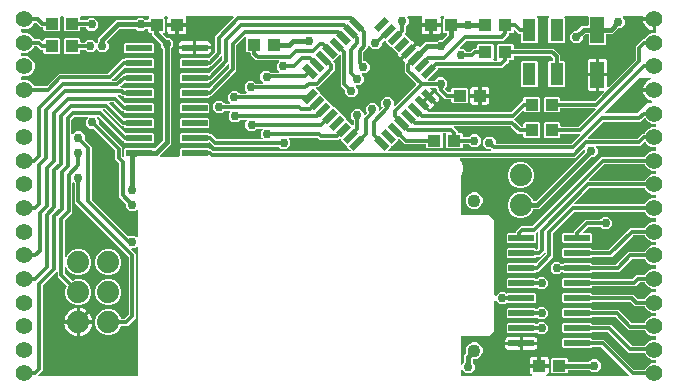
<source format=gbr>
G04 EAGLE Gerber RS-274X export*
G75*
%MOMM*%
%FSLAX34Y34*%
%LPD*%
%INTop Copper*%
%IPPOS*%
%AMOC8*
5,1,8,0,0,1.08239X$1,22.5*%
G01*
%ADD10R,2.184400X0.558800*%
%ADD11R,1.270000X0.558800*%
%ADD12R,0.558800X1.270000*%
%ADD13C,1.408000*%
%ADD14R,1.100000X1.000000*%
%ADD15C,1.879600*%
%ADD16C,1.108000*%
%ADD17R,1.100000X1.900000*%
%ADD18R,1.150000X2.200000*%
%ADD19C,0.304800*%
%ADD20C,0.756400*%
%ADD21C,0.406400*%

G36*
X442140Y10165D02*
X442140Y10165D01*
X442164Y10162D01*
X442261Y10184D01*
X442359Y10200D01*
X442380Y10212D01*
X442404Y10217D01*
X442489Y10269D01*
X442576Y10316D01*
X442593Y10333D01*
X442613Y10346D01*
X442677Y10422D01*
X442746Y10494D01*
X442756Y10516D01*
X442771Y10534D01*
X442807Y10627D01*
X442849Y10717D01*
X442852Y10741D01*
X442861Y10763D01*
X442865Y10863D01*
X442876Y10961D01*
X442871Y10985D01*
X442872Y11009D01*
X442845Y11105D01*
X442824Y11202D01*
X442812Y11222D01*
X442805Y11246D01*
X442749Y11328D01*
X442698Y11413D01*
X442680Y11429D01*
X442666Y11449D01*
X442587Y11508D01*
X442511Y11573D01*
X442489Y11582D01*
X442469Y11596D01*
X442313Y11657D01*
X442219Y11682D01*
X441640Y12017D01*
X441167Y12490D01*
X440832Y13069D01*
X440659Y13716D01*
X440659Y17527D01*
X447938Y17527D01*
X447958Y17530D01*
X447977Y17528D01*
X448079Y17550D01*
X448181Y17567D01*
X448198Y17576D01*
X448218Y17580D01*
X448307Y17633D01*
X448398Y17682D01*
X448412Y17696D01*
X448429Y17706D01*
X448496Y17785D01*
X448567Y17860D01*
X448576Y17878D01*
X448589Y17893D01*
X448628Y17989D01*
X448671Y18083D01*
X448673Y18103D01*
X448681Y18121D01*
X448699Y18288D01*
X448699Y19051D01*
X448701Y19051D01*
X448701Y18288D01*
X448704Y18268D01*
X448702Y18249D01*
X448724Y18147D01*
X448741Y18045D01*
X448750Y18028D01*
X448754Y18008D01*
X448807Y17919D01*
X448856Y17828D01*
X448870Y17814D01*
X448880Y17797D01*
X448959Y17730D01*
X449034Y17659D01*
X449052Y17650D01*
X449067Y17637D01*
X449163Y17598D01*
X449257Y17555D01*
X449277Y17553D01*
X449295Y17545D01*
X449462Y17527D01*
X456741Y17527D01*
X456741Y13715D01*
X456568Y13069D01*
X456233Y12490D01*
X455760Y12017D01*
X455181Y11682D01*
X455087Y11657D01*
X455065Y11647D01*
X455041Y11643D01*
X454953Y11597D01*
X454863Y11556D01*
X454845Y11540D01*
X454824Y11528D01*
X454755Y11456D01*
X454683Y11389D01*
X454671Y11368D01*
X454654Y11350D01*
X454613Y11260D01*
X454565Y11173D01*
X454561Y11149D01*
X454551Y11127D01*
X454540Y11028D01*
X454523Y10930D01*
X454526Y10906D01*
X454524Y10883D01*
X454545Y10785D01*
X454560Y10687D01*
X454571Y10666D01*
X454576Y10642D01*
X454627Y10557D01*
X454672Y10469D01*
X454690Y10452D01*
X454702Y10431D01*
X454778Y10366D01*
X454849Y10297D01*
X454871Y10287D01*
X454889Y10271D01*
X454981Y10234D01*
X455071Y10191D01*
X455095Y10188D01*
X455117Y10179D01*
X455284Y10161D01*
X524202Y10161D01*
X524273Y10172D01*
X524345Y10174D01*
X524393Y10192D01*
X524445Y10200D01*
X524508Y10234D01*
X524576Y10259D01*
X524616Y10291D01*
X524662Y10316D01*
X524711Y10368D01*
X524767Y10412D01*
X524796Y10456D01*
X524831Y10494D01*
X524862Y10559D01*
X524900Y10619D01*
X524913Y10670D01*
X524935Y10717D01*
X524943Y10788D01*
X524960Y10858D01*
X524956Y10910D01*
X524962Y10961D01*
X524947Y11032D01*
X524941Y11103D01*
X524921Y11151D01*
X524910Y11202D01*
X524873Y11263D01*
X524845Y11329D01*
X524800Y11385D01*
X524784Y11413D01*
X524766Y11428D01*
X524740Y11460D01*
X524680Y11520D01*
X501372Y34828D01*
X501298Y34881D01*
X501229Y34941D01*
X501199Y34953D01*
X501172Y34972D01*
X501085Y34999D01*
X501001Y35033D01*
X500960Y35037D01*
X500937Y35044D01*
X500905Y35043D01*
X500834Y35051D01*
X493961Y35051D01*
X493871Y35037D01*
X493780Y35029D01*
X493750Y35017D01*
X493718Y35012D01*
X493637Y34969D01*
X493554Y34933D01*
X493521Y34907D01*
X493501Y34896D01*
X493479Y34873D01*
X493423Y34828D01*
X492376Y33781D01*
X469268Y33781D01*
X468375Y34674D01*
X468375Y41526D01*
X469268Y42419D01*
X492376Y42419D01*
X493423Y41372D01*
X493497Y41319D01*
X493566Y41259D01*
X493596Y41247D01*
X493622Y41228D01*
X493709Y41201D01*
X493794Y41167D01*
X493835Y41163D01*
X493857Y41156D01*
X493890Y41157D01*
X493961Y41149D01*
X503675Y41149D01*
X528992Y15832D01*
X529066Y15779D01*
X529135Y15719D01*
X529165Y15707D01*
X529192Y15688D01*
X529279Y15661D01*
X529363Y15627D01*
X529404Y15623D01*
X529427Y15616D01*
X529459Y15617D01*
X529530Y15609D01*
X537744Y15609D01*
X537859Y15628D01*
X537975Y15645D01*
X537980Y15647D01*
X537987Y15648D01*
X538089Y15703D01*
X538194Y15756D01*
X538198Y15761D01*
X538204Y15764D01*
X538284Y15848D01*
X538366Y15932D01*
X538370Y15938D01*
X538373Y15942D01*
X538381Y15959D01*
X538447Y16079D01*
X538999Y17412D01*
X541408Y19821D01*
X544556Y21125D01*
X547078Y21125D01*
X547098Y21128D01*
X547117Y21126D01*
X547219Y21148D01*
X547321Y21164D01*
X547338Y21174D01*
X547358Y21178D01*
X547447Y21231D01*
X547538Y21280D01*
X547552Y21294D01*
X547569Y21304D01*
X547636Y21383D01*
X547707Y21458D01*
X547716Y21476D01*
X547729Y21491D01*
X547768Y21587D01*
X547811Y21681D01*
X547813Y21701D01*
X547821Y21719D01*
X547839Y21886D01*
X547839Y23234D01*
X547836Y23254D01*
X547838Y23273D01*
X547816Y23375D01*
X547799Y23477D01*
X547790Y23494D01*
X547786Y23514D01*
X547733Y23603D01*
X547684Y23694D01*
X547670Y23708D01*
X547660Y23725D01*
X547581Y23792D01*
X547506Y23864D01*
X547488Y23872D01*
X547473Y23885D01*
X547377Y23924D01*
X547283Y23967D01*
X547263Y23969D01*
X547245Y23977D01*
X547078Y23995D01*
X544556Y23995D01*
X541408Y25299D01*
X538999Y27708D01*
X538257Y29501D01*
X538195Y29601D01*
X538135Y29701D01*
X538130Y29705D01*
X538127Y29710D01*
X538036Y29785D01*
X537948Y29861D01*
X537942Y29863D01*
X537937Y29867D01*
X537829Y29909D01*
X537720Y29953D01*
X537712Y29954D01*
X537708Y29955D01*
X537690Y29956D01*
X537553Y29971D01*
X524517Y29971D01*
X506960Y47528D01*
X506886Y47581D01*
X506817Y47641D01*
X506787Y47653D01*
X506760Y47672D01*
X506673Y47699D01*
X506589Y47733D01*
X506548Y47737D01*
X506525Y47744D01*
X506493Y47743D01*
X506422Y47751D01*
X493961Y47751D01*
X493871Y47737D01*
X493780Y47729D01*
X493750Y47717D01*
X493718Y47712D01*
X493637Y47669D01*
X493554Y47633D01*
X493521Y47607D01*
X493501Y47596D01*
X493479Y47573D01*
X493423Y47528D01*
X492376Y46481D01*
X469268Y46481D01*
X468375Y47374D01*
X468375Y54226D01*
X469268Y55119D01*
X492376Y55119D01*
X493423Y54072D01*
X493497Y54019D01*
X493566Y53959D01*
X493596Y53947D01*
X493622Y53928D01*
X493709Y53901D01*
X493794Y53867D01*
X493835Y53863D01*
X493857Y53856D01*
X493890Y53857D01*
X493961Y53849D01*
X509263Y53849D01*
X526820Y36292D01*
X526894Y36239D01*
X526963Y36179D01*
X526993Y36167D01*
X527020Y36148D01*
X527107Y36121D01*
X527191Y36087D01*
X527232Y36083D01*
X527255Y36076D01*
X527287Y36077D01*
X527358Y36069D01*
X537934Y36069D01*
X538049Y36088D01*
X538165Y36105D01*
X538171Y36107D01*
X538177Y36108D01*
X538280Y36163D01*
X538384Y36216D01*
X538389Y36221D01*
X538394Y36224D01*
X538474Y36308D01*
X538557Y36392D01*
X538560Y36398D01*
X538564Y36402D01*
X538572Y36419D01*
X538638Y36539D01*
X538999Y37412D01*
X541408Y39821D01*
X544556Y41125D01*
X547078Y41125D01*
X547098Y41128D01*
X547117Y41126D01*
X547219Y41148D01*
X547321Y41164D01*
X547338Y41174D01*
X547358Y41178D01*
X547447Y41231D01*
X547538Y41280D01*
X547552Y41294D01*
X547569Y41304D01*
X547636Y41383D01*
X547707Y41458D01*
X547716Y41476D01*
X547729Y41491D01*
X547768Y41587D01*
X547811Y41681D01*
X547813Y41701D01*
X547821Y41719D01*
X547839Y41886D01*
X547839Y43234D01*
X547836Y43254D01*
X547838Y43273D01*
X547816Y43375D01*
X547799Y43477D01*
X547790Y43494D01*
X547786Y43514D01*
X547733Y43603D01*
X547684Y43694D01*
X547670Y43708D01*
X547660Y43725D01*
X547581Y43792D01*
X547506Y43864D01*
X547488Y43872D01*
X547473Y43885D01*
X547377Y43924D01*
X547283Y43967D01*
X547263Y43969D01*
X547245Y43977D01*
X547078Y43995D01*
X544556Y43995D01*
X541408Y45299D01*
X538999Y47708D01*
X538650Y48551D01*
X538588Y48651D01*
X538529Y48751D01*
X538524Y48755D01*
X538520Y48760D01*
X538430Y48835D01*
X538342Y48911D01*
X538336Y48913D01*
X538331Y48917D01*
X538223Y48959D01*
X538113Y49003D01*
X538106Y49004D01*
X538101Y49005D01*
X538083Y49006D01*
X537947Y49021D01*
X524517Y49021D01*
X513310Y60228D01*
X513236Y60281D01*
X513167Y60341D01*
X513137Y60353D01*
X513110Y60372D01*
X513023Y60399D01*
X512939Y60433D01*
X512898Y60437D01*
X512875Y60444D01*
X512843Y60443D01*
X512772Y60451D01*
X493961Y60451D01*
X493871Y60437D01*
X493780Y60429D01*
X493750Y60417D01*
X493718Y60412D01*
X493637Y60369D01*
X493554Y60333D01*
X493521Y60307D01*
X493501Y60296D01*
X493479Y60273D01*
X493423Y60228D01*
X492376Y59181D01*
X469268Y59181D01*
X468375Y60074D01*
X468375Y66926D01*
X469268Y67819D01*
X492376Y67819D01*
X493423Y66772D01*
X493497Y66719D01*
X493566Y66659D01*
X493596Y66647D01*
X493622Y66628D01*
X493709Y66601D01*
X493794Y66567D01*
X493835Y66563D01*
X493857Y66556D01*
X493890Y66557D01*
X493961Y66549D01*
X515613Y66549D01*
X526820Y55342D01*
X526894Y55289D01*
X526963Y55229D01*
X526993Y55217D01*
X527020Y55198D01*
X527107Y55171D01*
X527191Y55137D01*
X527232Y55133D01*
X527255Y55126D01*
X527287Y55127D01*
X527358Y55119D01*
X537541Y55119D01*
X537656Y55138D01*
X537772Y55155D01*
X537777Y55157D01*
X537784Y55158D01*
X537886Y55213D01*
X537991Y55266D01*
X537995Y55271D01*
X538001Y55274D01*
X538081Y55358D01*
X538163Y55442D01*
X538167Y55448D01*
X538170Y55452D01*
X538178Y55469D01*
X538244Y55589D01*
X538999Y57412D01*
X541408Y59821D01*
X544556Y61125D01*
X547078Y61125D01*
X547098Y61128D01*
X547117Y61126D01*
X547219Y61148D01*
X547321Y61164D01*
X547338Y61174D01*
X547358Y61178D01*
X547447Y61231D01*
X547538Y61280D01*
X547552Y61294D01*
X547569Y61304D01*
X547636Y61383D01*
X547707Y61458D01*
X547716Y61476D01*
X547729Y61491D01*
X547768Y61587D01*
X547811Y61681D01*
X547813Y61701D01*
X547821Y61719D01*
X547839Y61886D01*
X547839Y63234D01*
X547836Y63254D01*
X547838Y63273D01*
X547816Y63375D01*
X547799Y63477D01*
X547790Y63494D01*
X547786Y63514D01*
X547733Y63603D01*
X547684Y63694D01*
X547670Y63708D01*
X547660Y63725D01*
X547581Y63792D01*
X547506Y63864D01*
X547488Y63872D01*
X547473Y63885D01*
X547377Y63924D01*
X547283Y63967D01*
X547263Y63969D01*
X547245Y63977D01*
X547078Y63995D01*
X544556Y63995D01*
X541408Y65299D01*
X538999Y67708D01*
X538447Y69041D01*
X538385Y69141D01*
X538326Y69241D01*
X538321Y69245D01*
X538317Y69250D01*
X538227Y69325D01*
X538139Y69401D01*
X538133Y69403D01*
X538128Y69407D01*
X538020Y69449D01*
X537910Y69493D01*
X537903Y69494D01*
X537898Y69495D01*
X537880Y69496D01*
X537744Y69511D01*
X529757Y69511D01*
X526340Y72928D01*
X526266Y72981D01*
X526197Y73041D01*
X526167Y73053D01*
X526140Y73072D01*
X526053Y73099D01*
X525969Y73133D01*
X525928Y73137D01*
X525905Y73144D01*
X525873Y73143D01*
X525802Y73151D01*
X493961Y73151D01*
X493871Y73137D01*
X493780Y73129D01*
X493750Y73117D01*
X493718Y73112D01*
X493637Y73069D01*
X493554Y73033D01*
X493521Y73007D01*
X493501Y72996D01*
X493479Y72973D01*
X493423Y72928D01*
X492376Y71881D01*
X469268Y71881D01*
X468375Y72774D01*
X468375Y79626D01*
X469268Y80519D01*
X492376Y80519D01*
X493423Y79472D01*
X493497Y79419D01*
X493566Y79359D01*
X493596Y79347D01*
X493622Y79328D01*
X493709Y79301D01*
X493794Y79267D01*
X493835Y79263D01*
X493857Y79256D01*
X493890Y79257D01*
X493961Y79249D01*
X528643Y79249D01*
X532060Y75832D01*
X532134Y75779D01*
X532203Y75719D01*
X532233Y75707D01*
X532260Y75688D01*
X532347Y75661D01*
X532431Y75627D01*
X532472Y75623D01*
X532495Y75616D01*
X532527Y75617D01*
X532598Y75609D01*
X537744Y75609D01*
X537859Y75628D01*
X537975Y75645D01*
X537980Y75647D01*
X537987Y75648D01*
X538089Y75703D01*
X538194Y75756D01*
X538198Y75761D01*
X538204Y75764D01*
X538284Y75848D01*
X538366Y75932D01*
X538370Y75938D01*
X538373Y75942D01*
X538381Y75959D01*
X538447Y76079D01*
X538999Y77412D01*
X541408Y79821D01*
X544556Y81125D01*
X547078Y81125D01*
X547098Y81128D01*
X547117Y81126D01*
X547219Y81148D01*
X547321Y81164D01*
X547338Y81174D01*
X547358Y81178D01*
X547447Y81231D01*
X547538Y81280D01*
X547552Y81294D01*
X547569Y81304D01*
X547636Y81383D01*
X547707Y81458D01*
X547716Y81476D01*
X547729Y81491D01*
X547768Y81587D01*
X547811Y81681D01*
X547813Y81701D01*
X547821Y81719D01*
X547839Y81886D01*
X547839Y83234D01*
X547836Y83254D01*
X547838Y83273D01*
X547816Y83375D01*
X547799Y83477D01*
X547790Y83494D01*
X547786Y83514D01*
X547733Y83603D01*
X547684Y83694D01*
X547670Y83708D01*
X547660Y83725D01*
X547581Y83792D01*
X547506Y83864D01*
X547488Y83872D01*
X547473Y83885D01*
X547377Y83924D01*
X547283Y83967D01*
X547263Y83969D01*
X547245Y83977D01*
X547078Y83995D01*
X544556Y83995D01*
X541408Y85299D01*
X538999Y87708D01*
X538447Y89041D01*
X538385Y89141D01*
X538326Y89241D01*
X538321Y89245D01*
X538317Y89250D01*
X538227Y89325D01*
X538139Y89401D01*
X538133Y89403D01*
X538128Y89407D01*
X538020Y89449D01*
X537910Y89493D01*
X537903Y89494D01*
X537898Y89495D01*
X537880Y89496D01*
X537744Y89511D01*
X533868Y89511D01*
X533778Y89497D01*
X533687Y89489D01*
X533657Y89477D01*
X533625Y89472D01*
X533545Y89429D01*
X533461Y89393D01*
X533429Y89367D01*
X533408Y89356D01*
X533386Y89333D01*
X533330Y89288D01*
X530378Y86336D01*
X494030Y86336D01*
X494010Y86333D01*
X493991Y86335D01*
X493889Y86313D01*
X493787Y86297D01*
X493770Y86287D01*
X493750Y86283D01*
X493661Y86230D01*
X493570Y86181D01*
X493556Y86167D01*
X493539Y86157D01*
X493472Y86078D01*
X493400Y86003D01*
X493392Y85985D01*
X493379Y85970D01*
X493340Y85874D01*
X493297Y85780D01*
X493295Y85760D01*
X493287Y85742D01*
X493269Y85575D01*
X493269Y85474D01*
X492376Y84581D01*
X469268Y84581D01*
X468375Y85474D01*
X468375Y92326D01*
X469268Y93219D01*
X492376Y93219D01*
X492938Y92657D01*
X493012Y92604D01*
X493081Y92544D01*
X493111Y92532D01*
X493137Y92513D01*
X493224Y92486D01*
X493309Y92452D01*
X493350Y92448D01*
X493372Y92441D01*
X493405Y92442D01*
X493476Y92434D01*
X527537Y92434D01*
X527627Y92448D01*
X527718Y92456D01*
X527748Y92468D01*
X527780Y92473D01*
X527860Y92516D01*
X527944Y92552D01*
X527976Y92578D01*
X527997Y92589D01*
X528019Y92612D01*
X528075Y92657D01*
X531027Y95609D01*
X537744Y95609D01*
X537859Y95628D01*
X537975Y95645D01*
X537980Y95647D01*
X537987Y95648D01*
X538089Y95703D01*
X538194Y95756D01*
X538198Y95761D01*
X538204Y95764D01*
X538284Y95848D01*
X538366Y95932D01*
X538370Y95938D01*
X538373Y95942D01*
X538381Y95959D01*
X538447Y96079D01*
X538999Y97412D01*
X541408Y99821D01*
X544556Y101125D01*
X547078Y101125D01*
X547098Y101128D01*
X547117Y101126D01*
X547219Y101148D01*
X547321Y101164D01*
X547338Y101174D01*
X547358Y101178D01*
X547447Y101231D01*
X547538Y101280D01*
X547552Y101294D01*
X547569Y101304D01*
X547636Y101383D01*
X547707Y101458D01*
X547716Y101476D01*
X547729Y101491D01*
X547768Y101587D01*
X547811Y101681D01*
X547813Y101701D01*
X547821Y101719D01*
X547839Y101886D01*
X547839Y103234D01*
X547836Y103254D01*
X547838Y103273D01*
X547816Y103375D01*
X547799Y103477D01*
X547790Y103494D01*
X547786Y103514D01*
X547733Y103603D01*
X547684Y103694D01*
X547670Y103708D01*
X547660Y103725D01*
X547581Y103792D01*
X547506Y103864D01*
X547488Y103872D01*
X547473Y103885D01*
X547377Y103924D01*
X547283Y103967D01*
X547263Y103969D01*
X547245Y103977D01*
X547078Y103995D01*
X544556Y103995D01*
X541408Y105299D01*
X538999Y107708D01*
X538447Y109041D01*
X538385Y109141D01*
X538326Y109241D01*
X538321Y109245D01*
X538317Y109250D01*
X538227Y109325D01*
X538139Y109401D01*
X538133Y109403D01*
X538128Y109407D01*
X538020Y109449D01*
X537910Y109493D01*
X537903Y109494D01*
X537898Y109495D01*
X537880Y109496D01*
X537744Y109511D01*
X527518Y109511D01*
X527428Y109497D01*
X527337Y109489D01*
X527307Y109477D01*
X527275Y109472D01*
X527195Y109429D01*
X527111Y109393D01*
X527079Y109367D01*
X527058Y109356D01*
X527036Y109333D01*
X526980Y109288D01*
X516243Y98551D01*
X493961Y98551D01*
X493871Y98537D01*
X493780Y98529D01*
X493750Y98517D01*
X493718Y98512D01*
X493637Y98469D01*
X493554Y98433D01*
X493521Y98407D01*
X493501Y98396D01*
X493479Y98373D01*
X493423Y98328D01*
X492376Y97281D01*
X469268Y97281D01*
X468541Y98009D01*
X468524Y98021D01*
X468512Y98036D01*
X468425Y98092D01*
X468341Y98153D01*
X468322Y98159D01*
X468305Y98169D01*
X468204Y98195D01*
X468106Y98225D01*
X468086Y98225D01*
X468066Y98229D01*
X467964Y98221D01*
X467860Y98219D01*
X467841Y98212D01*
X467821Y98210D01*
X467726Y98170D01*
X467629Y98134D01*
X467613Y98122D01*
X467595Y98114D01*
X467464Y98009D01*
X465748Y96293D01*
X461352Y96293D01*
X458243Y99402D01*
X458243Y103798D01*
X461352Y106907D01*
X465748Y106907D01*
X467464Y105191D01*
X467480Y105179D01*
X467493Y105164D01*
X467580Y105108D01*
X467664Y105047D01*
X467683Y105041D01*
X467700Y105031D01*
X467800Y105005D01*
X467899Y104975D01*
X467919Y104975D01*
X467938Y104971D01*
X468041Y104979D01*
X468145Y104981D01*
X468163Y104988D01*
X468183Y104990D01*
X468278Y105030D01*
X468376Y105066D01*
X468391Y105078D01*
X468410Y105086D01*
X468541Y105191D01*
X469268Y105919D01*
X492376Y105919D01*
X493423Y104872D01*
X493497Y104819D01*
X493566Y104759D01*
X493596Y104747D01*
X493622Y104728D01*
X493709Y104701D01*
X493794Y104667D01*
X493835Y104663D01*
X493857Y104656D01*
X493890Y104657D01*
X493961Y104649D01*
X513402Y104649D01*
X513492Y104663D01*
X513583Y104671D01*
X513613Y104683D01*
X513645Y104688D01*
X513725Y104731D01*
X513809Y104767D01*
X513841Y104793D01*
X513862Y104804D01*
X513884Y104827D01*
X513940Y104872D01*
X524677Y115609D01*
X537744Y115609D01*
X537859Y115628D01*
X537975Y115645D01*
X537980Y115647D01*
X537987Y115648D01*
X538089Y115703D01*
X538194Y115756D01*
X538198Y115761D01*
X538204Y115764D01*
X538284Y115848D01*
X538366Y115932D01*
X538370Y115938D01*
X538373Y115942D01*
X538381Y115959D01*
X538447Y116079D01*
X538999Y117412D01*
X541408Y119821D01*
X544556Y121125D01*
X547078Y121125D01*
X547098Y121128D01*
X547117Y121126D01*
X547219Y121148D01*
X547321Y121164D01*
X547338Y121174D01*
X547358Y121178D01*
X547447Y121231D01*
X547538Y121280D01*
X547552Y121294D01*
X547569Y121304D01*
X547636Y121383D01*
X547707Y121458D01*
X547716Y121476D01*
X547729Y121491D01*
X547768Y121587D01*
X547811Y121681D01*
X547813Y121701D01*
X547821Y121719D01*
X547839Y121886D01*
X547839Y123234D01*
X547836Y123254D01*
X547838Y123273D01*
X547816Y123375D01*
X547799Y123477D01*
X547790Y123494D01*
X547786Y123514D01*
X547733Y123603D01*
X547684Y123694D01*
X547670Y123708D01*
X547660Y123725D01*
X547581Y123792D01*
X547506Y123864D01*
X547488Y123872D01*
X547473Y123885D01*
X547377Y123924D01*
X547283Y123967D01*
X547263Y123969D01*
X547245Y123977D01*
X547078Y123995D01*
X544556Y123995D01*
X541408Y125299D01*
X538999Y127708D01*
X538447Y129041D01*
X538385Y129141D01*
X538326Y129241D01*
X538321Y129245D01*
X538317Y129250D01*
X538227Y129325D01*
X538139Y129401D01*
X538133Y129403D01*
X538128Y129407D01*
X538020Y129449D01*
X537910Y129493D01*
X537903Y129494D01*
X537898Y129495D01*
X537880Y129496D01*
X537744Y129511D01*
X528788Y129511D01*
X528698Y129497D01*
X528607Y129489D01*
X528577Y129477D01*
X528545Y129472D01*
X528465Y129429D01*
X528381Y129393D01*
X528349Y129367D01*
X528328Y129356D01*
X528306Y129333D01*
X528250Y129288D01*
X510213Y111251D01*
X493961Y111251D01*
X493871Y111237D01*
X493780Y111229D01*
X493750Y111217D01*
X493718Y111212D01*
X493637Y111169D01*
X493554Y111133D01*
X493521Y111107D01*
X493501Y111096D01*
X493479Y111073D01*
X493423Y111028D01*
X492376Y109981D01*
X469268Y109981D01*
X468375Y110874D01*
X468375Y117726D01*
X469268Y118619D01*
X492376Y118619D01*
X493423Y117572D01*
X493497Y117519D01*
X493566Y117459D01*
X493596Y117447D01*
X493622Y117428D01*
X493709Y117401D01*
X493794Y117367D01*
X493835Y117363D01*
X493857Y117356D01*
X493890Y117357D01*
X493961Y117349D01*
X507372Y117349D01*
X507462Y117363D01*
X507553Y117371D01*
X507583Y117383D01*
X507615Y117388D01*
X507695Y117431D01*
X507779Y117467D01*
X507811Y117493D01*
X507832Y117504D01*
X507854Y117527D01*
X507910Y117572D01*
X525947Y135609D01*
X537744Y135609D01*
X537859Y135628D01*
X537975Y135645D01*
X537980Y135647D01*
X537987Y135648D01*
X538089Y135703D01*
X538194Y135756D01*
X538198Y135761D01*
X538204Y135764D01*
X538284Y135848D01*
X538366Y135932D01*
X538370Y135938D01*
X538373Y135942D01*
X538381Y135959D01*
X538447Y136079D01*
X538999Y137412D01*
X541408Y139821D01*
X544556Y141125D01*
X547078Y141125D01*
X547098Y141128D01*
X547117Y141126D01*
X547219Y141148D01*
X547321Y141164D01*
X547338Y141174D01*
X547358Y141178D01*
X547447Y141231D01*
X547538Y141280D01*
X547552Y141294D01*
X547569Y141304D01*
X547636Y141383D01*
X547707Y141458D01*
X547716Y141476D01*
X547729Y141491D01*
X547768Y141587D01*
X547811Y141681D01*
X547813Y141701D01*
X547821Y141719D01*
X547839Y141886D01*
X547839Y143234D01*
X547836Y143254D01*
X547838Y143273D01*
X547816Y143375D01*
X547799Y143477D01*
X547790Y143494D01*
X547786Y143514D01*
X547733Y143603D01*
X547684Y143694D01*
X547670Y143708D01*
X547660Y143725D01*
X547581Y143792D01*
X547506Y143864D01*
X547488Y143872D01*
X547473Y143885D01*
X547377Y143924D01*
X547283Y143967D01*
X547263Y143969D01*
X547245Y143977D01*
X547078Y143995D01*
X544556Y143995D01*
X541408Y145299D01*
X538999Y147708D01*
X538447Y149041D01*
X538385Y149141D01*
X538326Y149241D01*
X538321Y149245D01*
X538317Y149250D01*
X538227Y149325D01*
X538139Y149401D01*
X538133Y149403D01*
X538128Y149407D01*
X538020Y149449D01*
X537910Y149493D01*
X537903Y149494D01*
X537898Y149495D01*
X537880Y149496D01*
X537744Y149511D01*
X479258Y149511D01*
X479168Y149497D01*
X479077Y149489D01*
X479047Y149477D01*
X479015Y149472D01*
X478935Y149429D01*
X478851Y149393D01*
X478819Y149367D01*
X478798Y149356D01*
X478776Y149333D01*
X478720Y149288D01*
X460472Y131040D01*
X460419Y130966D01*
X460359Y130897D01*
X460347Y130867D01*
X460328Y130840D01*
X460301Y130753D01*
X460267Y130669D01*
X460263Y130628D01*
X460256Y130605D01*
X460257Y130573D01*
X460249Y130502D01*
X460249Y111132D01*
X447668Y98551D01*
X446717Y98551D01*
X446627Y98537D01*
X446536Y98529D01*
X446506Y98517D01*
X446474Y98512D01*
X446393Y98469D01*
X446310Y98433D01*
X446277Y98407D01*
X446257Y98396D01*
X446235Y98373D01*
X446179Y98328D01*
X445132Y97281D01*
X422024Y97281D01*
X421131Y98174D01*
X421131Y105026D01*
X422024Y105919D01*
X445132Y105919D01*
X445234Y105817D01*
X445250Y105805D01*
X445262Y105790D01*
X445349Y105734D01*
X445433Y105673D01*
X445452Y105667D01*
X445469Y105657D01*
X445569Y105631D01*
X445668Y105601D01*
X445688Y105601D01*
X445708Y105596D01*
X445811Y105604D01*
X445914Y105607D01*
X445933Y105614D01*
X445953Y105616D01*
X446048Y105656D01*
X446145Y105692D01*
X446161Y105704D01*
X446179Y105712D01*
X446310Y105817D01*
X453928Y113435D01*
X453981Y113509D01*
X454041Y113578D01*
X454053Y113608D01*
X454072Y113635D01*
X454099Y113722D01*
X454133Y113806D01*
X454137Y113847D01*
X454144Y113870D01*
X454144Y113887D01*
X454144Y113888D01*
X454144Y113905D01*
X454151Y113973D01*
X454151Y113992D01*
X454140Y114063D01*
X454138Y114134D01*
X454120Y114183D01*
X454112Y114235D01*
X454078Y114298D01*
X454053Y114365D01*
X454021Y114406D01*
X453996Y114452D01*
X453944Y114501D01*
X453900Y114557D01*
X453856Y114586D01*
X453818Y114621D01*
X453753Y114652D01*
X453693Y114690D01*
X453642Y114703D01*
X453595Y114725D01*
X453524Y114733D01*
X453454Y114750D01*
X453402Y114746D01*
X453351Y114752D01*
X453280Y114737D01*
X453209Y114731D01*
X453161Y114711D01*
X453110Y114700D01*
X453049Y114663D01*
X452983Y114635D01*
X452927Y114590D01*
X452899Y114574D01*
X452884Y114556D01*
X452852Y114530D01*
X451890Y113568D01*
X449573Y111251D01*
X446717Y111251D01*
X446627Y111237D01*
X446536Y111229D01*
X446506Y111217D01*
X446474Y111212D01*
X446393Y111169D01*
X446310Y111133D01*
X446277Y111107D01*
X446257Y111096D01*
X446235Y111073D01*
X446179Y111028D01*
X445132Y109981D01*
X422024Y109981D01*
X421131Y110874D01*
X421131Y117726D01*
X422024Y118619D01*
X445132Y118619D01*
X446179Y117572D01*
X446253Y117519D01*
X446322Y117459D01*
X446352Y117447D01*
X446378Y117428D01*
X446426Y117413D01*
X446429Y117412D01*
X446447Y117407D01*
X446465Y117401D01*
X446550Y117367D01*
X446591Y117363D01*
X446613Y117356D01*
X446646Y117357D01*
X446648Y117356D01*
X446668Y117351D01*
X446682Y117353D01*
X446717Y117349D01*
X446732Y117349D01*
X446805Y117361D01*
X446859Y117362D01*
X446874Y117368D01*
X446913Y117371D01*
X446943Y117383D01*
X446975Y117388D01*
X447055Y117431D01*
X447139Y117467D01*
X447171Y117493D01*
X447192Y117504D01*
X447214Y117527D01*
X447270Y117572D01*
X447578Y117880D01*
X447631Y117954D01*
X447691Y118023D01*
X447703Y118053D01*
X447722Y118080D01*
X447749Y118167D01*
X447783Y118251D01*
X447787Y118292D01*
X447794Y118315D01*
X447793Y118347D01*
X447801Y118418D01*
X447801Y131772D01*
X447790Y131843D01*
X447788Y131914D01*
X447770Y131963D01*
X447762Y132015D01*
X447728Y132078D01*
X447703Y132145D01*
X447671Y132186D01*
X447646Y132232D01*
X447595Y132281D01*
X447550Y132337D01*
X447506Y132366D01*
X447468Y132401D01*
X447403Y132432D01*
X447343Y132470D01*
X447292Y132483D01*
X447245Y132505D01*
X447174Y132513D01*
X447104Y132530D01*
X447052Y132526D01*
X447001Y132532D01*
X446930Y132517D01*
X446859Y132511D01*
X446811Y132491D01*
X446760Y132480D01*
X446699Y132443D01*
X446633Y132415D01*
X446577Y132370D01*
X446549Y132354D01*
X446534Y132336D01*
X446502Y132310D01*
X445859Y131668D01*
X445848Y131651D01*
X445832Y131639D01*
X445776Y131552D01*
X445716Y131468D01*
X445710Y131449D01*
X445699Y131432D01*
X445674Y131332D01*
X445643Y131233D01*
X445644Y131213D01*
X445639Y131194D01*
X445647Y131091D01*
X445650Y130987D01*
X445657Y130968D01*
X445658Y130948D01*
X445698Y130853D01*
X445734Y130756D01*
X445747Y130740D01*
X445754Y130722D01*
X445859Y130591D01*
X446025Y130426D01*
X446025Y123574D01*
X445132Y122681D01*
X422024Y122681D01*
X421131Y123574D01*
X421131Y130426D01*
X422024Y131319D01*
X427990Y131319D01*
X428010Y131322D01*
X428029Y131320D01*
X428131Y131342D01*
X428233Y131358D01*
X428250Y131368D01*
X428270Y131372D01*
X428359Y131425D01*
X428450Y131474D01*
X428464Y131488D01*
X428481Y131498D01*
X428548Y131577D01*
X428620Y131652D01*
X428628Y131670D01*
X428641Y131685D01*
X428680Y131781D01*
X428723Y131875D01*
X428725Y131895D01*
X428733Y131913D01*
X428751Y132080D01*
X428751Y132708D01*
X433077Y137034D01*
X442287Y137034D01*
X442377Y137048D01*
X442468Y137056D01*
X442498Y137068D01*
X442530Y137073D01*
X442610Y137116D01*
X442694Y137152D01*
X442726Y137178D01*
X442747Y137189D01*
X442769Y137212D01*
X442825Y137257D01*
X501177Y195609D01*
X537744Y195609D01*
X537859Y195628D01*
X537975Y195645D01*
X537980Y195647D01*
X537987Y195648D01*
X538089Y195703D01*
X538194Y195756D01*
X538198Y195761D01*
X538204Y195764D01*
X538284Y195848D01*
X538366Y195932D01*
X538370Y195938D01*
X538373Y195942D01*
X538381Y195959D01*
X538447Y196079D01*
X538999Y197412D01*
X541408Y199821D01*
X544556Y201125D01*
X547078Y201125D01*
X547098Y201128D01*
X547117Y201126D01*
X547219Y201148D01*
X547321Y201164D01*
X547338Y201174D01*
X547358Y201178D01*
X547447Y201231D01*
X547538Y201280D01*
X547552Y201294D01*
X547569Y201304D01*
X547636Y201383D01*
X547707Y201458D01*
X547716Y201476D01*
X547729Y201491D01*
X547768Y201587D01*
X547811Y201681D01*
X547813Y201701D01*
X547821Y201719D01*
X547839Y201886D01*
X547839Y203234D01*
X547836Y203254D01*
X547838Y203273D01*
X547816Y203375D01*
X547799Y203477D01*
X547790Y203494D01*
X547786Y203514D01*
X547733Y203603D01*
X547684Y203694D01*
X547670Y203708D01*
X547660Y203725D01*
X547581Y203792D01*
X547506Y203864D01*
X547488Y203872D01*
X547473Y203885D01*
X547377Y203924D01*
X547283Y203967D01*
X547263Y203969D01*
X547245Y203977D01*
X547078Y203995D01*
X544556Y203995D01*
X541408Y205299D01*
X538999Y207708D01*
X538800Y208190D01*
X538776Y208229D01*
X538760Y208272D01*
X538711Y208332D01*
X538670Y208399D01*
X538635Y208428D01*
X538606Y208464D01*
X538541Y208506D01*
X538481Y208556D01*
X538438Y208572D01*
X538399Y208597D01*
X538324Y208616D01*
X538251Y208644D01*
X538205Y208646D01*
X538161Y208657D01*
X538083Y208651D01*
X538005Y208654D01*
X537961Y208641D01*
X537916Y208638D01*
X537844Y208607D01*
X537769Y208586D01*
X537731Y208559D01*
X537689Y208541D01*
X537582Y208456D01*
X537567Y208445D01*
X537564Y208441D01*
X537558Y208437D01*
X536362Y207240D01*
X534353Y205231D01*
X497531Y205231D01*
X497461Y205220D01*
X497389Y205218D01*
X497340Y205200D01*
X497289Y205192D01*
X497225Y205158D01*
X497158Y205133D01*
X497117Y205101D01*
X497071Y205076D01*
X497022Y205024D01*
X496966Y204980D01*
X496938Y204936D01*
X496902Y204898D01*
X496872Y204833D01*
X496833Y204773D01*
X496820Y204722D01*
X496798Y204675D01*
X496790Y204604D01*
X496773Y204534D01*
X496777Y204482D01*
X496771Y204431D01*
X496786Y204360D01*
X496792Y204289D01*
X496812Y204241D01*
X496823Y204190D01*
X496860Y204129D01*
X496888Y204063D01*
X496933Y204007D01*
X496950Y203979D01*
X496967Y203964D01*
X496993Y203932D01*
X498067Y202858D01*
X498067Y198462D01*
X494958Y195353D01*
X492799Y195353D01*
X492708Y195339D01*
X492618Y195331D01*
X492588Y195319D01*
X492556Y195314D01*
X492475Y195271D01*
X492391Y195235D01*
X492359Y195209D01*
X492338Y195198D01*
X492316Y195175D01*
X492260Y195130D01*
X448513Y151383D01*
X443928Y151383D01*
X443813Y151364D01*
X443697Y151347D01*
X443692Y151345D01*
X443685Y151344D01*
X443583Y151289D01*
X443478Y151236D01*
X443473Y151231D01*
X443468Y151228D01*
X443388Y151144D01*
X443306Y151060D01*
X443302Y151054D01*
X443299Y151050D01*
X443291Y151033D01*
X443225Y150913D01*
X442330Y148753D01*
X439257Y145680D01*
X435243Y144017D01*
X430897Y144017D01*
X426883Y145680D01*
X423810Y148753D01*
X422147Y152767D01*
X422147Y157113D01*
X423810Y161127D01*
X426883Y164200D01*
X430897Y165863D01*
X435243Y165863D01*
X439257Y164200D01*
X442330Y161127D01*
X443225Y158967D01*
X443286Y158867D01*
X443346Y158767D01*
X443351Y158763D01*
X443354Y158758D01*
X443444Y158683D01*
X443533Y158607D01*
X443539Y158605D01*
X443544Y158601D01*
X443652Y158559D01*
X443761Y158515D01*
X443769Y158514D01*
X443773Y158513D01*
X443792Y158512D01*
X443928Y158497D01*
X445251Y158497D01*
X445342Y158511D01*
X445432Y158519D01*
X445462Y158531D01*
X445494Y158536D01*
X445575Y158579D01*
X445659Y158615D01*
X445691Y158641D01*
X445712Y158652D01*
X445734Y158675D01*
X445790Y158720D01*
X487230Y200160D01*
X487283Y200234D01*
X487343Y200304D01*
X487355Y200334D01*
X487374Y200360D01*
X487401Y200447D01*
X487435Y200532D01*
X487439Y200573D01*
X487446Y200595D01*
X487445Y200627D01*
X487453Y200699D01*
X487453Y201269D01*
X487442Y201340D01*
X487440Y201411D01*
X487422Y201460D01*
X487414Y201512D01*
X487380Y201575D01*
X487355Y201642D01*
X487323Y201683D01*
X487298Y201729D01*
X487246Y201778D01*
X487202Y201834D01*
X487158Y201863D01*
X487120Y201898D01*
X487055Y201929D01*
X486995Y201967D01*
X486944Y201980D01*
X486897Y202002D01*
X486826Y202010D01*
X486756Y202027D01*
X486704Y202023D01*
X486653Y202029D01*
X486582Y202014D01*
X486511Y202008D01*
X486463Y201988D01*
X486412Y201977D01*
X486351Y201940D01*
X486285Y201912D01*
X486229Y201867D01*
X486201Y201851D01*
X486186Y201833D01*
X486154Y201807D01*
X478982Y194635D01*
X382047Y194635D01*
X381976Y194624D01*
X381904Y194622D01*
X381855Y194604D01*
X381804Y194596D01*
X381741Y194562D01*
X381673Y194537D01*
X381633Y194505D01*
X381587Y194480D01*
X381537Y194428D01*
X381481Y194384D01*
X381453Y194340D01*
X381417Y194302D01*
X381387Y194237D01*
X381348Y194177D01*
X381336Y194126D01*
X381314Y194079D01*
X381306Y194008D01*
X381288Y193938D01*
X381292Y193886D01*
X381287Y193835D01*
X381302Y193764D01*
X381307Y193693D01*
X381328Y193645D01*
X381339Y193594D01*
X381376Y193533D01*
X381404Y193467D01*
X381449Y193411D01*
X381465Y193383D01*
X381483Y193368D01*
X381509Y193336D01*
X382097Y192747D01*
X383911Y188369D01*
X383911Y183631D01*
X382219Y179546D01*
X382204Y179482D01*
X382179Y179421D01*
X382170Y179338D01*
X382163Y179306D01*
X382164Y179287D01*
X382161Y179254D01*
X382161Y147320D01*
X382164Y147300D01*
X382162Y147281D01*
X382184Y147179D01*
X382201Y147077D01*
X382210Y147060D01*
X382214Y147040D01*
X382267Y146951D01*
X382316Y146860D01*
X382330Y146846D01*
X382340Y146829D01*
X382419Y146762D01*
X382494Y146691D01*
X382512Y146682D01*
X382527Y146669D01*
X382623Y146630D01*
X382717Y146587D01*
X382737Y146585D01*
X382755Y146577D01*
X382922Y146559D01*
X406085Y146559D01*
X410719Y141925D01*
X410719Y78911D01*
X410730Y78841D01*
X410732Y78769D01*
X410750Y78720D01*
X410759Y78669D01*
X410792Y78605D01*
X410817Y78538D01*
X410849Y78497D01*
X410874Y78451D01*
X410926Y78402D01*
X410970Y78346D01*
X411014Y78318D01*
X411052Y78282D01*
X411117Y78252D01*
X411177Y78213D01*
X411228Y78200D01*
X411275Y78178D01*
X411346Y78170D01*
X411416Y78153D01*
X411468Y78157D01*
X411519Y78151D01*
X411590Y78166D01*
X411661Y78172D01*
X411709Y78192D01*
X411760Y78203D01*
X411821Y78240D01*
X411887Y78268D01*
X411943Y78313D01*
X411971Y78330D01*
X411986Y78347D01*
X412018Y78373D01*
X415152Y81507D01*
X419548Y81507D01*
X420742Y80313D01*
X420758Y80301D01*
X420771Y80286D01*
X420858Y80230D01*
X420942Y80169D01*
X420961Y80163D01*
X420978Y80153D01*
X421078Y80127D01*
X421177Y80097D01*
X421197Y80097D01*
X421216Y80093D01*
X421319Y80101D01*
X421423Y80103D01*
X421441Y80110D01*
X421461Y80112D01*
X421556Y80152D01*
X421654Y80188D01*
X421669Y80200D01*
X421688Y80208D01*
X421819Y80313D01*
X422024Y80519D01*
X445132Y80519D01*
X446025Y79626D01*
X446025Y72774D01*
X445132Y71881D01*
X422024Y71881D01*
X421819Y72087D01*
X421802Y72099D01*
X421790Y72114D01*
X421703Y72170D01*
X421619Y72231D01*
X421600Y72237D01*
X421583Y72247D01*
X421482Y72273D01*
X421384Y72303D01*
X421364Y72303D01*
X421344Y72307D01*
X421242Y72299D01*
X421138Y72297D01*
X421119Y72290D01*
X421099Y72288D01*
X421004Y72248D01*
X420907Y72212D01*
X420891Y72200D01*
X420873Y72192D01*
X420742Y72087D01*
X419548Y70893D01*
X415152Y70893D01*
X412018Y74027D01*
X411960Y74069D01*
X411908Y74118D01*
X411861Y74140D01*
X411819Y74170D01*
X411750Y74191D01*
X411685Y74222D01*
X411633Y74227D01*
X411583Y74243D01*
X411512Y74241D01*
X411441Y74249D01*
X411390Y74238D01*
X411338Y74236D01*
X411270Y74212D01*
X411200Y74197D01*
X411156Y74170D01*
X411107Y74152D01*
X411051Y74107D01*
X410989Y74070D01*
X410955Y74031D01*
X410915Y73998D01*
X410876Y73938D01*
X410829Y73883D01*
X410810Y73835D01*
X410782Y73791D01*
X410764Y73722D01*
X410737Y73655D01*
X410729Y73584D01*
X410721Y73553D01*
X410723Y73530D01*
X410719Y73489D01*
X410719Y48575D01*
X406085Y43941D01*
X382922Y43941D01*
X382902Y43938D01*
X382883Y43940D01*
X382781Y43918D01*
X382679Y43901D01*
X382662Y43892D01*
X382642Y43888D01*
X382553Y43835D01*
X382462Y43786D01*
X382448Y43772D01*
X382431Y43762D01*
X382364Y43683D01*
X382293Y43608D01*
X382284Y43590D01*
X382271Y43575D01*
X382232Y43479D01*
X382189Y43385D01*
X382187Y43365D01*
X382179Y43347D01*
X382161Y43180D01*
X382161Y20663D01*
X382172Y20593D01*
X382174Y20521D01*
X382192Y20472D01*
X382201Y20421D01*
X382234Y20357D01*
X382259Y20290D01*
X382291Y20249D01*
X382316Y20203D01*
X382368Y20154D01*
X382412Y20098D01*
X382456Y20070D01*
X382494Y20034D01*
X382559Y20004D01*
X382619Y19965D01*
X382670Y19952D01*
X382717Y19930D01*
X382788Y19922D01*
X382858Y19905D01*
X382910Y19909D01*
X382961Y19903D01*
X383032Y19918D01*
X383103Y19924D01*
X383151Y19944D01*
X383202Y19955D01*
X383263Y19992D01*
X383329Y20020D01*
X383385Y20065D01*
X383413Y20082D01*
X383428Y20099D01*
X383460Y20125D01*
X384840Y21505D01*
X384893Y21579D01*
X384953Y21649D01*
X384965Y21679D01*
X384984Y21705D01*
X385011Y21792D01*
X385045Y21877D01*
X385049Y21918D01*
X385056Y21940D01*
X385055Y21972D01*
X385063Y22043D01*
X385063Y28143D01*
X386460Y29540D01*
X386528Y29635D01*
X386598Y29729D01*
X386600Y29735D01*
X386604Y29740D01*
X386638Y29851D01*
X386674Y29963D01*
X386674Y29969D01*
X386676Y29975D01*
X386673Y30092D01*
X386672Y30209D01*
X386670Y30216D01*
X386670Y30221D01*
X386663Y30238D01*
X386635Y30334D01*
X386635Y33155D01*
X387711Y35752D01*
X389698Y37739D01*
X392295Y38815D01*
X395105Y38815D01*
X397702Y37739D01*
X399689Y35752D01*
X400765Y33155D01*
X400765Y30345D01*
X399689Y27748D01*
X397702Y25761D01*
X395105Y24685D01*
X392938Y24685D01*
X392918Y24682D01*
X392899Y24684D01*
X392797Y24662D01*
X392695Y24646D01*
X392678Y24636D01*
X392658Y24632D01*
X392569Y24579D01*
X392478Y24530D01*
X392464Y24516D01*
X392447Y24506D01*
X392380Y24427D01*
X392308Y24352D01*
X392300Y24334D01*
X392287Y24319D01*
X392248Y24223D01*
X392205Y24129D01*
X392203Y24109D01*
X392195Y24091D01*
X392177Y23924D01*
X392177Y22043D01*
X392191Y21953D01*
X392199Y21862D01*
X392211Y21833D01*
X392216Y21801D01*
X392259Y21720D01*
X392295Y21636D01*
X392321Y21604D01*
X392332Y21583D01*
X392355Y21561D01*
X392400Y21505D01*
X393927Y19978D01*
X393927Y15582D01*
X390818Y12473D01*
X386422Y12473D01*
X383460Y15435D01*
X383402Y15477D01*
X383350Y15526D01*
X383303Y15548D01*
X383261Y15578D01*
X383192Y15599D01*
X383127Y15630D01*
X383075Y15635D01*
X383025Y15651D01*
X382954Y15649D01*
X382883Y15657D01*
X382832Y15646D01*
X382780Y15644D01*
X382712Y15620D01*
X382642Y15605D01*
X382598Y15578D01*
X382549Y15560D01*
X382493Y15515D01*
X382431Y15478D01*
X382397Y15439D01*
X382357Y15406D01*
X382318Y15346D01*
X382271Y15291D01*
X382252Y15243D01*
X382224Y15199D01*
X382206Y15130D01*
X382179Y15063D01*
X382171Y14992D01*
X382163Y14961D01*
X382165Y14938D01*
X382161Y14897D01*
X382161Y10922D01*
X382164Y10902D01*
X382162Y10883D01*
X382184Y10781D01*
X382201Y10679D01*
X382210Y10662D01*
X382214Y10642D01*
X382267Y10553D01*
X382316Y10462D01*
X382330Y10448D01*
X382340Y10431D01*
X382419Y10364D01*
X382494Y10292D01*
X382512Y10284D01*
X382527Y10271D01*
X382623Y10232D01*
X382717Y10189D01*
X382737Y10187D01*
X382755Y10179D01*
X382922Y10161D01*
X442116Y10161D01*
X442140Y10165D01*
G37*
G36*
X407234Y200744D02*
X407234Y200744D01*
X407305Y200746D01*
X407354Y200764D01*
X407406Y200772D01*
X407469Y200806D01*
X407536Y200831D01*
X407577Y200863D01*
X407623Y200888D01*
X407672Y200940D01*
X407728Y200984D01*
X407757Y201028D01*
X407792Y201066D01*
X407823Y201131D01*
X407861Y201191D01*
X407874Y201242D01*
X407896Y201289D01*
X407904Y201360D01*
X407921Y201430D01*
X407917Y201482D01*
X407923Y201533D01*
X407908Y201604D01*
X407902Y201675D01*
X407882Y201723D01*
X407871Y201774D01*
X407834Y201835D01*
X407806Y201901D01*
X407761Y201957D01*
X407745Y201985D01*
X407727Y202000D01*
X407701Y202032D01*
X407618Y202115D01*
X407544Y202169D01*
X407475Y202228D01*
X407445Y202240D01*
X407418Y202259D01*
X407331Y202286D01*
X407247Y202320D01*
X407206Y202324D01*
X407183Y202331D01*
X407151Y202330D01*
X407080Y202338D01*
X404202Y202338D01*
X401093Y205447D01*
X401093Y209843D01*
X404202Y212952D01*
X408598Y212952D01*
X411707Y209843D01*
X411707Y207645D01*
X411710Y207625D01*
X411708Y207606D01*
X411730Y207504D01*
X411746Y207402D01*
X411756Y207385D01*
X411760Y207365D01*
X411813Y207276D01*
X411862Y207185D01*
X411876Y207171D01*
X411886Y207154D01*
X411965Y207087D01*
X412040Y207015D01*
X412058Y207007D01*
X412073Y206994D01*
X412169Y206955D01*
X412263Y206912D01*
X412283Y206910D01*
X412301Y206902D01*
X412468Y206884D01*
X475307Y206884D01*
X475397Y206898D01*
X475488Y206906D01*
X475518Y206918D01*
X475550Y206923D01*
X475630Y206966D01*
X475714Y207002D01*
X475746Y207028D01*
X475767Y207039D01*
X475789Y207062D01*
X475845Y207107D01*
X482830Y214092D01*
X482872Y214150D01*
X482921Y214202D01*
X482943Y214249D01*
X482974Y214291D01*
X482995Y214360D01*
X483025Y214425D01*
X483031Y214477D01*
X483046Y214527D01*
X483044Y214598D01*
X483052Y214669D01*
X483041Y214720D01*
X483040Y214772D01*
X483015Y214840D01*
X483000Y214910D01*
X482973Y214954D01*
X482955Y215003D01*
X482910Y215059D01*
X482874Y215121D01*
X482834Y215155D01*
X482802Y215195D01*
X482741Y215234D01*
X482687Y215281D01*
X482638Y215300D01*
X482595Y215328D01*
X482525Y215346D01*
X482459Y215373D01*
X482387Y215381D01*
X482356Y215389D01*
X482333Y215387D01*
X482292Y215391D01*
X467136Y215391D01*
X467116Y215388D01*
X467097Y215390D01*
X466995Y215368D01*
X466893Y215352D01*
X466876Y215342D01*
X466856Y215338D01*
X466767Y215285D01*
X466676Y215236D01*
X466662Y215222D01*
X466645Y215212D01*
X466578Y215133D01*
X466506Y215058D01*
X466498Y215040D01*
X466485Y215025D01*
X466446Y214929D01*
X466403Y214835D01*
X466401Y214815D01*
X466393Y214797D01*
X466375Y214630D01*
X466375Y212808D01*
X465482Y211915D01*
X453218Y211915D01*
X452325Y212808D01*
X452325Y224072D01*
X453218Y224965D01*
X465482Y224965D01*
X466375Y224072D01*
X466375Y222250D01*
X466378Y222230D01*
X466376Y222211D01*
X466398Y222109D01*
X466414Y222007D01*
X466424Y221990D01*
X466428Y221970D01*
X466481Y221881D01*
X466530Y221790D01*
X466544Y221776D01*
X466554Y221759D01*
X466633Y221692D01*
X466708Y221620D01*
X466726Y221612D01*
X466741Y221599D01*
X466837Y221560D01*
X466931Y221517D01*
X466951Y221515D01*
X466969Y221507D01*
X467136Y221489D01*
X481672Y221489D01*
X481762Y221503D01*
X481853Y221511D01*
X481883Y221523D01*
X481915Y221528D01*
X481995Y221571D01*
X482079Y221607D01*
X482111Y221633D01*
X482132Y221644D01*
X482154Y221667D01*
X482210Y221712D01*
X496180Y235682D01*
X496222Y235740D01*
X496271Y235792D01*
X496293Y235839D01*
X496324Y235881D01*
X496345Y235950D01*
X496375Y236015D01*
X496381Y236067D01*
X496396Y236117D01*
X496394Y236188D01*
X496402Y236259D01*
X496391Y236310D01*
X496390Y236362D01*
X496365Y236430D01*
X496350Y236500D01*
X496323Y236545D01*
X496305Y236593D01*
X496260Y236649D01*
X496224Y236711D01*
X496184Y236745D01*
X496152Y236785D01*
X496091Y236824D01*
X496037Y236871D01*
X495988Y236890D01*
X495945Y236918D01*
X495875Y236936D01*
X495809Y236963D01*
X495737Y236971D01*
X495706Y236979D01*
X495683Y236977D01*
X495642Y236981D01*
X467136Y236981D01*
X467116Y236978D01*
X467097Y236980D01*
X466995Y236958D01*
X466893Y236942D01*
X466876Y236932D01*
X466856Y236928D01*
X466767Y236875D01*
X466676Y236826D01*
X466662Y236812D01*
X466645Y236802D01*
X466578Y236723D01*
X466506Y236648D01*
X466498Y236630D01*
X466485Y236615D01*
X466446Y236519D01*
X466403Y236425D01*
X466401Y236405D01*
X466393Y236387D01*
X466375Y236220D01*
X466375Y234398D01*
X465482Y233505D01*
X453218Y233505D01*
X452325Y234398D01*
X452325Y245662D01*
X453218Y246555D01*
X465482Y246555D01*
X466375Y245662D01*
X466375Y243840D01*
X466376Y243830D01*
X466376Y243825D01*
X466378Y243817D01*
X466376Y243801D01*
X466398Y243699D01*
X466414Y243597D01*
X466424Y243580D01*
X466428Y243560D01*
X466481Y243471D01*
X466530Y243380D01*
X466544Y243366D01*
X466554Y243349D01*
X466633Y243282D01*
X466708Y243210D01*
X466726Y243202D01*
X466741Y243189D01*
X466837Y243150D01*
X466931Y243107D01*
X466951Y243105D01*
X466969Y243097D01*
X467136Y243079D01*
X495327Y243079D01*
X495417Y243093D01*
X495508Y243101D01*
X495538Y243113D01*
X495570Y243118D01*
X495650Y243161D01*
X495734Y243197D01*
X495766Y243223D01*
X495787Y243234D01*
X495809Y243257D01*
X495811Y243258D01*
X495814Y243261D01*
X495865Y243302D01*
X503203Y250640D01*
X503245Y250698D01*
X503294Y250750D01*
X503316Y250797D01*
X503347Y250839D01*
X503368Y250908D01*
X503398Y250973D01*
X503404Y251025D01*
X503419Y251075D01*
X503417Y251146D01*
X503425Y251217D01*
X503414Y251268D01*
X503413Y251320D01*
X503388Y251388D01*
X503373Y251458D01*
X503346Y251503D01*
X503328Y251551D01*
X503283Y251607D01*
X503247Y251669D01*
X503207Y251703D01*
X503175Y251743D01*
X503114Y251782D01*
X503060Y251829D01*
X503011Y251848D01*
X502968Y251876D01*
X502898Y251894D01*
X502832Y251921D01*
X502760Y251929D01*
X502729Y251937D01*
X502706Y251935D01*
X502665Y251939D01*
X499363Y251939D01*
X499363Y263957D01*
X506131Y263957D01*
X506131Y255405D01*
X506142Y255334D01*
X506144Y255263D01*
X506162Y255214D01*
X506170Y255162D01*
X506204Y255099D01*
X506229Y255032D01*
X506261Y254991D01*
X506286Y254945D01*
X506338Y254896D01*
X506382Y254840D01*
X506426Y254811D01*
X506464Y254776D01*
X506529Y254745D01*
X506589Y254707D01*
X506640Y254694D01*
X506687Y254672D01*
X506758Y254664D01*
X506828Y254647D01*
X506880Y254651D01*
X506931Y254645D01*
X507002Y254660D01*
X507073Y254666D01*
X507121Y254686D01*
X507172Y254697D01*
X507233Y254734D01*
X507299Y254762D01*
X507355Y254807D01*
X507383Y254823D01*
X507398Y254841D01*
X507430Y254867D01*
X530296Y277732D01*
X530349Y277806D01*
X530408Y277876D01*
X530421Y277906D01*
X530439Y277932D01*
X530466Y278019D01*
X530500Y278104D01*
X530505Y278145D01*
X530512Y278167D01*
X530511Y278199D01*
X530519Y278271D01*
X530519Y289720D01*
X536407Y295609D01*
X537744Y295609D01*
X537859Y295628D01*
X537975Y295645D01*
X537980Y295647D01*
X537987Y295648D01*
X538089Y295703D01*
X538194Y295756D01*
X538198Y295761D01*
X538204Y295764D01*
X538284Y295848D01*
X538366Y295932D01*
X538370Y295938D01*
X538373Y295942D01*
X538381Y295959D01*
X538447Y296079D01*
X538999Y297412D01*
X541408Y299821D01*
X544556Y301125D01*
X547078Y301125D01*
X547098Y301128D01*
X547117Y301126D01*
X547219Y301148D01*
X547321Y301164D01*
X547338Y301174D01*
X547358Y301178D01*
X547447Y301231D01*
X547538Y301280D01*
X547552Y301294D01*
X547569Y301304D01*
X547636Y301383D01*
X547707Y301458D01*
X547716Y301476D01*
X547729Y301491D01*
X547768Y301587D01*
X547811Y301681D01*
X547813Y301701D01*
X547821Y301719D01*
X547839Y301886D01*
X547839Y302219D01*
X547834Y302253D01*
X547834Y302257D01*
X547829Y302283D01*
X547826Y302300D01*
X547822Y302382D01*
X547806Y302420D01*
X547799Y302461D01*
X547783Y302492D01*
X547783Y311798D01*
X547780Y311818D01*
X547782Y311837D01*
X547760Y311939D01*
X547743Y312041D01*
X547734Y312058D01*
X547730Y312078D01*
X547677Y312167D01*
X547628Y312258D01*
X547614Y312272D01*
X547604Y312289D01*
X547525Y312356D01*
X547450Y312427D01*
X547432Y312436D01*
X547417Y312449D01*
X547321Y312487D01*
X547227Y312531D01*
X547207Y312533D01*
X547189Y312541D01*
X547022Y312559D01*
X546259Y312559D01*
X546259Y313322D01*
X546256Y313342D01*
X546258Y313361D01*
X546236Y313463D01*
X546219Y313565D01*
X546210Y313582D01*
X546206Y313602D01*
X546153Y313691D01*
X546104Y313782D01*
X546090Y313796D01*
X546080Y313813D01*
X546001Y313880D01*
X545926Y313951D01*
X545908Y313960D01*
X545893Y313973D01*
X545797Y314012D01*
X545703Y314055D01*
X545683Y314057D01*
X545665Y314065D01*
X545498Y314083D01*
X536786Y314083D01*
X536790Y314118D01*
X536780Y314161D01*
X536780Y314205D01*
X536754Y314280D01*
X536738Y314358D01*
X536715Y314396D01*
X536701Y314438D01*
X536652Y314501D01*
X536611Y314569D01*
X536578Y314598D01*
X536551Y314633D01*
X536485Y314677D01*
X536424Y314729D01*
X536383Y314746D01*
X536347Y314770D01*
X536270Y314791D01*
X536196Y314821D01*
X536138Y314827D01*
X536110Y314835D01*
X536082Y314834D01*
X536030Y314839D01*
X520003Y314839D01*
X519933Y314828D01*
X519861Y314826D01*
X519812Y314808D01*
X519761Y314800D01*
X519697Y314766D01*
X519630Y314741D01*
X519589Y314709D01*
X519543Y314685D01*
X519494Y314633D01*
X519438Y314588D01*
X519410Y314544D01*
X519374Y314506D01*
X519344Y314441D01*
X519305Y314381D01*
X519292Y314330D01*
X519270Y314283D01*
X519262Y314212D01*
X519245Y314142D01*
X519249Y314090D01*
X519243Y314039D01*
X519258Y313969D01*
X519264Y313897D01*
X519284Y313849D01*
X519295Y313798D01*
X519332Y313737D01*
X519360Y313671D01*
X519405Y313615D01*
X519421Y313587D01*
X519439Y313572D01*
X519465Y313540D01*
X520927Y312078D01*
X520927Y307682D01*
X517818Y304573D01*
X515659Y304573D01*
X515568Y304559D01*
X515478Y304551D01*
X515448Y304539D01*
X515416Y304534D01*
X515335Y304491D01*
X515251Y304455D01*
X515219Y304429D01*
X515198Y304418D01*
X515176Y304395D01*
X515120Y304350D01*
X510693Y299923D01*
X505876Y299923D01*
X505856Y299920D01*
X505837Y299922D01*
X505735Y299900D01*
X505633Y299884D01*
X505616Y299874D01*
X505596Y299870D01*
X505507Y299817D01*
X505416Y299768D01*
X505402Y299754D01*
X505385Y299744D01*
X505318Y299665D01*
X505246Y299590D01*
X505238Y299572D01*
X505225Y299557D01*
X505186Y299461D01*
X505143Y299367D01*
X505141Y299347D01*
X505133Y299329D01*
X505115Y299162D01*
X505115Y291848D01*
X504222Y290955D01*
X491458Y290955D01*
X490565Y291848D01*
X490565Y299162D01*
X490562Y299182D01*
X490564Y299201D01*
X490542Y299303D01*
X490526Y299405D01*
X490516Y299422D01*
X490512Y299442D01*
X490459Y299531D01*
X490410Y299622D01*
X490396Y299636D01*
X490386Y299653D01*
X490307Y299720D01*
X490232Y299792D01*
X490214Y299800D01*
X490199Y299813D01*
X490103Y299852D01*
X490009Y299895D01*
X489989Y299897D01*
X489971Y299905D01*
X489804Y299923D01*
X488149Y299923D01*
X488058Y299909D01*
X487968Y299901D01*
X487938Y299889D01*
X487906Y299884D01*
X487825Y299841D01*
X487741Y299805D01*
X487709Y299779D01*
X487688Y299768D01*
X487666Y299745D01*
X487610Y299700D01*
X485590Y297680D01*
X485546Y297619D01*
X485509Y297580D01*
X485502Y297566D01*
X485477Y297536D01*
X485465Y297506D01*
X485446Y297480D01*
X485419Y297393D01*
X485385Y297308D01*
X485381Y297267D01*
X485374Y297245D01*
X485375Y297213D01*
X485367Y297141D01*
X485367Y294982D01*
X482258Y291873D01*
X477862Y291873D01*
X474753Y294982D01*
X474753Y299378D01*
X477862Y302487D01*
X480021Y302487D01*
X480112Y302501D01*
X480202Y302509D01*
X480232Y302521D01*
X480264Y302526D01*
X480345Y302569D01*
X480429Y302605D01*
X480461Y302631D01*
X480482Y302642D01*
X480504Y302665D01*
X480560Y302710D01*
X482580Y304730D01*
X484887Y307037D01*
X489804Y307037D01*
X489824Y307040D01*
X489843Y307038D01*
X489945Y307060D01*
X490047Y307076D01*
X490064Y307086D01*
X490084Y307090D01*
X490173Y307143D01*
X490264Y307192D01*
X490278Y307206D01*
X490295Y307216D01*
X490362Y307295D01*
X490434Y307370D01*
X490442Y307388D01*
X490455Y307403D01*
X490494Y307499D01*
X490537Y307593D01*
X490539Y307613D01*
X490547Y307631D01*
X490565Y307798D01*
X490565Y314078D01*
X490562Y314098D01*
X490564Y314118D01*
X490542Y314219D01*
X490526Y314321D01*
X490516Y314338D01*
X490512Y314358D01*
X490459Y314447D01*
X490410Y314538D01*
X490396Y314552D01*
X490386Y314569D01*
X490307Y314636D01*
X490232Y314708D01*
X490214Y314716D01*
X490199Y314729D01*
X490103Y314768D01*
X490009Y314811D01*
X489989Y314813D01*
X489971Y314821D01*
X489804Y314839D01*
X470501Y314839D01*
X470430Y314828D01*
X470358Y314826D01*
X470309Y314808D01*
X470258Y314800D01*
X470195Y314766D01*
X470127Y314741D01*
X470087Y314709D01*
X470041Y314685D01*
X469991Y314633D01*
X469935Y314588D01*
X469907Y314544D01*
X469871Y314506D01*
X469841Y314441D01*
X469802Y314381D01*
X469790Y314330D01*
X469768Y314283D01*
X469760Y314212D01*
X469742Y314142D01*
X469746Y314090D01*
X469740Y314039D01*
X469756Y313969D01*
X469761Y313897D01*
X469782Y313849D01*
X469793Y313798D01*
X469830Y313737D01*
X469858Y313671D01*
X469902Y313615D01*
X469919Y313587D01*
X469937Y313572D01*
X469962Y313540D01*
X470391Y313112D01*
X470391Y292848D01*
X469498Y291955D01*
X457234Y291955D01*
X456341Y292848D01*
X456341Y313112D01*
X456770Y313540D01*
X456811Y313598D01*
X456861Y313650D01*
X456883Y313697D01*
X456913Y313740D01*
X456934Y313808D01*
X456964Y313873D01*
X456970Y313925D01*
X456985Y313975D01*
X456984Y314046D01*
X456992Y314118D01*
X456980Y314168D01*
X456979Y314221D01*
X456954Y314288D01*
X456939Y314358D01*
X456913Y314403D01*
X456895Y314452D01*
X456850Y314508D01*
X456813Y314569D01*
X456774Y314603D01*
X456741Y314644D01*
X456681Y314682D01*
X456626Y314729D01*
X456578Y314748D01*
X456534Y314777D01*
X456465Y314794D01*
X456398Y314821D01*
X456327Y314829D01*
X456296Y314837D01*
X456272Y314835D01*
X456231Y314839D01*
X447501Y314839D01*
X447430Y314828D01*
X447358Y314826D01*
X447309Y314808D01*
X447258Y314800D01*
X447195Y314766D01*
X447127Y314741D01*
X447087Y314709D01*
X447041Y314685D01*
X446991Y314633D01*
X446935Y314588D01*
X446907Y314544D01*
X446871Y314506D01*
X446841Y314441D01*
X446802Y314381D01*
X446790Y314330D01*
X446768Y314283D01*
X446760Y314212D01*
X446742Y314142D01*
X446746Y314090D01*
X446740Y314039D01*
X446756Y313969D01*
X446761Y313897D01*
X446782Y313849D01*
X446793Y313798D01*
X446830Y313737D01*
X446858Y313671D01*
X446902Y313615D01*
X446919Y313587D01*
X446937Y313572D01*
X446962Y313540D01*
X447391Y313112D01*
X447391Y292848D01*
X446498Y291955D01*
X434234Y291955D01*
X433341Y292848D01*
X433341Y299085D01*
X433338Y299105D01*
X433340Y299124D01*
X433318Y299226D01*
X433302Y299328D01*
X433292Y299345D01*
X433288Y299365D01*
X433235Y299454D01*
X433186Y299545D01*
X433172Y299559D01*
X433162Y299576D01*
X433083Y299643D01*
X433008Y299715D01*
X432990Y299723D01*
X432975Y299736D01*
X432879Y299775D01*
X432785Y299818D01*
X432765Y299820D01*
X432747Y299828D01*
X432580Y299846D01*
X431417Y299846D01*
X429408Y301855D01*
X428304Y302959D01*
X428246Y303001D01*
X428194Y303050D01*
X428147Y303072D01*
X428105Y303103D01*
X428036Y303124D01*
X427971Y303154D01*
X427919Y303160D01*
X427869Y303175D01*
X427798Y303173D01*
X427727Y303181D01*
X427676Y303170D01*
X427624Y303169D01*
X427556Y303144D01*
X427486Y303129D01*
X427441Y303102D01*
X427393Y303084D01*
X427337Y303039D01*
X427275Y303003D01*
X427241Y302963D01*
X427201Y302931D01*
X427162Y302870D01*
X427115Y302816D01*
X427096Y302767D01*
X427068Y302724D01*
X427050Y302654D01*
X427023Y302588D01*
X427015Y302516D01*
X427007Y302485D01*
X427009Y302462D01*
X427005Y302421D01*
X427005Y301708D01*
X426112Y300815D01*
X423790Y300815D01*
X423770Y300812D01*
X423751Y300814D01*
X423649Y300792D01*
X423547Y300776D01*
X423530Y300766D01*
X423510Y300762D01*
X423421Y300709D01*
X423330Y300660D01*
X423316Y300646D01*
X423299Y300636D01*
X423232Y300557D01*
X423160Y300482D01*
X423152Y300464D01*
X423139Y300449D01*
X423100Y300353D01*
X423057Y300259D01*
X423055Y300239D01*
X423047Y300221D01*
X423029Y300054D01*
X423029Y299092D01*
X418068Y294131D01*
X387658Y294131D01*
X387568Y294117D01*
X387477Y294109D01*
X387447Y294097D01*
X387415Y294092D01*
X387335Y294049D01*
X387251Y294013D01*
X387219Y293987D01*
X387198Y293976D01*
X387176Y293954D01*
X387174Y293952D01*
X387171Y293949D01*
X387120Y293908D01*
X381758Y288546D01*
X381716Y288488D01*
X381667Y288436D01*
X381645Y288389D01*
X381614Y288347D01*
X381593Y288278D01*
X381563Y288213D01*
X381557Y288161D01*
X381542Y288111D01*
X381544Y288040D01*
X381536Y287969D01*
X381547Y287918D01*
X381548Y287866D01*
X381573Y287798D01*
X381588Y287728D01*
X381615Y287683D01*
X381633Y287635D01*
X381678Y287579D01*
X381714Y287517D01*
X381754Y287483D01*
X381786Y287443D01*
X381847Y287404D01*
X381901Y287357D01*
X381950Y287338D01*
X381993Y287310D01*
X382063Y287292D01*
X382129Y287265D01*
X382201Y287257D01*
X382232Y287249D01*
X382255Y287251D01*
X382296Y287247D01*
X384468Y287247D01*
X386503Y285212D01*
X386577Y285159D01*
X386647Y285099D01*
X386677Y285087D01*
X386703Y285068D01*
X386790Y285041D01*
X386875Y285007D01*
X386916Y285003D01*
X386938Y284996D01*
X386970Y284997D01*
X387041Y284989D01*
X390217Y284989D01*
X390307Y285003D01*
X390398Y285011D01*
X390428Y285023D01*
X390460Y285028D01*
X390540Y285071D01*
X390624Y285107D01*
X390656Y285133D01*
X390677Y285144D01*
X390699Y285167D01*
X390755Y285212D01*
X393072Y287529D01*
X395194Y287529D01*
X395214Y287532D01*
X395233Y287530D01*
X395335Y287552D01*
X395437Y287568D01*
X395454Y287578D01*
X395474Y287582D01*
X395563Y287635D01*
X395654Y287684D01*
X395668Y287698D01*
X395685Y287708D01*
X395752Y287787D01*
X395824Y287862D01*
X395832Y287880D01*
X395845Y287895D01*
X395884Y287991D01*
X395927Y288085D01*
X395929Y288105D01*
X395937Y288123D01*
X395955Y288290D01*
X395955Y290112D01*
X396848Y291005D01*
X409112Y291005D01*
X410005Y290112D01*
X410005Y278848D01*
X409825Y278668D01*
X409783Y278610D01*
X409733Y278558D01*
X409711Y278511D01*
X409681Y278469D01*
X409660Y278400D01*
X409630Y278335D01*
X409624Y278283D01*
X409609Y278233D01*
X409611Y278162D01*
X409603Y278091D01*
X409614Y278040D01*
X409615Y277988D01*
X409640Y277920D01*
X409655Y277850D01*
X409682Y277805D01*
X409699Y277757D01*
X409744Y277701D01*
X409781Y277639D01*
X409821Y277605D01*
X409853Y277565D01*
X409913Y277526D01*
X409968Y277479D01*
X410016Y277460D01*
X410060Y277432D01*
X410129Y277414D01*
X410196Y277387D01*
X410267Y277379D01*
X410299Y277371D01*
X410322Y277373D01*
X410363Y277369D01*
X412597Y277369D01*
X412668Y277380D01*
X412740Y277382D01*
X412789Y277400D01*
X412840Y277408D01*
X412903Y277442D01*
X412971Y277467D01*
X413011Y277499D01*
X413057Y277524D01*
X413107Y277575D01*
X413163Y277620D01*
X413191Y277664D01*
X413227Y277702D01*
X413257Y277767D01*
X413296Y277827D01*
X413308Y277878D01*
X413330Y277925D01*
X413338Y277996D01*
X413356Y278066D01*
X413352Y278118D01*
X413357Y278169D01*
X413342Y278240D01*
X413337Y278311D01*
X413316Y278359D01*
X413305Y278410D01*
X413268Y278471D01*
X413240Y278537D01*
X413195Y278593D01*
X413179Y278621D01*
X413161Y278636D01*
X413135Y278668D01*
X412955Y278848D01*
X412955Y290112D01*
X413848Y291005D01*
X426112Y291005D01*
X427005Y290112D01*
X427005Y288290D01*
X427008Y288270D01*
X427006Y288251D01*
X427028Y288149D01*
X427044Y288047D01*
X427054Y288030D01*
X427058Y288010D01*
X427111Y287921D01*
X427160Y287830D01*
X427174Y287816D01*
X427184Y287799D01*
X427263Y287732D01*
X427338Y287660D01*
X427356Y287652D01*
X427371Y287639D01*
X427467Y287600D01*
X427561Y287557D01*
X427581Y287555D01*
X427599Y287547D01*
X427766Y287529D01*
X461003Y287529D01*
X466415Y282117D01*
X466415Y277766D01*
X466418Y277746D01*
X466416Y277727D01*
X466438Y277625D01*
X466454Y277523D01*
X466464Y277506D01*
X466468Y277486D01*
X466521Y277397D01*
X466570Y277306D01*
X466584Y277292D01*
X466594Y277275D01*
X466673Y277208D01*
X466748Y277136D01*
X466766Y277128D01*
X466781Y277115D01*
X466877Y277076D01*
X466971Y277033D01*
X466991Y277031D01*
X467009Y277023D01*
X467176Y277005D01*
X469498Y277005D01*
X470391Y276112D01*
X470391Y255848D01*
X469498Y254955D01*
X457234Y254955D01*
X456341Y255848D01*
X456341Y276112D01*
X457234Y277005D01*
X459556Y277005D01*
X459576Y277008D01*
X459595Y277006D01*
X459697Y277028D01*
X459799Y277044D01*
X459816Y277054D01*
X459836Y277058D01*
X459925Y277111D01*
X460016Y277160D01*
X460030Y277174D01*
X460047Y277184D01*
X460114Y277263D01*
X460186Y277338D01*
X460194Y277356D01*
X460207Y277371D01*
X460246Y277467D01*
X460289Y277561D01*
X460291Y277581D01*
X460299Y277599D01*
X460317Y277766D01*
X460317Y279276D01*
X460303Y279366D01*
X460295Y279457D01*
X460283Y279487D01*
X460278Y279519D01*
X460235Y279599D01*
X460199Y279683D01*
X460173Y279715D01*
X460162Y279736D01*
X460139Y279758D01*
X460094Y279814D01*
X458700Y281208D01*
X458626Y281261D01*
X458557Y281321D01*
X458527Y281333D01*
X458500Y281352D01*
X458413Y281379D01*
X458329Y281413D01*
X458288Y281417D01*
X458265Y281424D01*
X458233Y281423D01*
X458162Y281431D01*
X427766Y281431D01*
X427746Y281428D01*
X427727Y281430D01*
X427625Y281408D01*
X427523Y281392D01*
X427506Y281382D01*
X427486Y281378D01*
X427397Y281325D01*
X427306Y281276D01*
X427292Y281262D01*
X427275Y281252D01*
X427208Y281173D01*
X427136Y281098D01*
X427128Y281080D01*
X427115Y281065D01*
X427076Y280969D01*
X427033Y280875D01*
X427031Y280855D01*
X427023Y280837D01*
X427005Y280670D01*
X427005Y278848D01*
X426112Y277955D01*
X423790Y277955D01*
X423770Y277952D01*
X423751Y277954D01*
X423649Y277932D01*
X423547Y277916D01*
X423530Y277906D01*
X423510Y277902D01*
X423421Y277849D01*
X423330Y277800D01*
X423316Y277786D01*
X423299Y277776D01*
X423232Y277697D01*
X423160Y277622D01*
X423152Y277604D01*
X423139Y277589D01*
X423100Y277493D01*
X423057Y277399D01*
X423055Y277379D01*
X423047Y277361D01*
X423029Y277194D01*
X423029Y276477D01*
X421020Y274468D01*
X419832Y273280D01*
X417823Y271271D01*
X363704Y271271D01*
X363684Y271268D01*
X363665Y271270D01*
X363563Y271248D01*
X363461Y271232D01*
X363444Y271222D01*
X363424Y271218D01*
X363335Y271165D01*
X363244Y271116D01*
X363230Y271102D01*
X363213Y271092D01*
X363146Y271013D01*
X363075Y270938D01*
X363066Y270920D01*
X363053Y270905D01*
X363014Y270809D01*
X362971Y270715D01*
X362969Y270695D01*
X362961Y270677D01*
X362943Y270510D01*
X362943Y270247D01*
X354448Y261753D01*
X354406Y261695D01*
X354357Y261643D01*
X354335Y261595D01*
X354305Y261553D01*
X354284Y261485D01*
X354253Y261419D01*
X354248Y261368D01*
X354232Y261318D01*
X354234Y261246D01*
X354226Y261175D01*
X354237Y261124D01*
X354239Y261072D01*
X354263Y261005D01*
X354279Y260935D01*
X354305Y260890D01*
X354323Y260841D01*
X354368Y260785D01*
X354405Y260724D01*
X354444Y260690D01*
X354477Y260649D01*
X354537Y260610D01*
X354592Y260564D01*
X354640Y260544D01*
X354684Y260516D01*
X354753Y260498D01*
X354820Y260472D01*
X354891Y260464D01*
X354922Y260456D01*
X354946Y260458D01*
X354987Y260453D01*
X359948Y260453D01*
X360038Y260468D01*
X360129Y260475D01*
X360159Y260488D01*
X360191Y260493D01*
X360271Y260536D01*
X360355Y260571D01*
X360387Y260597D01*
X360408Y260608D01*
X360430Y260631D01*
X360486Y260676D01*
X362927Y263117D01*
X367323Y263117D01*
X370432Y260008D01*
X370432Y255612D01*
X369031Y254212D01*
X369020Y254195D01*
X369004Y254183D01*
X368948Y254096D01*
X368888Y254012D01*
X368882Y253993D01*
X368871Y253976D01*
X368846Y253876D01*
X368816Y253777D01*
X368816Y253757D01*
X368811Y253738D01*
X368819Y253635D01*
X368822Y253531D01*
X368829Y253512D01*
X368830Y253492D01*
X368871Y253397D01*
X368906Y253300D01*
X368919Y253284D01*
X368927Y253266D01*
X369031Y253135D01*
X371245Y250922D01*
X371319Y250869D01*
X371388Y250809D01*
X371418Y250797D01*
X371445Y250778D01*
X371532Y250751D01*
X371616Y250717D01*
X371657Y250713D01*
X371680Y250706D01*
X371712Y250707D01*
X371783Y250699D01*
X373604Y250699D01*
X373624Y250702D01*
X373643Y250700D01*
X373745Y250722D01*
X373847Y250738D01*
X373864Y250748D01*
X373884Y250752D01*
X373973Y250805D01*
X374064Y250854D01*
X374078Y250868D01*
X374095Y250878D01*
X374162Y250957D01*
X374234Y251032D01*
X374242Y251050D01*
X374255Y251065D01*
X374294Y251161D01*
X374337Y251255D01*
X374339Y251275D01*
X374347Y251293D01*
X374365Y251460D01*
X374365Y253282D01*
X375258Y254175D01*
X387522Y254175D01*
X388415Y253282D01*
X388415Y242018D01*
X387522Y241125D01*
X375258Y241125D01*
X374365Y242018D01*
X374365Y243840D01*
X374362Y243860D01*
X374364Y243879D01*
X374342Y243981D01*
X374326Y244083D01*
X374316Y244100D01*
X374312Y244120D01*
X374259Y244209D01*
X374210Y244300D01*
X374196Y244314D01*
X374186Y244331D01*
X374107Y244398D01*
X374032Y244470D01*
X374014Y244478D01*
X373999Y244491D01*
X373903Y244530D01*
X373809Y244573D01*
X373789Y244575D01*
X373771Y244583D01*
X373604Y244601D01*
X368942Y244601D01*
X362076Y251467D01*
X362076Y253039D01*
X362062Y253129D01*
X362054Y253220D01*
X362042Y253249D01*
X362037Y253281D01*
X361994Y253362D01*
X361958Y253446D01*
X361932Y253478D01*
X361921Y253499D01*
X361898Y253521D01*
X361853Y253577D01*
X361297Y254133D01*
X361223Y254186D01*
X361154Y254245D01*
X361124Y254257D01*
X361098Y254276D01*
X361011Y254303D01*
X360926Y254337D01*
X360885Y254342D01*
X360863Y254349D01*
X360830Y254348D01*
X360759Y254356D01*
X357234Y254356D01*
X357164Y254344D01*
X357092Y254342D01*
X357043Y254324D01*
X356992Y254316D01*
X356928Y254283D01*
X356861Y254258D01*
X356820Y254225D01*
X356774Y254201D01*
X356725Y254149D01*
X356669Y254104D01*
X356641Y254060D01*
X356605Y254023D01*
X356575Y253958D01*
X356536Y253897D01*
X356523Y253847D01*
X356501Y253799D01*
X356493Y253728D01*
X356476Y253659D01*
X356480Y253607D01*
X356474Y253555D01*
X356489Y253485D01*
X356495Y253413D01*
X356515Y253366D01*
X356526Y253315D01*
X356563Y253253D01*
X356591Y253187D01*
X356636Y253131D01*
X356653Y253104D01*
X356670Y253088D01*
X356696Y253056D01*
X357737Y252015D01*
X354414Y248692D01*
X354402Y248676D01*
X354387Y248664D01*
X354331Y248576D01*
X354271Y248492D01*
X354265Y248473D01*
X354254Y248457D01*
X354229Y248356D01*
X354198Y248257D01*
X354199Y248237D01*
X354194Y248218D01*
X354202Y248115D01*
X354205Y248012D01*
X354211Y247993D01*
X354158Y248010D01*
X354138Y248009D01*
X354118Y248014D01*
X354015Y248006D01*
X353912Y248003D01*
X353893Y247997D01*
X353873Y247995D01*
X353778Y247955D01*
X353681Y247919D01*
X353665Y247906D01*
X353647Y247899D01*
X353516Y247794D01*
X352619Y246897D01*
X352618Y246896D01*
X351287Y245565D01*
X349655Y243933D01*
X349654Y243933D01*
X348757Y243035D01*
X348746Y243019D01*
X348730Y243007D01*
X348674Y242919D01*
X348614Y242836D01*
X348608Y242817D01*
X348597Y242800D01*
X348572Y242699D01*
X348541Y242601D01*
X348542Y242581D01*
X348537Y242561D01*
X348545Y242458D01*
X348548Y242355D01*
X348555Y242336D01*
X348556Y242316D01*
X348596Y242221D01*
X348632Y242124D01*
X348645Y242108D01*
X348652Y242090D01*
X348757Y241959D01*
X349117Y241599D01*
X348757Y241239D01*
X348746Y241223D01*
X348730Y241210D01*
X348674Y241123D01*
X348614Y241039D01*
X348608Y241020D01*
X348597Y241003D01*
X348572Y240903D01*
X348541Y240804D01*
X348542Y240784D01*
X348537Y240765D01*
X348545Y240662D01*
X348548Y240558D01*
X348555Y240539D01*
X348556Y240520D01*
X348596Y240425D01*
X348632Y240327D01*
X348645Y240312D01*
X348652Y240293D01*
X348757Y240162D01*
X355056Y233863D01*
X355080Y233824D01*
X355119Y233790D01*
X355152Y233750D01*
X355212Y233711D01*
X355267Y233664D01*
X355315Y233645D01*
X355359Y233617D01*
X355428Y233599D01*
X355495Y233572D01*
X355566Y233564D01*
X355597Y233556D01*
X355621Y233558D01*
X355661Y233554D01*
X424507Y233554D01*
X424597Y233568D01*
X424688Y233576D01*
X424718Y233588D01*
X424750Y233593D01*
X424830Y233636D01*
X424914Y233672D01*
X424946Y233698D01*
X424967Y233709D01*
X424989Y233732D01*
X425045Y233777D01*
X434347Y243079D01*
X434564Y243079D01*
X434584Y243082D01*
X434603Y243080D01*
X434705Y243102D01*
X434807Y243118D01*
X434824Y243128D01*
X434844Y243132D01*
X434933Y243185D01*
X435024Y243234D01*
X435038Y243248D01*
X435055Y243258D01*
X435122Y243337D01*
X435194Y243412D01*
X435202Y243430D01*
X435215Y243445D01*
X435254Y243541D01*
X435297Y243635D01*
X435299Y243655D01*
X435307Y243673D01*
X435325Y243840D01*
X435325Y245662D01*
X436218Y246555D01*
X448482Y246555D01*
X449375Y245662D01*
X449375Y234398D01*
X448482Y233505D01*
X436218Y233505D01*
X435346Y234378D01*
X435330Y234389D01*
X435317Y234405D01*
X435230Y234461D01*
X435146Y234521D01*
X435127Y234527D01*
X435110Y234538D01*
X435010Y234563D01*
X434911Y234594D01*
X434891Y234593D01*
X434872Y234598D01*
X434769Y234590D01*
X434665Y234587D01*
X434646Y234580D01*
X434627Y234579D01*
X434532Y234539D01*
X434434Y234503D01*
X434419Y234490D01*
X434400Y234483D01*
X434269Y234378D01*
X429357Y229465D01*
X427955Y228063D01*
X427943Y228047D01*
X427928Y228035D01*
X427872Y227947D01*
X427811Y227864D01*
X427805Y227845D01*
X427795Y227828D01*
X427769Y227727D01*
X427739Y227628D01*
X427739Y227609D01*
X427735Y227589D01*
X427743Y227486D01*
X427745Y227383D01*
X427752Y227364D01*
X427754Y227344D01*
X427794Y227249D01*
X427830Y227152D01*
X427842Y227136D01*
X427850Y227118D01*
X427955Y226987D01*
X429112Y225830D01*
X433230Y221712D01*
X433304Y221659D01*
X433373Y221599D01*
X433403Y221587D01*
X433430Y221568D01*
X433517Y221541D01*
X433601Y221507D01*
X433642Y221503D01*
X433665Y221496D01*
X433697Y221497D01*
X433768Y221489D01*
X434564Y221489D01*
X434584Y221492D01*
X434603Y221490D01*
X434705Y221512D01*
X434807Y221528D01*
X434824Y221538D01*
X434844Y221542D01*
X434933Y221595D01*
X435024Y221644D01*
X435038Y221658D01*
X435055Y221668D01*
X435122Y221747D01*
X435194Y221822D01*
X435202Y221840D01*
X435215Y221855D01*
X435254Y221951D01*
X435297Y222045D01*
X435299Y222065D01*
X435307Y222083D01*
X435325Y222250D01*
X435325Y224072D01*
X436218Y224965D01*
X448482Y224965D01*
X449375Y224072D01*
X449375Y212808D01*
X448482Y211915D01*
X436218Y211915D01*
X435325Y212808D01*
X435325Y214630D01*
X435322Y214650D01*
X435324Y214669D01*
X435302Y214771D01*
X435286Y214873D01*
X435276Y214890D01*
X435272Y214910D01*
X435219Y214999D01*
X435170Y215090D01*
X435156Y215104D01*
X435146Y215121D01*
X435067Y215188D01*
X434992Y215260D01*
X434974Y215268D01*
X434959Y215281D01*
X434863Y215320D01*
X434769Y215363D01*
X434749Y215365D01*
X434731Y215373D01*
X434564Y215391D01*
X430927Y215391D01*
X424800Y221518D01*
X424726Y221571D01*
X424657Y221631D01*
X424627Y221643D01*
X424600Y221662D01*
X424513Y221689D01*
X424429Y221723D01*
X424388Y221727D01*
X424365Y221734D01*
X424333Y221733D01*
X424262Y221741D01*
X377371Y221741D01*
X377300Y221730D01*
X377229Y221728D01*
X377180Y221710D01*
X377128Y221702D01*
X377065Y221668D01*
X376998Y221643D01*
X376957Y221611D01*
X376911Y221586D01*
X376862Y221534D01*
X376806Y221490D01*
X376777Y221446D01*
X376742Y221408D01*
X376711Y221343D01*
X376673Y221283D01*
X376660Y221232D01*
X376638Y221185D01*
X376630Y221114D01*
X376613Y221044D01*
X376617Y220992D01*
X376611Y220941D01*
X376626Y220870D01*
X376632Y220799D01*
X376652Y220751D01*
X376663Y220700D01*
X376700Y220639D01*
X376728Y220573D01*
X376773Y220517D01*
X376789Y220489D01*
X376807Y220474D01*
X376833Y220442D01*
X379849Y217426D01*
X379849Y216836D01*
X379852Y216816D01*
X379850Y216797D01*
X379872Y216695D01*
X379888Y216593D01*
X379898Y216576D01*
X379902Y216556D01*
X379955Y216467D01*
X380004Y216376D01*
X380018Y216362D01*
X380028Y216345D01*
X380107Y216278D01*
X380182Y216206D01*
X380200Y216198D01*
X380215Y216185D01*
X380311Y216146D01*
X380405Y216103D01*
X380425Y216101D01*
X380443Y216093D01*
X380610Y216075D01*
X382932Y216075D01*
X383825Y215182D01*
X383825Y213360D01*
X383828Y213340D01*
X383826Y213321D01*
X383848Y213219D01*
X383864Y213117D01*
X383874Y213100D01*
X383878Y213080D01*
X383931Y212991D01*
X383980Y212900D01*
X383994Y212886D01*
X384004Y212869D01*
X384083Y212802D01*
X384158Y212730D01*
X384176Y212722D01*
X384191Y212709D01*
X384287Y212670D01*
X384381Y212627D01*
X384401Y212625D01*
X384419Y212617D01*
X384586Y212599D01*
X388929Y212599D01*
X389019Y212613D01*
X389110Y212621D01*
X389139Y212633D01*
X389171Y212638D01*
X389252Y212681D01*
X389336Y212717D01*
X389368Y212743D01*
X389389Y212754D01*
X389411Y212777D01*
X389467Y212822D01*
X391502Y214857D01*
X395898Y214857D01*
X399007Y211748D01*
X399007Y207352D01*
X395898Y204243D01*
X391502Y204243D01*
X389467Y206278D01*
X389393Y206331D01*
X389323Y206391D01*
X389293Y206403D01*
X389267Y206422D01*
X389180Y206449D01*
X389095Y206483D01*
X389054Y206487D01*
X389032Y206494D01*
X389000Y206493D01*
X388929Y206501D01*
X384586Y206501D01*
X384566Y206498D01*
X384547Y206500D01*
X384445Y206478D01*
X384343Y206462D01*
X384326Y206452D01*
X384306Y206448D01*
X384217Y206395D01*
X384126Y206346D01*
X384112Y206332D01*
X384095Y206322D01*
X384028Y206243D01*
X383956Y206168D01*
X383948Y206150D01*
X383935Y206135D01*
X383896Y206039D01*
X383853Y205945D01*
X383851Y205925D01*
X383843Y205907D01*
X383825Y205740D01*
X383825Y203918D01*
X382932Y203025D01*
X370668Y203025D01*
X369775Y203918D01*
X369775Y215138D01*
X369772Y215158D01*
X369774Y215177D01*
X369752Y215279D01*
X369736Y215381D01*
X369726Y215398D01*
X369722Y215418D01*
X369669Y215507D01*
X369620Y215598D01*
X369606Y215612D01*
X369596Y215629D01*
X369517Y215696D01*
X369442Y215768D01*
X369424Y215776D01*
X369409Y215789D01*
X369313Y215828D01*
X369219Y215871D01*
X369199Y215873D01*
X369181Y215881D01*
X369014Y215899D01*
X367586Y215899D01*
X367566Y215896D01*
X367547Y215898D01*
X367445Y215876D01*
X367343Y215860D01*
X367326Y215850D01*
X367306Y215846D01*
X367217Y215793D01*
X367126Y215744D01*
X367112Y215730D01*
X367095Y215720D01*
X367028Y215641D01*
X366956Y215566D01*
X366948Y215548D01*
X366935Y215533D01*
X366896Y215437D01*
X366853Y215343D01*
X366851Y215323D01*
X366843Y215305D01*
X366825Y215138D01*
X366825Y203918D01*
X365932Y203025D01*
X353668Y203025D01*
X352775Y203918D01*
X352775Y205740D01*
X352772Y205760D01*
X352774Y205779D01*
X352752Y205881D01*
X352736Y205983D01*
X352726Y206000D01*
X352722Y206020D01*
X352669Y206109D01*
X352620Y206200D01*
X352606Y206214D01*
X352596Y206231D01*
X352517Y206298D01*
X352442Y206370D01*
X352424Y206378D01*
X352409Y206391D01*
X352313Y206430D01*
X352219Y206473D01*
X352199Y206475D01*
X352181Y206483D01*
X352014Y206501D01*
X334827Y206501D01*
X332818Y208510D01*
X330570Y210758D01*
X330496Y210811D01*
X330426Y210871D01*
X330396Y210883D01*
X330370Y210901D01*
X330283Y210928D01*
X330198Y210962D01*
X330157Y210967D01*
X330135Y210974D01*
X330103Y210973D01*
X330032Y210981D01*
X329763Y210981D01*
X329743Y210978D01*
X329723Y210980D01*
X329622Y210958D01*
X329520Y210941D01*
X329503Y210932D01*
X329483Y210928D01*
X329394Y210874D01*
X329303Y210826D01*
X329289Y210812D01*
X329272Y210801D01*
X329205Y210723D01*
X329133Y210648D01*
X329125Y210630D01*
X329112Y210615D01*
X329073Y210518D01*
X329030Y210425D01*
X329028Y210405D01*
X329020Y210386D01*
X329002Y210220D01*
X329002Y210169D01*
X324157Y205324D01*
X324106Y205324D01*
X324086Y205321D01*
X324067Y205323D01*
X323965Y205301D01*
X323863Y205284D01*
X323846Y205275D01*
X323826Y205271D01*
X323737Y205218D01*
X323646Y205169D01*
X323632Y205155D01*
X323615Y205145D01*
X323548Y205066D01*
X323477Y204991D01*
X323468Y204973D01*
X323455Y204958D01*
X323416Y204861D01*
X323373Y204768D01*
X323371Y204748D01*
X323363Y204730D01*
X323345Y204563D01*
X323345Y204512D01*
X320865Y202032D01*
X320823Y201974D01*
X320774Y201922D01*
X320752Y201875D01*
X320722Y201833D01*
X320701Y201764D01*
X320670Y201699D01*
X320665Y201647D01*
X320649Y201597D01*
X320651Y201526D01*
X320643Y201455D01*
X320654Y201404D01*
X320656Y201352D01*
X320680Y201284D01*
X320696Y201214D01*
X320722Y201169D01*
X320740Y201121D01*
X320785Y201065D01*
X320822Y201003D01*
X320861Y200969D01*
X320894Y200929D01*
X320954Y200890D01*
X321009Y200843D01*
X321057Y200824D01*
X321101Y200796D01*
X321170Y200778D01*
X321237Y200751D01*
X321308Y200743D01*
X321339Y200735D01*
X321363Y200737D01*
X321404Y200733D01*
X407163Y200733D01*
X407234Y200744D01*
G37*
G36*
X108098Y10164D02*
X108098Y10164D01*
X108117Y10162D01*
X108219Y10184D01*
X108321Y10200D01*
X108338Y10210D01*
X108358Y10214D01*
X108447Y10267D01*
X108538Y10316D01*
X108552Y10330D01*
X108569Y10340D01*
X108636Y10419D01*
X108708Y10494D01*
X108716Y10512D01*
X108729Y10527D01*
X108768Y10623D01*
X108811Y10717D01*
X108813Y10737D01*
X108821Y10755D01*
X108839Y10922D01*
X108839Y119182D01*
X108828Y119252D01*
X108826Y119324D01*
X108808Y119373D01*
X108800Y119424D01*
X108766Y119488D01*
X108741Y119555D01*
X108709Y119596D01*
X108684Y119642D01*
X108632Y119691D01*
X108588Y119747D01*
X108544Y119775D01*
X108506Y119811D01*
X108441Y119841D01*
X108381Y119880D01*
X108330Y119893D01*
X108283Y119915D01*
X108212Y119923D01*
X108142Y119940D01*
X108090Y119936D01*
X108039Y119942D01*
X107968Y119927D01*
X107897Y119921D01*
X107849Y119901D01*
X107798Y119890D01*
X107737Y119853D01*
X107671Y119825D01*
X107615Y119780D01*
X107587Y119763D01*
X107572Y119746D01*
X107540Y119720D01*
X106338Y118518D01*
X104166Y118518D01*
X104095Y118507D01*
X104024Y118505D01*
X103975Y118487D01*
X103923Y118479D01*
X103860Y118445D01*
X103793Y118420D01*
X103752Y118388D01*
X103706Y118363D01*
X103657Y118311D01*
X103601Y118267D01*
X103572Y118223D01*
X103537Y118185D01*
X103506Y118120D01*
X103468Y118060D01*
X103455Y118009D01*
X103433Y117962D01*
X103425Y117891D01*
X103408Y117821D01*
X103412Y117769D01*
X103406Y117718D01*
X103421Y117647D01*
X103427Y117576D01*
X103447Y117528D01*
X103458Y117477D01*
X103495Y117416D01*
X103523Y117350D01*
X103568Y117294D01*
X103584Y117266D01*
X103602Y117251D01*
X103628Y117219D01*
X105180Y115667D01*
X107189Y113658D01*
X107189Y59697D01*
X100323Y52831D01*
X94888Y52831D01*
X94774Y52812D01*
X94658Y52795D01*
X94652Y52793D01*
X94646Y52792D01*
X94543Y52737D01*
X94438Y52684D01*
X94434Y52679D01*
X94428Y52676D01*
X94349Y52592D01*
X94266Y52508D01*
X94262Y52502D01*
X94259Y52498D01*
X94251Y52481D01*
X94185Y52361D01*
X93080Y49693D01*
X90007Y46620D01*
X85993Y44957D01*
X81647Y44957D01*
X77633Y46620D01*
X74560Y49693D01*
X72897Y53707D01*
X72897Y58053D01*
X74560Y62067D01*
X77633Y65140D01*
X81647Y66803D01*
X85993Y66803D01*
X90007Y65140D01*
X93080Y62067D01*
X94185Y59399D01*
X94247Y59299D01*
X94307Y59199D01*
X94311Y59195D01*
X94315Y59190D01*
X94405Y59115D01*
X94494Y59039D01*
X94499Y59037D01*
X94504Y59033D01*
X94613Y58991D01*
X94722Y58947D01*
X94729Y58946D01*
X94734Y58945D01*
X94752Y58944D01*
X94888Y58929D01*
X97482Y58929D01*
X97572Y58943D01*
X97663Y58951D01*
X97693Y58963D01*
X97725Y58968D01*
X97805Y59011D01*
X97889Y59047D01*
X97921Y59073D01*
X97942Y59084D01*
X97964Y59107D01*
X98020Y59152D01*
X100868Y62000D01*
X100921Y62074D01*
X100981Y62143D01*
X100993Y62173D01*
X101012Y62200D01*
X101039Y62287D01*
X101073Y62371D01*
X101077Y62412D01*
X101084Y62435D01*
X101083Y62467D01*
X101091Y62538D01*
X101091Y110817D01*
X101077Y110907D01*
X101069Y110998D01*
X101057Y111028D01*
X101052Y111060D01*
X101009Y111140D01*
X100973Y111224D01*
X100947Y111256D01*
X100936Y111277D01*
X100913Y111299D01*
X100868Y111355D01*
X55371Y156852D01*
X55371Y173029D01*
X55357Y173118D01*
X55349Y173210D01*
X55337Y173239D01*
X55332Y173271D01*
X55289Y173352D01*
X55253Y173436D01*
X55227Y173468D01*
X55216Y173489D01*
X55193Y173511D01*
X55148Y173567D01*
X54668Y174047D01*
X54610Y174089D01*
X54558Y174138D01*
X54511Y174160D01*
X54469Y174190D01*
X54400Y174212D01*
X54335Y174242D01*
X54283Y174247D01*
X54233Y174263D01*
X54162Y174261D01*
X54091Y174269D01*
X54040Y174258D01*
X53988Y174256D01*
X53920Y174232D01*
X53850Y174217D01*
X53805Y174190D01*
X53757Y174172D01*
X53701Y174127D01*
X53639Y174090D01*
X53605Y174051D01*
X53565Y174018D01*
X53526Y173958D01*
X53479Y173903D01*
X53460Y173855D01*
X53432Y173811D01*
X53414Y173742D01*
X53387Y173675D01*
X53379Y173604D01*
X53371Y173573D01*
X53373Y173550D01*
X53369Y173509D01*
X53369Y148573D01*
X47341Y142545D01*
X47288Y142471D01*
X47228Y142402D01*
X47216Y142372D01*
X47197Y142346D01*
X47170Y142259D01*
X47136Y142174D01*
X47132Y142133D01*
X47125Y142111D01*
X47126Y142078D01*
X47118Y142007D01*
X47118Y111763D01*
X47133Y111667D01*
X47143Y111570D01*
X47153Y111546D01*
X47157Y111521D01*
X47203Y111435D01*
X47243Y111346D01*
X47260Y111326D01*
X47273Y111303D01*
X47343Y111236D01*
X47409Y111165D01*
X47432Y111152D01*
X47451Y111134D01*
X47539Y111093D01*
X47625Y111046D01*
X47650Y111041D01*
X47674Y111030D01*
X47771Y111020D01*
X47867Y111002D01*
X47893Y111006D01*
X47918Y111003D01*
X48014Y111024D01*
X48110Y111038D01*
X48133Y111050D01*
X48159Y111055D01*
X48242Y111105D01*
X48329Y111150D01*
X48348Y111168D01*
X48370Y111182D01*
X48433Y111256D01*
X48501Y111325D01*
X48517Y111354D01*
X48530Y111369D01*
X48542Y111399D01*
X48582Y111472D01*
X49160Y112867D01*
X52233Y115940D01*
X56247Y117603D01*
X60593Y117603D01*
X64607Y115940D01*
X67680Y112867D01*
X69343Y108853D01*
X69343Y104507D01*
X67680Y100493D01*
X64607Y97420D01*
X60593Y95757D01*
X56247Y95757D01*
X52233Y97420D01*
X49160Y100493D01*
X48582Y101888D01*
X48531Y101971D01*
X48485Y102057D01*
X48467Y102075D01*
X48453Y102097D01*
X48377Y102159D01*
X48307Y102226D01*
X48283Y102237D01*
X48263Y102254D01*
X48172Y102289D01*
X48084Y102330D01*
X48058Y102333D01*
X48034Y102342D01*
X47936Y102346D01*
X47840Y102357D01*
X47814Y102351D01*
X47788Y102352D01*
X47694Y102325D01*
X47599Y102305D01*
X47577Y102291D01*
X47552Y102284D01*
X47472Y102228D01*
X47388Y102178D01*
X47371Y102159D01*
X47350Y102144D01*
X47291Y102065D01*
X47228Y101991D01*
X47218Y101967D01*
X47203Y101946D01*
X47173Y101854D01*
X47136Y101763D01*
X47133Y101731D01*
X47127Y101712D01*
X47127Y101679D01*
X47118Y101597D01*
X47118Y97209D01*
X47132Y97119D01*
X47140Y97028D01*
X47152Y96998D01*
X47157Y96966D01*
X47200Y96886D01*
X47236Y96802D01*
X47262Y96770D01*
X47273Y96749D01*
X47296Y96727D01*
X47341Y96671D01*
X52749Y91262D01*
X52844Y91195D01*
X52938Y91124D01*
X52944Y91122D01*
X52949Y91119D01*
X53060Y91085D01*
X53172Y91048D01*
X53178Y91048D01*
X53184Y91046D01*
X53301Y91050D01*
X53418Y91051D01*
X53425Y91053D01*
X53430Y91053D01*
X53447Y91059D01*
X53579Y91097D01*
X56247Y92203D01*
X60593Y92203D01*
X64607Y90540D01*
X67680Y87467D01*
X69343Y83453D01*
X69343Y79107D01*
X67680Y75093D01*
X64607Y72020D01*
X60593Y70357D01*
X56247Y70357D01*
X52233Y72020D01*
X49160Y75093D01*
X47497Y79107D01*
X47497Y83453D01*
X48603Y86121D01*
X48629Y86235D01*
X48658Y86348D01*
X48657Y86355D01*
X48659Y86361D01*
X48648Y86477D01*
X48639Y86594D01*
X48636Y86599D01*
X48636Y86606D01*
X48588Y86713D01*
X48542Y86820D01*
X48538Y86826D01*
X48536Y86830D01*
X48523Y86844D01*
X48438Y86951D01*
X43029Y92359D01*
X41020Y94368D01*
X41020Y97736D01*
X41019Y97743D01*
X41019Y97744D01*
X41018Y97749D01*
X41009Y97807D01*
X41007Y97878D01*
X40989Y97927D01*
X40981Y97979D01*
X40947Y98042D01*
X40922Y98109D01*
X40890Y98150D01*
X40865Y98196D01*
X40813Y98245D01*
X40769Y98301D01*
X40725Y98329D01*
X40687Y98365D01*
X40622Y98396D01*
X40562Y98434D01*
X40511Y98447D01*
X40464Y98469D01*
X40393Y98477D01*
X40323Y98494D01*
X40271Y98490D01*
X40220Y98496D01*
X40149Y98481D01*
X40078Y98475D01*
X40030Y98455D01*
X39979Y98444D01*
X39918Y98407D01*
X39852Y98379D01*
X39796Y98334D01*
X39768Y98318D01*
X39753Y98300D01*
X39721Y98274D01*
X39140Y97693D01*
X28672Y87225D01*
X28619Y87151D01*
X28559Y87082D01*
X28547Y87052D01*
X28528Y87025D01*
X28501Y86938D01*
X28467Y86854D01*
X28463Y86813D01*
X28456Y86790D01*
X28457Y86758D01*
X28449Y86687D01*
X28449Y15247D01*
X26440Y13238D01*
X24662Y11460D01*
X24620Y11402D01*
X24571Y11350D01*
X24549Y11303D01*
X24518Y11261D01*
X24497Y11192D01*
X24467Y11127D01*
X24461Y11075D01*
X24446Y11025D01*
X24448Y10954D01*
X24440Y10883D01*
X24451Y10832D01*
X24452Y10780D01*
X24477Y10712D01*
X24492Y10642D01*
X24519Y10597D01*
X24537Y10549D01*
X24582Y10493D01*
X24618Y10431D01*
X24658Y10397D01*
X24690Y10357D01*
X24751Y10318D01*
X24805Y10271D01*
X24854Y10252D01*
X24897Y10224D01*
X24967Y10206D01*
X25033Y10179D01*
X25105Y10171D01*
X25136Y10163D01*
X25159Y10165D01*
X25200Y10161D01*
X108078Y10161D01*
X108098Y10164D01*
G37*
G36*
X143784Y196164D02*
X143784Y196164D01*
X143803Y196162D01*
X143905Y196184D01*
X144007Y196200D01*
X144024Y196210D01*
X144044Y196214D01*
X144133Y196267D01*
X144224Y196316D01*
X144238Y196330D01*
X144255Y196340D01*
X144322Y196419D01*
X144394Y196494D01*
X144402Y196512D01*
X144415Y196527D01*
X144454Y196623D01*
X144497Y196717D01*
X144499Y196737D01*
X144507Y196755D01*
X144525Y196922D01*
X144525Y202816D01*
X145418Y203709D01*
X168526Y203709D01*
X169573Y202662D01*
X169647Y202609D01*
X169716Y202549D01*
X169746Y202537D01*
X169772Y202518D01*
X169859Y202491D01*
X169944Y202457D01*
X169985Y202453D01*
X170007Y202446D01*
X170040Y202447D01*
X170111Y202439D01*
X171106Y202439D01*
X172589Y200956D01*
X172663Y200903D01*
X172732Y200843D01*
X172762Y200831D01*
X172788Y200812D01*
X172875Y200785D01*
X172960Y200751D01*
X173001Y200747D01*
X173023Y200740D01*
X173056Y200741D01*
X173127Y200733D01*
X288196Y200733D01*
X288267Y200744D01*
X288339Y200746D01*
X288388Y200764D01*
X288439Y200772D01*
X288502Y200806D01*
X288570Y200831D01*
X288610Y200863D01*
X288656Y200888D01*
X288706Y200940D01*
X288762Y200984D01*
X288790Y201028D01*
X288826Y201066D01*
X288856Y201131D01*
X288895Y201191D01*
X288908Y201242D01*
X288929Y201289D01*
X288937Y201360D01*
X288955Y201430D01*
X288951Y201482D01*
X288957Y201533D01*
X288941Y201604D01*
X288936Y201675D01*
X288915Y201723D01*
X288904Y201774D01*
X288868Y201835D01*
X288839Y201901D01*
X288795Y201957D01*
X288778Y201985D01*
X288760Y202000D01*
X288735Y202032D01*
X286255Y204512D01*
X286255Y204563D01*
X286252Y204583D01*
X286254Y204602D01*
X286232Y204704D01*
X286215Y204806D01*
X286206Y204823D01*
X286202Y204843D01*
X286149Y204932D01*
X286100Y205023D01*
X286086Y205037D01*
X286076Y205054D01*
X285997Y205121D01*
X285922Y205192D01*
X285904Y205201D01*
X285889Y205214D01*
X285793Y205252D01*
X285699Y205296D01*
X285679Y205298D01*
X285661Y205306D01*
X285494Y205324D01*
X285443Y205324D01*
X280598Y210169D01*
X280598Y210220D01*
X280595Y210239D01*
X280597Y210259D01*
X280575Y210360D01*
X280559Y210462D01*
X280549Y210480D01*
X280545Y210499D01*
X280492Y210589D01*
X280444Y210680D01*
X280429Y210693D01*
X280419Y210711D01*
X280340Y210778D01*
X280265Y210849D01*
X280247Y210858D01*
X280232Y210871D01*
X280136Y210909D01*
X280042Y210953D01*
X280022Y210955D01*
X280004Y210962D01*
X279837Y210981D01*
X279568Y210981D01*
X279478Y210966D01*
X279387Y210959D01*
X279358Y210946D01*
X279326Y210941D01*
X279245Y210898D01*
X279161Y210863D01*
X279129Y210837D01*
X279108Y210826D01*
X279086Y210803D01*
X279030Y210758D01*
X278583Y210311D01*
X262897Y210311D01*
X261215Y211993D01*
X261141Y212046D01*
X261072Y212106D01*
X261042Y212118D01*
X261015Y212137D01*
X260928Y212164D01*
X260844Y212198D01*
X260803Y212202D01*
X260780Y212209D01*
X260748Y212208D01*
X260677Y212216D01*
X237181Y212216D01*
X237111Y212205D01*
X237039Y212203D01*
X236990Y212185D01*
X236939Y212177D01*
X236875Y212143D01*
X236808Y212118D01*
X236767Y212086D01*
X236721Y212061D01*
X236672Y212009D01*
X236616Y211965D01*
X236588Y211921D01*
X236552Y211883D01*
X236522Y211818D01*
X236483Y211758D01*
X236470Y211707D01*
X236448Y211660D01*
X236440Y211589D01*
X236423Y211519D01*
X236427Y211467D01*
X236421Y211416D01*
X236436Y211345D01*
X236442Y211274D01*
X236462Y211226D01*
X236473Y211175D01*
X236510Y211114D01*
X236538Y211048D01*
X236583Y210992D01*
X236600Y210964D01*
X236617Y210949D01*
X236643Y210917D01*
X237717Y209843D01*
X237717Y205447D01*
X234608Y202338D01*
X230212Y202338D01*
X228177Y204373D01*
X228103Y204426D01*
X228033Y204486D01*
X228003Y204498D01*
X227977Y204517D01*
X227890Y204544D01*
X227805Y204578D01*
X227764Y204582D01*
X227742Y204589D01*
X227710Y204588D01*
X227639Y204596D01*
X173228Y204596D01*
X171219Y206605D01*
X169828Y207997D01*
X169811Y208008D01*
X169799Y208024D01*
X169712Y208080D01*
X169628Y208140D01*
X169609Y208146D01*
X169592Y208157D01*
X169492Y208182D01*
X169393Y208213D01*
X169373Y208212D01*
X169353Y208217D01*
X169250Y208209D01*
X169147Y208206D01*
X169128Y208199D01*
X169108Y208198D01*
X169013Y208157D01*
X168916Y208122D01*
X168900Y208109D01*
X168882Y208102D01*
X168751Y207997D01*
X168526Y207771D01*
X145418Y207771D01*
X144525Y208664D01*
X144525Y215516D01*
X145418Y216409D01*
X168526Y216409D01*
X169573Y215362D01*
X169647Y215309D01*
X169716Y215249D01*
X169746Y215237D01*
X169772Y215218D01*
X169859Y215191D01*
X169944Y215157D01*
X169985Y215153D01*
X170007Y215146D01*
X170040Y215147D01*
X170111Y215139D01*
X171309Y215139D01*
X175531Y210917D01*
X175605Y210864D01*
X175674Y210804D01*
X175704Y210792D01*
X175731Y210773D01*
X175817Y210746D01*
X175902Y210712D01*
X175943Y210708D01*
X175966Y210701D01*
X175998Y210702D01*
X176069Y210694D01*
X213669Y210694D01*
X213739Y210705D01*
X213811Y210707D01*
X213860Y210725D01*
X213911Y210733D01*
X213975Y210767D01*
X214042Y210792D01*
X214083Y210824D01*
X214129Y210849D01*
X214178Y210901D01*
X214234Y210945D01*
X214262Y210989D01*
X214298Y211027D01*
X214328Y211092D01*
X214367Y211152D01*
X214380Y211203D01*
X214402Y211250D01*
X214410Y211321D01*
X214427Y211391D01*
X214423Y211443D01*
X214429Y211494D01*
X214414Y211565D01*
X214408Y211636D01*
X214388Y211684D01*
X214377Y211735D01*
X214340Y211796D01*
X214312Y211862D01*
X214267Y211918D01*
X214250Y211946D01*
X214233Y211961D01*
X214207Y211993D01*
X213133Y213067D01*
X213133Y217463D01*
X214207Y218537D01*
X214249Y218595D01*
X214298Y218647D01*
X214320Y218694D01*
X214350Y218736D01*
X214372Y218805D01*
X214402Y218870D01*
X214407Y218922D01*
X214423Y218972D01*
X214421Y219043D01*
X214429Y219114D01*
X214418Y219165D01*
X214416Y219217D01*
X214392Y219285D01*
X214377Y219355D01*
X214350Y219400D01*
X214332Y219448D01*
X214287Y219504D01*
X214250Y219566D01*
X214211Y219600D01*
X214178Y219640D01*
X214118Y219679D01*
X214063Y219726D01*
X214015Y219745D01*
X213971Y219773D01*
X213902Y219791D01*
X213835Y219818D01*
X213764Y219826D01*
X213733Y219834D01*
X213710Y219832D01*
X213669Y219836D01*
X209876Y219836D01*
X209786Y219822D01*
X209695Y219814D01*
X209666Y219802D01*
X209634Y219797D01*
X209553Y219754D01*
X209469Y219718D01*
X209437Y219692D01*
X209416Y219681D01*
X209394Y219658D01*
X209338Y219613D01*
X207303Y217578D01*
X202907Y217578D01*
X199798Y220687D01*
X199798Y225083D01*
X200717Y226002D01*
X200759Y226060D01*
X200808Y226112D01*
X200830Y226159D01*
X200860Y226201D01*
X200882Y226270D01*
X200912Y226335D01*
X200917Y226387D01*
X200933Y226437D01*
X200931Y226508D01*
X200939Y226579D01*
X200928Y226630D01*
X200926Y226682D01*
X200902Y226750D01*
X200887Y226820D01*
X200860Y226865D01*
X200842Y226913D01*
X200797Y226969D01*
X200760Y227031D01*
X200721Y227065D01*
X200688Y227105D01*
X200628Y227144D01*
X200573Y227191D01*
X200525Y227210D01*
X200481Y227238D01*
X200412Y227256D01*
X200345Y227283D01*
X200274Y227291D01*
X200243Y227299D01*
X200220Y227297D01*
X200179Y227301D01*
X195751Y227301D01*
X195661Y227287D01*
X195570Y227279D01*
X195541Y227267D01*
X195509Y227262D01*
X195428Y227219D01*
X195344Y227183D01*
X195312Y227157D01*
X195291Y227146D01*
X195269Y227123D01*
X195213Y227078D01*
X193333Y225198D01*
X188937Y225198D01*
X185828Y228307D01*
X185828Y232703D01*
X186747Y233622D01*
X186789Y233680D01*
X186838Y233732D01*
X186860Y233779D01*
X186890Y233821D01*
X186912Y233890D01*
X186942Y233955D01*
X186947Y234007D01*
X186963Y234057D01*
X186961Y234128D01*
X186969Y234199D01*
X186958Y234250D01*
X186956Y234302D01*
X186932Y234370D01*
X186917Y234440D01*
X186890Y234485D01*
X186872Y234533D01*
X186827Y234589D01*
X186790Y234651D01*
X186751Y234685D01*
X186718Y234725D01*
X186658Y234764D01*
X186603Y234811D01*
X186555Y234830D01*
X186511Y234858D01*
X186442Y234876D01*
X186375Y234903D01*
X186304Y234911D01*
X186273Y234919D01*
X186250Y234917D01*
X186209Y234921D01*
X182416Y234921D01*
X182326Y234907D01*
X182235Y234899D01*
X182206Y234887D01*
X182174Y234882D01*
X182093Y234839D01*
X182009Y234803D01*
X181977Y234777D01*
X181956Y234766D01*
X181934Y234743D01*
X181878Y234698D01*
X179998Y232818D01*
X175602Y232818D01*
X172493Y235927D01*
X172493Y240323D01*
X175602Y243432D01*
X179998Y243432D01*
X182188Y241242D01*
X182262Y241189D01*
X182332Y241129D01*
X182362Y241117D01*
X182388Y241098D01*
X182475Y241071D01*
X182560Y241037D01*
X182601Y241033D01*
X182623Y241026D01*
X182655Y241027D01*
X182726Y241019D01*
X186519Y241019D01*
X186589Y241030D01*
X186661Y241032D01*
X186710Y241050D01*
X186761Y241058D01*
X186825Y241092D01*
X186892Y241117D01*
X186933Y241149D01*
X186979Y241174D01*
X187028Y241225D01*
X187084Y241270D01*
X187112Y241314D01*
X187148Y241352D01*
X187178Y241417D01*
X187217Y241477D01*
X187230Y241528D01*
X187252Y241575D01*
X187260Y241646D01*
X187277Y241716D01*
X187273Y241768D01*
X187279Y241819D01*
X187264Y241890D01*
X187258Y241961D01*
X187238Y242009D01*
X187227Y242060D01*
X187190Y242121D01*
X187162Y242187D01*
X187117Y242243D01*
X187100Y242271D01*
X187083Y242286D01*
X187057Y242318D01*
X185193Y244182D01*
X185193Y248578D01*
X188302Y251687D01*
X192698Y251687D01*
X194733Y249652D01*
X194807Y249599D01*
X194877Y249539D01*
X194907Y249527D01*
X194933Y249508D01*
X195020Y249481D01*
X195105Y249447D01*
X195146Y249443D01*
X195168Y249436D01*
X195200Y249437D01*
X195271Y249429D01*
X200334Y249429D01*
X200404Y249440D01*
X200476Y249442D01*
X200525Y249460D01*
X200576Y249468D01*
X200640Y249502D01*
X200707Y249527D01*
X200748Y249559D01*
X200794Y249584D01*
X200843Y249636D01*
X200899Y249680D01*
X200927Y249724D01*
X200963Y249762D01*
X200993Y249827D01*
X201032Y249887D01*
X201045Y249938D01*
X201067Y249985D01*
X201075Y250056D01*
X201092Y250126D01*
X201088Y250178D01*
X201094Y250229D01*
X201079Y250300D01*
X201073Y250371D01*
X201053Y250419D01*
X201042Y250470D01*
X201005Y250531D01*
X200977Y250597D01*
X200932Y250653D01*
X200915Y250681D01*
X200898Y250696D01*
X200872Y250728D01*
X199163Y252437D01*
X199163Y256833D01*
X202272Y259942D01*
X206668Y259942D01*
X208703Y257907D01*
X208777Y257854D01*
X208847Y257794D01*
X208877Y257782D01*
X208903Y257763D01*
X208990Y257736D01*
X209075Y257702D01*
X209116Y257698D01*
X209138Y257691D01*
X209170Y257692D01*
X209241Y257684D01*
X214304Y257684D01*
X214374Y257695D01*
X214446Y257697D01*
X214495Y257715D01*
X214546Y257723D01*
X214610Y257757D01*
X214677Y257782D01*
X214718Y257814D01*
X214764Y257839D01*
X214813Y257891D01*
X214869Y257935D01*
X214897Y257979D01*
X214933Y258017D01*
X214963Y258082D01*
X215002Y258142D01*
X215015Y258193D01*
X215037Y258240D01*
X215045Y258311D01*
X215062Y258381D01*
X215058Y258433D01*
X215064Y258484D01*
X215049Y258555D01*
X215043Y258626D01*
X215023Y258674D01*
X215012Y258725D01*
X214975Y258786D01*
X214947Y258852D01*
X214902Y258908D01*
X214885Y258936D01*
X214868Y258951D01*
X214842Y258983D01*
X212498Y261327D01*
X212498Y265723D01*
X215607Y268832D01*
X220003Y268832D01*
X221644Y267191D01*
X221718Y267138D01*
X221787Y267078D01*
X221817Y267066D01*
X221844Y267047D01*
X221931Y267021D01*
X222015Y266986D01*
X222056Y266982D01*
X222079Y266975D01*
X222111Y266976D01*
X222182Y266968D01*
X227879Y266968D01*
X227950Y266980D01*
X228022Y266981D01*
X228071Y266999D01*
X228122Y267008D01*
X228185Y267041D01*
X228253Y267066D01*
X228293Y267098D01*
X228339Y267123D01*
X228389Y267175D01*
X228445Y267220D01*
X228473Y267263D01*
X228509Y267301D01*
X228539Y267366D01*
X228578Y267426D01*
X228591Y267477D01*
X228612Y267524D01*
X228620Y267595D01*
X228638Y267665D01*
X228634Y267717D01*
X228640Y267769D01*
X228624Y267839D01*
X228619Y267910D01*
X228598Y267958D01*
X228587Y268009D01*
X228551Y268071D01*
X228522Y268137D01*
X228478Y268193D01*
X228461Y268220D01*
X228443Y268235D01*
X228418Y268268D01*
X226468Y270217D01*
X226468Y274613D01*
X228117Y276262D01*
X228159Y276320D01*
X228208Y276372D01*
X228230Y276419D01*
X228260Y276461D01*
X228281Y276530D01*
X228312Y276595D01*
X228317Y276647D01*
X228333Y276696D01*
X228331Y276768D01*
X228339Y276839D01*
X228328Y276890D01*
X228326Y276942D01*
X228302Y277010D01*
X228286Y277080D01*
X228260Y277124D01*
X228242Y277173D01*
X228197Y277229D01*
X228160Y277291D01*
X228121Y277325D01*
X228088Y277365D01*
X228028Y277404D01*
X227973Y277451D01*
X227925Y277470D01*
X227881Y277498D01*
X227812Y277516D01*
X227745Y277543D01*
X227674Y277551D01*
X227643Y277558D01*
X227619Y277557D01*
X227579Y277561D01*
X208982Y277561D01*
X204532Y282012D01*
X204532Y283544D01*
X204528Y283564D01*
X204531Y283583D01*
X204509Y283685D01*
X204492Y283787D01*
X204483Y283804D01*
X204478Y283824D01*
X204425Y283913D01*
X204377Y284004D01*
X204362Y284018D01*
X204352Y284035D01*
X204273Y284102D01*
X204198Y284174D01*
X204180Y284182D01*
X204165Y284195D01*
X204069Y284234D01*
X203975Y284277D01*
X203956Y284279D01*
X203937Y284287D01*
X203770Y284305D01*
X201268Y284305D01*
X200375Y285198D01*
X200375Y296461D01*
X200364Y296532D01*
X200362Y296603D01*
X200344Y296652D01*
X200336Y296704D01*
X200302Y296767D01*
X200277Y296834D01*
X200245Y296875D01*
X200220Y296921D01*
X200168Y296970D01*
X200124Y297026D01*
X200080Y297055D01*
X200042Y297090D01*
X199977Y297121D01*
X199917Y297159D01*
X199866Y297172D01*
X199819Y297194D01*
X199748Y297202D01*
X199678Y297219D01*
X199626Y297215D01*
X199575Y297221D01*
X199504Y297206D01*
X199433Y297200D01*
X199385Y297180D01*
X199334Y297169D01*
X199273Y297132D01*
X199207Y297104D01*
X199151Y297059D01*
X199123Y297043D01*
X199108Y297025D01*
X199076Y296999D01*
X192502Y290425D01*
X192449Y290351D01*
X192389Y290282D01*
X192377Y290252D01*
X192358Y290225D01*
X192331Y290138D01*
X192297Y290054D01*
X192293Y290013D01*
X192286Y289990D01*
X192287Y289958D01*
X192279Y289887D01*
X192279Y268612D01*
X170808Y247141D01*
X170111Y247141D01*
X170021Y247127D01*
X169930Y247119D01*
X169900Y247107D01*
X169868Y247102D01*
X169787Y247059D01*
X169704Y247023D01*
X169671Y246997D01*
X169651Y246986D01*
X169629Y246963D01*
X169573Y246918D01*
X168526Y245871D01*
X145418Y245871D01*
X144525Y246764D01*
X144525Y253616D01*
X145418Y254509D01*
X168527Y254509D01*
X168529Y254507D01*
X168616Y254450D01*
X168700Y254390D01*
X168719Y254384D01*
X168736Y254374D01*
X168836Y254348D01*
X168935Y254318D01*
X168955Y254318D01*
X168975Y254313D01*
X169078Y254321D01*
X169181Y254324D01*
X169200Y254331D01*
X169220Y254333D01*
X169315Y254373D01*
X169412Y254409D01*
X169428Y254421D01*
X169446Y254429D01*
X169577Y254534D01*
X185958Y270915D01*
X186011Y270989D01*
X186071Y271058D01*
X186083Y271088D01*
X186102Y271115D01*
X186129Y271202D01*
X186163Y271286D01*
X186167Y271327D01*
X186174Y271350D01*
X186173Y271382D01*
X186181Y271453D01*
X186181Y273377D01*
X186170Y273448D01*
X186168Y273519D01*
X186150Y273568D01*
X186142Y273620D01*
X186108Y273683D01*
X186083Y273750D01*
X186051Y273791D01*
X186026Y273837D01*
X185974Y273886D01*
X185930Y273942D01*
X185886Y273971D01*
X185848Y274006D01*
X185783Y274037D01*
X185723Y274075D01*
X185672Y274088D01*
X185625Y274110D01*
X185554Y274118D01*
X185484Y274135D01*
X185432Y274131D01*
X185381Y274137D01*
X185310Y274122D01*
X185239Y274116D01*
X185191Y274096D01*
X185140Y274085D01*
X185079Y274048D01*
X185013Y274020D01*
X184957Y273975D01*
X184929Y273959D01*
X184914Y273941D01*
X184882Y273915D01*
X170808Y259841D01*
X170111Y259841D01*
X170021Y259827D01*
X169930Y259819D01*
X169900Y259807D01*
X169868Y259802D01*
X169787Y259759D01*
X169704Y259723D01*
X169671Y259697D01*
X169651Y259686D01*
X169629Y259663D01*
X169573Y259618D01*
X168526Y258571D01*
X145418Y258571D01*
X144525Y259464D01*
X144525Y266316D01*
X145418Y267209D01*
X168527Y267209D01*
X168529Y267207D01*
X168616Y267151D01*
X168700Y267090D01*
X168719Y267084D01*
X168736Y267074D01*
X168836Y267048D01*
X168935Y267018D01*
X168955Y267018D01*
X168975Y267013D01*
X169078Y267021D01*
X169181Y267024D01*
X169200Y267031D01*
X169220Y267033D01*
X169315Y267073D01*
X169412Y267109D01*
X169428Y267121D01*
X169446Y267129D01*
X169577Y267234D01*
X180116Y277773D01*
X180169Y277847D01*
X180229Y277916D01*
X180241Y277946D01*
X180260Y277973D01*
X180287Y278060D01*
X180321Y278144D01*
X180325Y278185D01*
X180332Y278208D01*
X180331Y278240D01*
X180339Y278311D01*
X180339Y280235D01*
X180328Y280306D01*
X180326Y280377D01*
X180308Y280426D01*
X180300Y280478D01*
X180266Y280541D01*
X180241Y280608D01*
X180209Y280649D01*
X180184Y280695D01*
X180132Y280744D01*
X180088Y280800D01*
X180044Y280828D01*
X180006Y280864D01*
X179941Y280895D01*
X179881Y280933D01*
X179830Y280946D01*
X179783Y280968D01*
X179712Y280976D01*
X179642Y280993D01*
X179590Y280989D01*
X179539Y280995D01*
X179468Y280980D01*
X179397Y280974D01*
X179349Y280954D01*
X179298Y280943D01*
X179237Y280906D01*
X179171Y280878D01*
X179115Y280833D01*
X179087Y280817D01*
X179072Y280799D01*
X179040Y280773D01*
X178522Y280256D01*
X170808Y272541D01*
X170111Y272541D01*
X170021Y272527D01*
X169930Y272519D01*
X169900Y272507D01*
X169868Y272502D01*
X169787Y272459D01*
X169704Y272423D01*
X169671Y272397D01*
X169651Y272386D01*
X169629Y272363D01*
X169573Y272318D01*
X168526Y271271D01*
X145418Y271271D01*
X144525Y272164D01*
X144525Y279016D01*
X145418Y279909D01*
X168527Y279909D01*
X168529Y279907D01*
X168616Y279851D01*
X168700Y279790D01*
X168719Y279784D01*
X168736Y279774D01*
X168836Y279748D01*
X168935Y279718D01*
X168955Y279718D01*
X168975Y279713D01*
X169078Y279721D01*
X169181Y279724D01*
X169200Y279731D01*
X169220Y279733D01*
X169315Y279773D01*
X169412Y279809D01*
X169428Y279821D01*
X169446Y279829D01*
X169577Y279934D01*
X174211Y284567D01*
X174264Y284641D01*
X174323Y284711D01*
X174336Y284741D01*
X174354Y284767D01*
X174381Y284854D01*
X174415Y284939D01*
X174420Y284980D01*
X174427Y285002D01*
X174426Y285034D01*
X174434Y285106D01*
X174434Y298125D01*
X189848Y313540D01*
X189890Y313598D01*
X189940Y313650D01*
X189962Y313697D01*
X189992Y313740D01*
X190013Y313808D01*
X190043Y313873D01*
X190049Y313925D01*
X190064Y313975D01*
X190062Y314046D01*
X190070Y314118D01*
X190059Y314168D01*
X190058Y314221D01*
X190033Y314288D01*
X190018Y314358D01*
X189991Y314403D01*
X189973Y314452D01*
X189929Y314508D01*
X189892Y314569D01*
X189852Y314603D01*
X189820Y314644D01*
X189759Y314682D01*
X189705Y314729D01*
X189657Y314748D01*
X189613Y314777D01*
X189543Y314794D01*
X189477Y314821D01*
X189405Y314829D01*
X189374Y314837D01*
X189351Y314835D01*
X189310Y314839D01*
X150159Y314839D01*
X150065Y314824D01*
X149970Y314816D01*
X149944Y314804D01*
X149917Y314800D01*
X149832Y314755D01*
X149745Y314717D01*
X149724Y314698D01*
X149699Y314685D01*
X149634Y314615D01*
X149563Y314551D01*
X149549Y314527D01*
X149530Y314506D01*
X149490Y314420D01*
X149443Y314336D01*
X149438Y314309D01*
X149426Y314283D01*
X149416Y314188D01*
X149398Y314095D01*
X149402Y314067D01*
X149399Y314039D01*
X149419Y313946D01*
X149433Y313851D01*
X149447Y313819D01*
X149451Y313798D01*
X149468Y313770D01*
X149500Y313698D01*
X149718Y313321D01*
X149891Y312674D01*
X149891Y308863D01*
X142612Y308863D01*
X142592Y308860D01*
X142573Y308862D01*
X142471Y308840D01*
X142369Y308823D01*
X142352Y308814D01*
X142332Y308810D01*
X142243Y308757D01*
X142152Y308708D01*
X142138Y308694D01*
X142121Y308684D01*
X142054Y308605D01*
X141983Y308530D01*
X141974Y308512D01*
X141961Y308497D01*
X141922Y308401D01*
X141879Y308307D01*
X141877Y308287D01*
X141869Y308269D01*
X141851Y308102D01*
X141851Y307339D01*
X141849Y307339D01*
X141849Y308102D01*
X141846Y308122D01*
X141848Y308141D01*
X141826Y308243D01*
X141809Y308345D01*
X141800Y308362D01*
X141796Y308382D01*
X141743Y308471D01*
X141694Y308562D01*
X141680Y308576D01*
X141670Y308593D01*
X141591Y308660D01*
X141516Y308731D01*
X141498Y308740D01*
X141483Y308753D01*
X141387Y308792D01*
X141293Y308835D01*
X141273Y308837D01*
X141255Y308845D01*
X141088Y308863D01*
X133809Y308863D01*
X133809Y312674D01*
X133982Y313321D01*
X134200Y313698D01*
X134234Y313787D01*
X134274Y313873D01*
X134277Y313901D01*
X134287Y313928D01*
X134290Y314023D01*
X134301Y314118D01*
X134295Y314145D01*
X134296Y314173D01*
X134269Y314265D01*
X134249Y314358D01*
X134234Y314382D01*
X134226Y314409D01*
X134171Y314487D01*
X134123Y314569D01*
X134101Y314587D01*
X134085Y314611D01*
X134008Y314667D01*
X133936Y314729D01*
X133909Y314740D01*
X133887Y314756D01*
X133796Y314785D01*
X133707Y314821D01*
X133672Y314825D01*
X133652Y314831D01*
X133620Y314831D01*
X133541Y314839D01*
X131845Y314839D01*
X131774Y314828D01*
X131702Y314826D01*
X131653Y314808D01*
X131602Y314800D01*
X131539Y314766D01*
X131471Y314741D01*
X131431Y314709D01*
X131385Y314685D01*
X131335Y314633D01*
X131279Y314588D01*
X131251Y314544D01*
X131215Y314506D01*
X131185Y314441D01*
X131146Y314381D01*
X131134Y314330D01*
X131112Y314283D01*
X131104Y314212D01*
X131086Y314142D01*
X131090Y314090D01*
X131084Y314039D01*
X131100Y313969D01*
X131105Y313897D01*
X131126Y313849D01*
X131137Y313798D01*
X131174Y313737D01*
X131202Y313671D01*
X131246Y313615D01*
X131263Y313587D01*
X131281Y313572D01*
X131306Y313540D01*
X131875Y312972D01*
X131875Y301708D01*
X130982Y300815D01*
X130868Y300815D01*
X130797Y300804D01*
X130725Y300802D01*
X130676Y300784D01*
X130625Y300776D01*
X130561Y300742D01*
X130494Y300717D01*
X130453Y300685D01*
X130407Y300660D01*
X130358Y300608D01*
X130302Y300564D01*
X130274Y300520D01*
X130238Y300482D01*
X130208Y300417D01*
X130169Y300357D01*
X130156Y300306D01*
X130134Y300259D01*
X130126Y300188D01*
X130109Y300118D01*
X130113Y300066D01*
X130107Y300015D01*
X130123Y299944D01*
X130128Y299873D01*
X130148Y299825D01*
X130160Y299774D01*
X130196Y299713D01*
X130224Y299647D01*
X130269Y299591D01*
X130286Y299563D01*
X130304Y299548D01*
X130329Y299516D01*
X132850Y296995D01*
X132924Y296942D01*
X132994Y296882D01*
X133024Y296870D01*
X133050Y296851D01*
X133137Y296824D01*
X133222Y296790D01*
X133263Y296786D01*
X133285Y296779D01*
X133317Y296780D01*
X133389Y296772D01*
X135548Y296772D01*
X138657Y293663D01*
X138657Y289267D01*
X137130Y287740D01*
X137077Y287666D01*
X137017Y287596D01*
X137005Y287566D01*
X136986Y287540D01*
X136959Y287453D01*
X136925Y287368D01*
X136921Y287327D01*
X136914Y287305D01*
X136915Y287273D01*
X136907Y287202D01*
X136907Y206807D01*
X128240Y198140D01*
X127560Y197460D01*
X127518Y197402D01*
X127469Y197350D01*
X127447Y197303D01*
X127417Y197261D01*
X127396Y197192D01*
X127365Y197127D01*
X127360Y197075D01*
X127344Y197025D01*
X127346Y196954D01*
X127338Y196883D01*
X127349Y196832D01*
X127351Y196780D01*
X127375Y196712D01*
X127391Y196642D01*
X127417Y196597D01*
X127435Y196549D01*
X127480Y196493D01*
X127517Y196431D01*
X127556Y196397D01*
X127589Y196357D01*
X127649Y196318D01*
X127704Y196271D01*
X127752Y196252D01*
X127796Y196224D01*
X127865Y196206D01*
X127932Y196179D01*
X128003Y196171D01*
X128034Y196163D01*
X128058Y196165D01*
X128099Y196161D01*
X143764Y196161D01*
X143784Y196164D01*
G37*
G36*
X96610Y195774D02*
X96610Y195774D01*
X96662Y195775D01*
X96730Y195800D01*
X96800Y195815D01*
X96845Y195842D01*
X96893Y195860D01*
X96949Y195905D01*
X97011Y195941D01*
X97045Y195981D01*
X97085Y196013D01*
X97124Y196074D01*
X97171Y196128D01*
X97190Y196177D01*
X97218Y196220D01*
X97236Y196290D01*
X97263Y196356D01*
X97271Y196428D01*
X97279Y196459D01*
X97277Y196482D01*
X97281Y196523D01*
X97281Y202816D01*
X98174Y203709D01*
X121282Y203709D01*
X121821Y203170D01*
X121895Y203117D01*
X121964Y203057D01*
X121994Y203045D01*
X122020Y203026D01*
X122107Y202999D01*
X122192Y202965D01*
X122233Y202961D01*
X122255Y202954D01*
X122288Y202955D01*
X122359Y202947D01*
X122671Y202947D01*
X122762Y202961D01*
X122852Y202969D01*
X122882Y202981D01*
X122914Y202986D01*
X122995Y203029D01*
X123079Y203065D01*
X123111Y203091D01*
X123132Y203102D01*
X123154Y203125D01*
X123210Y203170D01*
X129570Y209530D01*
X129623Y209604D01*
X129683Y209674D01*
X129695Y209704D01*
X129714Y209730D01*
X129741Y209817D01*
X129775Y209902D01*
X129779Y209943D01*
X129786Y209965D01*
X129785Y209997D01*
X129793Y210069D01*
X129793Y287202D01*
X129779Y287292D01*
X129771Y287383D01*
X129759Y287412D01*
X129754Y287444D01*
X129711Y287525D01*
X129675Y287609D01*
X129649Y287641D01*
X129638Y287662D01*
X129615Y287684D01*
X129570Y287740D01*
X128043Y289267D01*
X128043Y291426D01*
X128029Y291517D01*
X128021Y291607D01*
X128009Y291637D01*
X128004Y291669D01*
X127961Y291750D01*
X127925Y291834D01*
X127899Y291866D01*
X127888Y291887D01*
X127865Y291909D01*
X127820Y291965D01*
X120658Y299127D01*
X120658Y300054D01*
X120655Y300074D01*
X120657Y300093D01*
X120635Y300195D01*
X120619Y300297D01*
X120609Y300314D01*
X120605Y300334D01*
X120552Y300423D01*
X120503Y300514D01*
X120489Y300528D01*
X120479Y300545D01*
X120400Y300612D01*
X120325Y300684D01*
X120307Y300692D01*
X120292Y300705D01*
X120196Y300744D01*
X120102Y300787D01*
X120082Y300789D01*
X120064Y300797D01*
X119897Y300815D01*
X118718Y300815D01*
X117825Y301708D01*
X117825Y303657D01*
X117822Y303677D01*
X117824Y303696D01*
X117802Y303798D01*
X117786Y303900D01*
X117776Y303917D01*
X117772Y303937D01*
X117719Y304026D01*
X117670Y304117D01*
X117656Y304131D01*
X117646Y304148D01*
X117567Y304215D01*
X117492Y304287D01*
X117474Y304295D01*
X117459Y304308D01*
X117363Y304347D01*
X117269Y304390D01*
X117249Y304392D01*
X117231Y304400D01*
X117064Y304418D01*
X115388Y304418D01*
X115298Y304404D01*
X115207Y304396D01*
X115178Y304384D01*
X115146Y304379D01*
X115065Y304336D01*
X114981Y304300D01*
X114949Y304274D01*
X114928Y304263D01*
X114906Y304240D01*
X114850Y304195D01*
X113323Y302668D01*
X108927Y302668D01*
X107400Y304195D01*
X107326Y304248D01*
X107256Y304308D01*
X107226Y304320D01*
X107200Y304339D01*
X107113Y304366D01*
X107028Y304400D01*
X106987Y304404D01*
X106965Y304411D01*
X106933Y304410D01*
X106862Y304418D01*
X93864Y304418D01*
X93773Y304404D01*
X93683Y304396D01*
X93653Y304384D01*
X93621Y304379D01*
X93540Y304336D01*
X93456Y304300D01*
X93424Y304274D01*
X93403Y304263D01*
X93381Y304240D01*
X93325Y304195D01*
X83006Y293876D01*
X82994Y293860D01*
X82979Y293847D01*
X82949Y293802D01*
X82923Y293774D01*
X82905Y293736D01*
X82862Y293676D01*
X82856Y293657D01*
X82846Y293640D01*
X82828Y293569D01*
X82819Y293551D01*
X82817Y293528D01*
X82790Y293441D01*
X82790Y293421D01*
X82785Y293402D01*
X82793Y293311D01*
X82792Y293306D01*
X82793Y293300D01*
X82793Y293299D01*
X82796Y293195D01*
X82803Y293176D01*
X82805Y293156D01*
X82845Y293062D01*
X82881Y292964D01*
X82893Y292948D01*
X82901Y292930D01*
X83006Y292799D01*
X84047Y291758D01*
X84047Y287362D01*
X80938Y284253D01*
X76542Y284253D01*
X74198Y286597D01*
X74182Y286608D01*
X74170Y286624D01*
X74082Y286680D01*
X73999Y286740D01*
X73980Y286746D01*
X73963Y286757D01*
X73862Y286782D01*
X73763Y286813D01*
X73744Y286812D01*
X73724Y286817D01*
X73621Y286809D01*
X73518Y286806D01*
X73499Y286800D01*
X73479Y286798D01*
X73384Y286758D01*
X73287Y286722D01*
X73271Y286709D01*
X73253Y286702D01*
X73122Y286597D01*
X70778Y284253D01*
X66382Y284253D01*
X64347Y286288D01*
X64273Y286341D01*
X64203Y286401D01*
X64173Y286413D01*
X64147Y286432D01*
X64060Y286459D01*
X63975Y286493D01*
X63934Y286497D01*
X63912Y286504D01*
X63880Y286503D01*
X63809Y286511D01*
X60736Y286511D01*
X60716Y286508D01*
X60697Y286510D01*
X60595Y286488D01*
X60493Y286472D01*
X60476Y286462D01*
X60456Y286458D01*
X60367Y286405D01*
X60276Y286356D01*
X60262Y286342D01*
X60245Y286332D01*
X60178Y286253D01*
X60106Y286178D01*
X60098Y286160D01*
X60085Y286145D01*
X60046Y286049D01*
X60003Y285955D01*
X60001Y285935D01*
X59993Y285917D01*
X59975Y285750D01*
X59975Y283928D01*
X59082Y283035D01*
X46818Y283035D01*
X45925Y283928D01*
X45925Y295192D01*
X46818Y296085D01*
X59082Y296085D01*
X59975Y295192D01*
X59975Y293370D01*
X59978Y293350D01*
X59976Y293331D01*
X59998Y293229D01*
X60014Y293127D01*
X60024Y293110D01*
X60028Y293090D01*
X60081Y293001D01*
X60130Y292910D01*
X60144Y292896D01*
X60154Y292879D01*
X60233Y292812D01*
X60308Y292740D01*
X60326Y292732D01*
X60341Y292719D01*
X60437Y292680D01*
X60531Y292637D01*
X60551Y292635D01*
X60569Y292627D01*
X60736Y292609D01*
X63809Y292609D01*
X63899Y292623D01*
X63990Y292631D01*
X64019Y292643D01*
X64051Y292648D01*
X64132Y292691D01*
X64216Y292727D01*
X64248Y292753D01*
X64269Y292764D01*
X64291Y292787D01*
X64347Y292832D01*
X66382Y294867D01*
X70778Y294867D01*
X73122Y292523D01*
X73138Y292512D01*
X73150Y292496D01*
X73238Y292440D01*
X73321Y292380D01*
X73340Y292374D01*
X73357Y292363D01*
X73458Y292338D01*
X73557Y292307D01*
X73576Y292308D01*
X73596Y292303D01*
X73699Y292311D01*
X73802Y292314D01*
X73821Y292320D01*
X73841Y292322D01*
X73936Y292362D01*
X74033Y292398D01*
X74049Y292411D01*
X74067Y292418D01*
X74198Y292523D01*
X74960Y293285D01*
X75013Y293359D01*
X75073Y293429D01*
X75085Y293459D01*
X75104Y293485D01*
X75131Y293572D01*
X75165Y293657D01*
X75169Y293698D01*
X75176Y293720D01*
X75175Y293752D01*
X75183Y293823D01*
X75183Y296113D01*
X90602Y311532D01*
X106862Y311532D01*
X106952Y311546D01*
X107043Y311554D01*
X107072Y311566D01*
X107104Y311571D01*
X107185Y311614D01*
X107269Y311650D01*
X107301Y311676D01*
X107322Y311687D01*
X107344Y311710D01*
X107400Y311755D01*
X108927Y313282D01*
X113323Y313282D01*
X114850Y311755D01*
X114924Y311702D01*
X114994Y311642D01*
X115024Y311630D01*
X115050Y311611D01*
X115137Y311584D01*
X115222Y311550D01*
X115263Y311546D01*
X115285Y311539D01*
X115317Y311540D01*
X115388Y311532D01*
X117064Y311532D01*
X117084Y311535D01*
X117103Y311533D01*
X117205Y311555D01*
X117307Y311571D01*
X117324Y311581D01*
X117344Y311585D01*
X117433Y311638D01*
X117524Y311687D01*
X117538Y311701D01*
X117555Y311711D01*
X117622Y311790D01*
X117694Y311865D01*
X117702Y311883D01*
X117715Y311898D01*
X117754Y311994D01*
X117797Y312088D01*
X117799Y312108D01*
X117807Y312126D01*
X117825Y312293D01*
X117825Y312972D01*
X118394Y313540D01*
X118435Y313598D01*
X118485Y313650D01*
X118507Y313697D01*
X118537Y313740D01*
X118558Y313808D01*
X118588Y313873D01*
X118594Y313925D01*
X118609Y313975D01*
X118608Y314046D01*
X118616Y314118D01*
X118604Y314168D01*
X118603Y314221D01*
X118578Y314288D01*
X118563Y314358D01*
X118537Y314403D01*
X118519Y314452D01*
X118474Y314508D01*
X118437Y314569D01*
X118398Y314603D01*
X118365Y314644D01*
X118305Y314682D01*
X118250Y314729D01*
X118202Y314748D01*
X118158Y314777D01*
X118089Y314794D01*
X118022Y314821D01*
X117951Y314829D01*
X117920Y314837D01*
X117896Y314835D01*
X117855Y314839D01*
X60736Y314839D01*
X60716Y314836D01*
X60697Y314838D01*
X60595Y314816D01*
X60493Y314800D01*
X60476Y314790D01*
X60456Y314786D01*
X60367Y314733D01*
X60276Y314685D01*
X60262Y314670D01*
X60245Y314660D01*
X60178Y314581D01*
X60106Y314506D01*
X60098Y314488D01*
X60085Y314473D01*
X60046Y314377D01*
X60003Y314283D01*
X60001Y314263D01*
X59993Y314245D01*
X59975Y314078D01*
X59975Y312420D01*
X59978Y312400D01*
X59976Y312381D01*
X59998Y312279D01*
X60014Y312177D01*
X60024Y312160D01*
X60028Y312140D01*
X60081Y312051D01*
X60130Y311960D01*
X60144Y311946D01*
X60154Y311929D01*
X60233Y311862D01*
X60308Y311790D01*
X60326Y311782D01*
X60341Y311769D01*
X60437Y311730D01*
X60531Y311687D01*
X60551Y311685D01*
X60569Y311677D01*
X60736Y311659D01*
X65714Y311659D01*
X65804Y311673D01*
X65895Y311681D01*
X65924Y311693D01*
X65956Y311698D01*
X66037Y311741D01*
X66121Y311777D01*
X66153Y311803D01*
X66174Y311814D01*
X66196Y311837D01*
X66252Y311882D01*
X67652Y313282D01*
X72048Y313282D01*
X75157Y310173D01*
X75157Y305777D01*
X72048Y302668D01*
X67652Y302668D01*
X64982Y305338D01*
X64908Y305391D01*
X64838Y305451D01*
X64808Y305463D01*
X64782Y305482D01*
X64695Y305509D01*
X64610Y305543D01*
X64569Y305547D01*
X64547Y305554D01*
X64515Y305553D01*
X64444Y305561D01*
X60736Y305561D01*
X60716Y305558D01*
X60697Y305560D01*
X60595Y305538D01*
X60493Y305522D01*
X60476Y305512D01*
X60456Y305508D01*
X60367Y305455D01*
X60276Y305406D01*
X60262Y305392D01*
X60245Y305382D01*
X60178Y305303D01*
X60106Y305228D01*
X60098Y305210D01*
X60085Y305195D01*
X60046Y305099D01*
X60003Y305005D01*
X60001Y304985D01*
X59993Y304967D01*
X59975Y304800D01*
X59975Y302978D01*
X59082Y302085D01*
X46818Y302085D01*
X45925Y302978D01*
X45925Y314078D01*
X45922Y314098D01*
X45924Y314118D01*
X45902Y314219D01*
X45886Y314321D01*
X45876Y314338D01*
X45872Y314358D01*
X45819Y314447D01*
X45770Y314538D01*
X45756Y314552D01*
X45746Y314569D01*
X45667Y314636D01*
X45592Y314708D01*
X45574Y314716D01*
X45559Y314729D01*
X45463Y314768D01*
X45369Y314811D01*
X45349Y314813D01*
X45331Y314821D01*
X45164Y314839D01*
X43736Y314839D01*
X43716Y314836D01*
X43697Y314838D01*
X43595Y314816D01*
X43493Y314800D01*
X43476Y314790D01*
X43456Y314786D01*
X43367Y314733D01*
X43276Y314685D01*
X43262Y314670D01*
X43245Y314660D01*
X43178Y314581D01*
X43106Y314506D01*
X43098Y314488D01*
X43085Y314473D01*
X43046Y314377D01*
X43003Y314283D01*
X43001Y314263D01*
X42993Y314245D01*
X42975Y314078D01*
X42975Y302978D01*
X42082Y302085D01*
X29818Y302085D01*
X28925Y302978D01*
X28925Y304800D01*
X28922Y304820D01*
X28924Y304839D01*
X28902Y304941D01*
X28886Y305043D01*
X28876Y305060D01*
X28872Y305080D01*
X28819Y305169D01*
X28770Y305260D01*
X28756Y305274D01*
X28746Y305291D01*
X28667Y305358D01*
X28592Y305430D01*
X28574Y305438D01*
X28559Y305451D01*
X28463Y305490D01*
X28369Y305533D01*
X28349Y305535D01*
X28331Y305543D01*
X28164Y305561D01*
X26677Y305561D01*
X22950Y309288D01*
X22876Y309341D01*
X22807Y309401D01*
X22777Y309413D01*
X22750Y309432D01*
X22663Y309459D01*
X22579Y309493D01*
X22538Y309497D01*
X22515Y309504D01*
X22483Y309503D01*
X22412Y309511D01*
X21376Y309511D01*
X21261Y309492D01*
X21145Y309475D01*
X21140Y309473D01*
X21133Y309472D01*
X21031Y309417D01*
X20926Y309364D01*
X20922Y309359D01*
X20916Y309356D01*
X20836Y309272D01*
X20754Y309188D01*
X20750Y309182D01*
X20747Y309178D01*
X20739Y309161D01*
X20673Y309041D01*
X20121Y307708D01*
X17712Y305299D01*
X14564Y303995D01*
X11140Y303995D01*
X11127Y304002D01*
X11050Y304010D01*
X10974Y304028D01*
X10928Y304024D01*
X10883Y304029D01*
X10807Y304012D01*
X10729Y304005D01*
X10687Y303986D01*
X10642Y303976D01*
X10575Y303936D01*
X10504Y303905D01*
X10470Y303874D01*
X10431Y303850D01*
X10381Y303791D01*
X10323Y303738D01*
X10301Y303698D01*
X10271Y303663D01*
X10242Y303591D01*
X10205Y303523D01*
X10196Y303478D01*
X10179Y303435D01*
X10164Y303300D01*
X10161Y303281D01*
X10162Y303276D01*
X10161Y303268D01*
X10161Y301852D01*
X10168Y301806D01*
X10166Y301760D01*
X10188Y301686D01*
X10200Y301609D01*
X10222Y301568D01*
X10235Y301524D01*
X10279Y301460D01*
X10316Y301391D01*
X10349Y301360D01*
X10375Y301322D01*
X10438Y301276D01*
X10494Y301222D01*
X10536Y301203D01*
X10573Y301175D01*
X10646Y301151D01*
X10717Y301118D01*
X10763Y301113D01*
X10806Y301099D01*
X10884Y301100D01*
X10961Y301091D01*
X11006Y301101D01*
X11052Y301102D01*
X11132Y301125D01*
X14564Y301125D01*
X17712Y299821D01*
X20121Y297412D01*
X20673Y296079D01*
X20735Y295979D01*
X20794Y295879D01*
X20799Y295875D01*
X20803Y295870D01*
X20893Y295795D01*
X20981Y295719D01*
X20987Y295717D01*
X20992Y295713D01*
X21100Y295671D01*
X21210Y295627D01*
X21217Y295626D01*
X21222Y295625D01*
X21240Y295624D01*
X21376Y295609D01*
X26203Y295609D01*
X27626Y294186D01*
X27684Y294144D01*
X27736Y294095D01*
X27783Y294073D01*
X27825Y294042D01*
X27894Y294021D01*
X27959Y293991D01*
X28011Y293985D01*
X28061Y293970D01*
X28132Y293972D01*
X28203Y293964D01*
X28254Y293975D01*
X28306Y293976D01*
X28374Y294001D01*
X28444Y294016D01*
X28489Y294043D01*
X28537Y294061D01*
X28593Y294106D01*
X28655Y294142D01*
X28689Y294182D01*
X28729Y294214D01*
X28768Y294275D01*
X28815Y294329D01*
X28834Y294378D01*
X28862Y294421D01*
X28880Y294491D01*
X28907Y294557D01*
X28915Y294629D01*
X28923Y294660D01*
X28921Y294683D01*
X28925Y294724D01*
X28925Y295192D01*
X29818Y296085D01*
X42082Y296085D01*
X42975Y295192D01*
X42975Y283928D01*
X42082Y283035D01*
X29818Y283035D01*
X28925Y283928D01*
X28925Y285750D01*
X28923Y285763D01*
X28924Y285773D01*
X28923Y285778D01*
X28924Y285789D01*
X28902Y285891D01*
X28886Y285993D01*
X28876Y286010D01*
X28872Y286030D01*
X28819Y286119D01*
X28770Y286210D01*
X28756Y286224D01*
X28746Y286241D01*
X28667Y286308D01*
X28592Y286380D01*
X28574Y286388D01*
X28559Y286401D01*
X28463Y286440D01*
X28369Y286483D01*
X28349Y286485D01*
X28331Y286493D01*
X28164Y286511D01*
X26677Y286511D01*
X23900Y289288D01*
X23826Y289341D01*
X23757Y289401D01*
X23727Y289413D01*
X23700Y289432D01*
X23613Y289459D01*
X23529Y289493D01*
X23488Y289497D01*
X23465Y289504D01*
X23433Y289503D01*
X23362Y289511D01*
X21376Y289511D01*
X21261Y289492D01*
X21145Y289475D01*
X21140Y289473D01*
X21133Y289472D01*
X21031Y289417D01*
X20926Y289364D01*
X20922Y289359D01*
X20916Y289356D01*
X20836Y289272D01*
X20754Y289188D01*
X20750Y289182D01*
X20747Y289178D01*
X20739Y289161D01*
X20673Y289041D01*
X20121Y287708D01*
X17712Y285299D01*
X14564Y283995D01*
X11140Y283995D01*
X11127Y284002D01*
X11050Y284010D01*
X10974Y284028D01*
X10928Y284024D01*
X10883Y284029D01*
X10807Y284012D01*
X10729Y284005D01*
X10687Y283986D01*
X10642Y283976D01*
X10575Y283936D01*
X10504Y283905D01*
X10470Y283874D01*
X10431Y283850D01*
X10381Y283791D01*
X10323Y283738D01*
X10301Y283698D01*
X10271Y283663D01*
X10242Y283591D01*
X10205Y283523D01*
X10196Y283478D01*
X10179Y283435D01*
X10164Y283300D01*
X10161Y283281D01*
X10162Y283276D01*
X10161Y283268D01*
X10161Y281852D01*
X10168Y281806D01*
X10166Y281760D01*
X10188Y281686D01*
X10200Y281609D01*
X10222Y281568D01*
X10235Y281524D01*
X10279Y281460D01*
X10316Y281391D01*
X10349Y281360D01*
X10375Y281322D01*
X10438Y281276D01*
X10494Y281222D01*
X10536Y281203D01*
X10573Y281175D01*
X10646Y281151D01*
X10717Y281118D01*
X10763Y281113D01*
X10806Y281099D01*
X10884Y281100D01*
X10961Y281091D01*
X11006Y281101D01*
X11052Y281102D01*
X11132Y281125D01*
X14564Y281125D01*
X17712Y279821D01*
X20121Y277412D01*
X21425Y274264D01*
X21425Y270856D01*
X20121Y267708D01*
X17712Y265299D01*
X14564Y263995D01*
X11140Y263995D01*
X11127Y264002D01*
X11050Y264010D01*
X10974Y264028D01*
X10928Y264024D01*
X10883Y264029D01*
X10807Y264012D01*
X10729Y264005D01*
X10687Y263986D01*
X10642Y263976D01*
X10575Y263936D01*
X10504Y263905D01*
X10470Y263874D01*
X10431Y263850D01*
X10381Y263791D01*
X10323Y263738D01*
X10301Y263698D01*
X10271Y263663D01*
X10242Y263591D01*
X10205Y263523D01*
X10196Y263478D01*
X10179Y263435D01*
X10164Y263300D01*
X10161Y263281D01*
X10162Y263276D01*
X10161Y263268D01*
X10161Y261852D01*
X10168Y261806D01*
X10166Y261760D01*
X10188Y261686D01*
X10200Y261609D01*
X10222Y261568D01*
X10235Y261524D01*
X10279Y261460D01*
X10316Y261391D01*
X10349Y261360D01*
X10375Y261322D01*
X10438Y261276D01*
X10494Y261222D01*
X10536Y261203D01*
X10573Y261175D01*
X10646Y261151D01*
X10717Y261118D01*
X10763Y261113D01*
X10806Y261099D01*
X10884Y261100D01*
X10961Y261091D01*
X11006Y261101D01*
X11052Y261102D01*
X11132Y261125D01*
X14564Y261125D01*
X17712Y259821D01*
X20121Y257412D01*
X20673Y256079D01*
X20735Y255979D01*
X20794Y255879D01*
X20799Y255875D01*
X20803Y255870D01*
X20893Y255795D01*
X20981Y255719D01*
X20987Y255717D01*
X20992Y255713D01*
X21100Y255671D01*
X21210Y255627D01*
X21217Y255626D01*
X21222Y255625D01*
X21240Y255624D01*
X21376Y255609D01*
X30967Y255609D01*
X31057Y255623D01*
X31148Y255631D01*
X31178Y255643D01*
X31210Y255648D01*
X31290Y255691D01*
X31374Y255727D01*
X31406Y255753D01*
X31427Y255764D01*
X31449Y255787D01*
X31505Y255832D01*
X40068Y264395D01*
X42077Y266404D01*
X83342Y266404D01*
X83432Y266418D01*
X83523Y266426D01*
X83553Y266438D01*
X83585Y266443D01*
X83665Y266486D01*
X83749Y266522D01*
X83781Y266548D01*
X83802Y266559D01*
X83824Y266582D01*
X83880Y266627D01*
X95892Y278639D01*
X96589Y278639D01*
X96679Y278653D01*
X96770Y278661D01*
X96800Y278673D01*
X96832Y278678D01*
X96913Y278721D01*
X96996Y278757D01*
X97029Y278783D01*
X97049Y278794D01*
X97071Y278817D01*
X97127Y278862D01*
X98174Y279909D01*
X121282Y279909D01*
X122175Y279016D01*
X122175Y272164D01*
X121282Y271271D01*
X98173Y271271D01*
X98171Y271273D01*
X98084Y271329D01*
X98000Y271390D01*
X97981Y271396D01*
X97964Y271406D01*
X97864Y271432D01*
X97765Y271462D01*
X97745Y271462D01*
X97725Y271467D01*
X97622Y271459D01*
X97519Y271456D01*
X97500Y271449D01*
X97480Y271447D01*
X97385Y271407D01*
X97288Y271371D01*
X97272Y271359D01*
X97254Y271351D01*
X97123Y271246D01*
X87400Y261523D01*
X87358Y261465D01*
X87309Y261413D01*
X87287Y261366D01*
X87256Y261324D01*
X87235Y261255D01*
X87205Y261190D01*
X87199Y261138D01*
X87184Y261088D01*
X87186Y261017D01*
X87178Y260946D01*
X87189Y260895D01*
X87190Y260843D01*
X87215Y260775D01*
X87230Y260705D01*
X87257Y260661D01*
X87275Y260612D01*
X87320Y260556D01*
X87356Y260494D01*
X87396Y260460D01*
X87428Y260420D01*
X87489Y260381D01*
X87543Y260334D01*
X87592Y260315D01*
X87635Y260287D01*
X87705Y260269D01*
X87771Y260242D01*
X87843Y260234D01*
X87874Y260226D01*
X87897Y260228D01*
X87938Y260224D01*
X89862Y260224D01*
X89952Y260238D01*
X90043Y260246D01*
X90073Y260258D01*
X90105Y260263D01*
X90185Y260306D01*
X90269Y260342D01*
X90301Y260368D01*
X90322Y260379D01*
X90344Y260402D01*
X90400Y260447D01*
X95892Y265939D01*
X96589Y265939D01*
X96679Y265953D01*
X96770Y265961D01*
X96800Y265973D01*
X96832Y265978D01*
X96913Y266021D01*
X96996Y266057D01*
X97029Y266083D01*
X97049Y266094D01*
X97051Y266095D01*
X97051Y266096D01*
X97072Y266117D01*
X97127Y266162D01*
X98174Y267209D01*
X121282Y267209D01*
X122175Y266316D01*
X122175Y259464D01*
X121282Y258571D01*
X98173Y258571D01*
X98171Y258573D01*
X98084Y258629D01*
X98000Y258690D01*
X97981Y258696D01*
X97964Y258706D01*
X97864Y258732D01*
X97765Y258762D01*
X97745Y258762D01*
X97725Y258767D01*
X97622Y258759D01*
X97519Y258756D01*
X97500Y258749D01*
X97480Y258747D01*
X97385Y258707D01*
X97288Y258671D01*
X97272Y258659D01*
X97254Y258651D01*
X97123Y258546D01*
X94712Y256135D01*
X94258Y255681D01*
X94216Y255623D01*
X94167Y255571D01*
X94145Y255524D01*
X94114Y255482D01*
X94093Y255413D01*
X94063Y255348D01*
X94057Y255296D01*
X94042Y255246D01*
X94044Y255175D01*
X94036Y255104D01*
X94047Y255053D01*
X94048Y255001D01*
X94073Y254933D01*
X94088Y254863D01*
X94115Y254818D01*
X94133Y254770D01*
X94178Y254714D01*
X94214Y254652D01*
X94254Y254618D01*
X94286Y254578D01*
X94347Y254539D01*
X94401Y254492D01*
X94450Y254473D01*
X94493Y254445D01*
X94563Y254427D01*
X94629Y254400D01*
X94701Y254392D01*
X94732Y254384D01*
X94755Y254386D01*
X94796Y254382D01*
X96640Y254382D01*
X96805Y254216D01*
X96822Y254205D01*
X96834Y254189D01*
X96921Y254133D01*
X97005Y254073D01*
X97024Y254067D01*
X97041Y254056D01*
X97141Y254031D01*
X97240Y254000D01*
X97260Y254001D01*
X97279Y253996D01*
X97382Y254004D01*
X97486Y254007D01*
X97505Y254014D01*
X97525Y254015D01*
X97620Y254056D01*
X97717Y254091D01*
X97733Y254104D01*
X97751Y254111D01*
X97882Y254216D01*
X98174Y254509D01*
X121282Y254509D01*
X122175Y253616D01*
X122175Y246764D01*
X121282Y245871D01*
X98174Y245871D01*
X97127Y246918D01*
X97053Y246971D01*
X96984Y247031D01*
X96954Y247043D01*
X96928Y247062D01*
X96841Y247089D01*
X96756Y247123D01*
X96715Y247127D01*
X96693Y247134D01*
X96660Y247133D01*
X96589Y247141D01*
X95257Y247141D01*
X94337Y248061D01*
X94263Y248114D01*
X94194Y248174D01*
X94164Y248186D01*
X94137Y248205D01*
X94050Y248232D01*
X93966Y248266D01*
X93925Y248270D01*
X93902Y248277D01*
X93870Y248276D01*
X93799Y248284D01*
X92383Y248284D01*
X92312Y248273D01*
X92241Y248271D01*
X92192Y248253D01*
X92140Y248245D01*
X92077Y248211D01*
X92010Y248186D01*
X91969Y248154D01*
X91923Y248129D01*
X91874Y248077D01*
X91818Y248033D01*
X91789Y247989D01*
X91754Y247951D01*
X91723Y247886D01*
X91685Y247826D01*
X91672Y247775D01*
X91650Y247728D01*
X91642Y247657D01*
X91625Y247587D01*
X91629Y247535D01*
X91623Y247484D01*
X91638Y247413D01*
X91644Y247342D01*
X91664Y247294D01*
X91675Y247243D01*
X91712Y247182D01*
X91740Y247116D01*
X91785Y247060D01*
X91801Y247032D01*
X91819Y247017D01*
X91845Y246985D01*
X92680Y246150D01*
X97059Y241770D01*
X97076Y241759D01*
X97088Y241743D01*
X97175Y241687D01*
X97259Y241627D01*
X97278Y241621D01*
X97295Y241610D01*
X97395Y241585D01*
X97494Y241554D01*
X97514Y241555D01*
X97533Y241550D01*
X97636Y241558D01*
X97740Y241561D01*
X97759Y241568D01*
X97779Y241569D01*
X97874Y241610D01*
X97971Y241645D01*
X97987Y241658D01*
X98005Y241665D01*
X98136Y241770D01*
X98174Y241809D01*
X121282Y241809D01*
X122175Y240916D01*
X122175Y234064D01*
X121282Y233171D01*
X98174Y233171D01*
X97127Y234218D01*
X97053Y234271D01*
X96984Y234331D01*
X96954Y234343D01*
X96928Y234362D01*
X96841Y234389D01*
X96756Y234423D01*
X96715Y234427D01*
X96693Y234434D01*
X96660Y234433D01*
X96589Y234441D01*
X95765Y234441D01*
X88368Y241838D01*
X88294Y241891D01*
X88225Y241951D01*
X88195Y241963D01*
X88168Y241982D01*
X88081Y242009D01*
X87997Y242043D01*
X87956Y242047D01*
X87933Y242054D01*
X87901Y242053D01*
X87830Y242061D01*
X85398Y242061D01*
X85327Y242050D01*
X85256Y242048D01*
X85207Y242030D01*
X85155Y242022D01*
X85092Y241988D01*
X85025Y241963D01*
X84984Y241931D01*
X84938Y241906D01*
X84889Y241855D01*
X84833Y241810D01*
X84804Y241766D01*
X84769Y241728D01*
X84738Y241663D01*
X84700Y241603D01*
X84687Y241552D01*
X84665Y241505D01*
X84657Y241434D01*
X84640Y241364D01*
X84644Y241312D01*
X84638Y241261D01*
X84653Y241190D01*
X84659Y241119D01*
X84679Y241071D01*
X84690Y241020D01*
X84727Y240959D01*
X84755Y240893D01*
X84800Y240837D01*
X84816Y240809D01*
X84834Y240794D01*
X84860Y240762D01*
X85314Y240308D01*
X96805Y228816D01*
X96822Y228805D01*
X96834Y228789D01*
X96921Y228733D01*
X97005Y228673D01*
X97024Y228667D01*
X97041Y228656D01*
X97141Y228631D01*
X97240Y228600D01*
X97260Y228601D01*
X97279Y228596D01*
X97382Y228604D01*
X97486Y228607D01*
X97505Y228614D01*
X97525Y228615D01*
X97620Y228656D01*
X97717Y228691D01*
X97733Y228704D01*
X97751Y228711D01*
X97882Y228816D01*
X98174Y229109D01*
X121282Y229109D01*
X122175Y228216D01*
X122175Y221364D01*
X121282Y220471D01*
X98174Y220471D01*
X97127Y221518D01*
X97053Y221571D01*
X96984Y221631D01*
X96954Y221643D01*
X96928Y221662D01*
X96841Y221689D01*
X96756Y221723D01*
X96715Y221727D01*
X96693Y221734D01*
X96660Y221733D01*
X96589Y221741D01*
X95257Y221741D01*
X81002Y235996D01*
X80928Y236049D01*
X80859Y236109D01*
X80829Y236121D01*
X80802Y236140D01*
X80715Y236167D01*
X80631Y236201D01*
X80590Y236205D01*
X80567Y236212D01*
X80535Y236211D01*
X80464Y236219D01*
X79810Y236219D01*
X79739Y236208D01*
X79668Y236206D01*
X79619Y236188D01*
X79567Y236180D01*
X79504Y236146D01*
X79437Y236121D01*
X79396Y236089D01*
X79350Y236064D01*
X79301Y236012D01*
X79245Y235968D01*
X79216Y235924D01*
X79181Y235886D01*
X79150Y235821D01*
X79112Y235761D01*
X79099Y235710D01*
X79077Y235663D01*
X79069Y235592D01*
X79052Y235522D01*
X79056Y235470D01*
X79050Y235419D01*
X79065Y235348D01*
X79071Y235277D01*
X79091Y235229D01*
X79102Y235178D01*
X79139Y235117D01*
X79167Y235051D01*
X79212Y234995D01*
X79228Y234967D01*
X79246Y234952D01*
X79272Y234920D01*
X97560Y216632D01*
X97634Y216579D01*
X97703Y216519D01*
X97733Y216507D01*
X97760Y216488D01*
X97847Y216461D01*
X97931Y216427D01*
X97972Y216423D01*
X97995Y216416D01*
X98027Y216417D01*
X98098Y216409D01*
X121282Y216409D01*
X122175Y215516D01*
X122175Y208664D01*
X121282Y207771D01*
X98174Y207771D01*
X97127Y208818D01*
X97053Y208871D01*
X96984Y208931D01*
X96954Y208943D01*
X96928Y208962D01*
X96841Y208989D01*
X96756Y209023D01*
X96715Y209027D01*
X96693Y209034D01*
X96660Y209033D01*
X96589Y209041D01*
X96527Y209041D01*
X75795Y229773D01*
X75721Y229826D01*
X75652Y229886D01*
X75622Y229898D01*
X75595Y229917D01*
X75508Y229944D01*
X75424Y229978D01*
X75383Y229982D01*
X75360Y229989D01*
X75328Y229988D01*
X75257Y229996D01*
X74621Y229996D01*
X74551Y229985D01*
X74479Y229983D01*
X74430Y229965D01*
X74379Y229957D01*
X74315Y229923D01*
X74248Y229898D01*
X74207Y229866D01*
X74161Y229841D01*
X74112Y229789D01*
X74056Y229745D01*
X74028Y229701D01*
X73992Y229663D01*
X73962Y229598D01*
X73923Y229538D01*
X73910Y229487D01*
X73888Y229440D01*
X73880Y229369D01*
X73863Y229299D01*
X73867Y229247D01*
X73861Y229196D01*
X73876Y229125D01*
X73882Y229054D01*
X73902Y229006D01*
X73913Y228955D01*
X73950Y228894D01*
X73978Y228828D01*
X74023Y228772D01*
X74040Y228744D01*
X74057Y228729D01*
X74083Y228697D01*
X75541Y227239D01*
X75541Y224361D01*
X75556Y224271D01*
X75563Y224180D01*
X75576Y224150D01*
X75581Y224118D01*
X75624Y224037D01*
X75659Y223953D01*
X75685Y223921D01*
X75696Y223900D01*
X75719Y223878D01*
X75764Y223822D01*
X95508Y204078D01*
X95508Y196774D01*
X95523Y196684D01*
X95530Y196593D01*
X95543Y196563D01*
X95548Y196531D01*
X95591Y196450D01*
X95626Y196366D01*
X95652Y196334D01*
X95663Y196313D01*
X95686Y196291D01*
X95731Y196235D01*
X95982Y195985D01*
X96040Y195943D01*
X96092Y195894D01*
X96139Y195872D01*
X96181Y195841D01*
X96250Y195820D01*
X96315Y195790D01*
X96367Y195784D01*
X96417Y195769D01*
X96488Y195771D01*
X96559Y195763D01*
X96610Y195774D01*
G37*
G36*
X290920Y222537D02*
X290920Y222537D01*
X290972Y222539D01*
X291040Y222563D01*
X291110Y222579D01*
X291155Y222605D01*
X291203Y222623D01*
X291259Y222668D01*
X291321Y222705D01*
X291355Y222744D01*
X291395Y222777D01*
X291434Y222837D01*
X291481Y222892D01*
X291500Y222940D01*
X291528Y222984D01*
X291546Y223053D01*
X291573Y223120D01*
X291581Y223191D01*
X291589Y223222D01*
X291587Y223246D01*
X291591Y223287D01*
X291591Y226369D01*
X291589Y226383D01*
X291590Y226395D01*
X291577Y226457D01*
X291577Y226459D01*
X291569Y226550D01*
X291557Y226579D01*
X291552Y226611D01*
X291509Y226692D01*
X291473Y226776D01*
X291447Y226808D01*
X291436Y226829D01*
X291413Y226851D01*
X291368Y226907D01*
X289333Y228942D01*
X289333Y233338D01*
X292442Y236447D01*
X296838Y236447D01*
X299947Y233338D01*
X299947Y231801D01*
X299958Y231730D01*
X299960Y231659D01*
X299978Y231610D01*
X299986Y231558D01*
X300020Y231495D01*
X300045Y231428D01*
X300077Y231387D01*
X300102Y231341D01*
X300153Y231292D01*
X300198Y231236D01*
X300242Y231207D01*
X300280Y231172D01*
X300345Y231141D01*
X300405Y231103D01*
X300456Y231090D01*
X300503Y231068D01*
X300574Y231060D01*
X300644Y231043D01*
X300696Y231047D01*
X300747Y231041D01*
X300818Y231056D01*
X300889Y231062D01*
X300937Y231082D01*
X300988Y231093D01*
X301049Y231130D01*
X301115Y231158D01*
X301171Y231203D01*
X301199Y231219D01*
X301214Y231237D01*
X301246Y231263D01*
X302481Y232498D01*
X302493Y232514D01*
X302508Y232526D01*
X302564Y232613D01*
X302625Y232697D01*
X302630Y232716D01*
X302641Y232733D01*
X302666Y232834D01*
X302697Y232932D01*
X302696Y232952D01*
X302701Y232972D01*
X302693Y233075D01*
X302691Y233178D01*
X302684Y233197D01*
X302682Y233217D01*
X302642Y233312D01*
X302606Y233409D01*
X302594Y233425D01*
X302586Y233443D01*
X302481Y233574D01*
X302033Y234022D01*
X302033Y238418D01*
X305142Y241527D01*
X309538Y241527D01*
X312647Y238418D01*
X312647Y235611D01*
X312658Y235540D01*
X312660Y235469D01*
X312678Y235420D01*
X312686Y235368D01*
X312720Y235305D01*
X312745Y235238D01*
X312777Y235197D01*
X312802Y235151D01*
X312853Y235102D01*
X312898Y235046D01*
X312942Y235017D01*
X312980Y234982D01*
X313045Y234951D01*
X313105Y234913D01*
X313156Y234900D01*
X313203Y234878D01*
X313274Y234870D01*
X313344Y234853D01*
X313396Y234857D01*
X313447Y234851D01*
X313518Y234866D01*
X313589Y234872D01*
X313637Y234892D01*
X313688Y234903D01*
X313749Y234940D01*
X313815Y234968D01*
X313871Y235013D01*
X313899Y235029D01*
X313914Y235047D01*
X313946Y235073D01*
X315816Y236943D01*
X315828Y236959D01*
X315843Y236971D01*
X315899Y237059D01*
X315960Y237142D01*
X315965Y237161D01*
X315976Y237178D01*
X316002Y237279D01*
X316032Y237377D01*
X316031Y237397D01*
X316036Y237417D01*
X316028Y237520D01*
X316026Y237623D01*
X316019Y237642D01*
X316017Y237662D01*
X315977Y237757D01*
X315941Y237854D01*
X315929Y237870D01*
X315921Y237888D01*
X315816Y238019D01*
X314733Y239102D01*
X314733Y243498D01*
X317842Y246607D01*
X322238Y246607D01*
X325347Y243498D01*
X325347Y239651D01*
X325358Y239580D01*
X325360Y239508D01*
X325378Y239459D01*
X325386Y239408D01*
X325420Y239345D01*
X325445Y239277D01*
X325477Y239236D01*
X325502Y239190D01*
X325553Y239141D01*
X325598Y239085D01*
X325642Y239057D01*
X325680Y239021D01*
X325745Y238991D01*
X325805Y238952D01*
X325856Y238939D01*
X325903Y238917D01*
X325974Y238910D01*
X326044Y238892D01*
X326096Y238896D01*
X326147Y238890D01*
X326218Y238906D01*
X326289Y238911D01*
X326337Y238932D01*
X326388Y238943D01*
X326449Y238979D01*
X326515Y239007D01*
X326571Y239052D01*
X326599Y239069D01*
X326614Y239087D01*
X326646Y239112D01*
X344285Y256751D01*
X344297Y256768D01*
X344313Y256780D01*
X344369Y256867D01*
X344429Y256951D01*
X344435Y256970D01*
X344446Y256987D01*
X344471Y257088D01*
X344501Y257186D01*
X344501Y257206D01*
X344506Y257226D01*
X344498Y257328D01*
X344495Y257432D01*
X344488Y257451D01*
X344487Y257471D01*
X344446Y257565D01*
X344411Y257663D01*
X344398Y257679D01*
X344390Y257697D01*
X344285Y257828D01*
X334771Y267342D01*
X334771Y275122D01*
X334866Y275217D01*
X334922Y275295D01*
X334983Y275368D01*
X334994Y275394D01*
X335010Y275417D01*
X335038Y275508D01*
X335073Y275597D01*
X335074Y275625D01*
X335082Y275652D01*
X335080Y275748D01*
X335084Y275843D01*
X335077Y275870D01*
X335076Y275898D01*
X335043Y275988D01*
X335017Y276079D01*
X335001Y276103D01*
X334992Y276129D01*
X334932Y276204D01*
X334878Y276282D01*
X334856Y276299D01*
X334838Y276321D01*
X334758Y276373D01*
X334682Y276430D01*
X334649Y276443D01*
X334631Y276454D01*
X334599Y276462D01*
X334525Y276491D01*
X334486Y276501D01*
X333907Y276836D01*
X332682Y278061D01*
X338520Y283898D01*
X338532Y283914D01*
X338547Y283927D01*
X338603Y284014D01*
X338663Y284098D01*
X338669Y284117D01*
X338680Y284134D01*
X338705Y284234D01*
X338736Y284333D01*
X338735Y284353D01*
X338740Y284372D01*
X338732Y284475D01*
X338729Y284579D01*
X338723Y284597D01*
X338776Y284581D01*
X338796Y284581D01*
X338816Y284576D01*
X338919Y284584D01*
X339022Y284587D01*
X339041Y284594D01*
X339061Y284595D01*
X339156Y284636D01*
X339253Y284672D01*
X339269Y284684D01*
X339287Y284692D01*
X339418Y284797D01*
X345256Y290634D01*
X346481Y289409D01*
X346665Y289090D01*
X346740Y288998D01*
X346815Y288905D01*
X346818Y288903D01*
X346821Y288899D01*
X346921Y288837D01*
X347022Y288772D01*
X347026Y288771D01*
X347029Y288769D01*
X347145Y288741D01*
X347260Y288712D01*
X347264Y288712D01*
X347268Y288711D01*
X347388Y288722D01*
X347505Y288731D01*
X347509Y288733D01*
X347513Y288733D01*
X347623Y288781D01*
X347732Y288827D01*
X347736Y288830D01*
X347739Y288832D01*
X347749Y288841D01*
X347863Y288932D01*
X349741Y290810D01*
X352047Y293117D01*
X361497Y293117D01*
X361587Y293131D01*
X361678Y293139D01*
X361707Y293151D01*
X361739Y293156D01*
X361820Y293199D01*
X361904Y293235D01*
X361936Y293261D01*
X361957Y293272D01*
X361979Y293295D01*
X362035Y293340D01*
X363562Y294867D01*
X365721Y294867D01*
X365812Y294881D01*
X365902Y294889D01*
X365932Y294901D01*
X365964Y294906D01*
X366045Y294949D01*
X366129Y294985D01*
X366161Y295011D01*
X366182Y295022D01*
X366183Y295023D01*
X366204Y295045D01*
X366260Y295090D01*
X370480Y299310D01*
X370533Y299384D01*
X370593Y299454D01*
X370605Y299484D01*
X370624Y299510D01*
X370651Y299597D01*
X370685Y299682D01*
X370689Y299723D01*
X370696Y299745D01*
X370695Y299777D01*
X370703Y299849D01*
X370703Y300054D01*
X370700Y300074D01*
X370702Y300093D01*
X370680Y300195D01*
X370664Y300297D01*
X370654Y300314D01*
X370650Y300334D01*
X370597Y300423D01*
X370548Y300514D01*
X370534Y300528D01*
X370524Y300545D01*
X370445Y300612D01*
X370370Y300684D01*
X370352Y300692D01*
X370337Y300705D01*
X370241Y300744D01*
X370147Y300787D01*
X370127Y300789D01*
X370109Y300797D01*
X369942Y300815D01*
X368128Y300815D01*
X367235Y301708D01*
X367235Y312972D01*
X367804Y313540D01*
X367845Y313598D01*
X367895Y313650D01*
X367917Y313697D01*
X367947Y313740D01*
X367968Y313808D01*
X367998Y313873D01*
X368004Y313925D01*
X368019Y313975D01*
X368018Y314046D01*
X368026Y314118D01*
X368014Y314168D01*
X368013Y314221D01*
X367988Y314288D01*
X367973Y314358D01*
X367947Y314403D01*
X367929Y314452D01*
X367884Y314508D01*
X367847Y314569D01*
X367808Y314603D01*
X367775Y314644D01*
X367715Y314682D01*
X367660Y314729D01*
X367612Y314748D01*
X367568Y314777D01*
X367499Y314794D01*
X367432Y314821D01*
X367361Y314829D01*
X367330Y314837D01*
X367306Y314835D01*
X367265Y314839D01*
X365569Y314839D01*
X365475Y314824D01*
X365380Y314816D01*
X365354Y314804D01*
X365327Y314800D01*
X365242Y314755D01*
X365155Y314717D01*
X365134Y314698D01*
X365109Y314685D01*
X365044Y314615D01*
X364973Y314551D01*
X364959Y314527D01*
X364940Y314506D01*
X364900Y314420D01*
X364853Y314336D01*
X364848Y314309D01*
X364836Y314283D01*
X364826Y314188D01*
X364808Y314095D01*
X364812Y314067D01*
X364809Y314039D01*
X364829Y313946D01*
X364843Y313851D01*
X364857Y313819D01*
X364861Y313798D01*
X364878Y313770D01*
X364910Y313698D01*
X365128Y313321D01*
X365301Y312674D01*
X365301Y308863D01*
X358022Y308863D01*
X358002Y308860D01*
X357983Y308862D01*
X357881Y308840D01*
X357779Y308823D01*
X357762Y308814D01*
X357742Y308810D01*
X357653Y308757D01*
X357562Y308708D01*
X357548Y308694D01*
X357531Y308684D01*
X357464Y308605D01*
X357393Y308530D01*
X357384Y308512D01*
X357371Y308497D01*
X357332Y308401D01*
X357289Y308307D01*
X357287Y308287D01*
X357279Y308269D01*
X357261Y308102D01*
X357261Y307339D01*
X357259Y307339D01*
X357259Y308102D01*
X357256Y308122D01*
X357258Y308141D01*
X357236Y308243D01*
X357219Y308345D01*
X357210Y308362D01*
X357206Y308382D01*
X357153Y308471D01*
X357104Y308562D01*
X357090Y308576D01*
X357080Y308593D01*
X357001Y308660D01*
X356926Y308731D01*
X356908Y308740D01*
X356893Y308753D01*
X356797Y308792D01*
X356703Y308835D01*
X356683Y308837D01*
X356665Y308845D01*
X356498Y308863D01*
X349219Y308863D01*
X349219Y312674D01*
X349392Y313321D01*
X349610Y313698D01*
X349644Y313787D01*
X349684Y313873D01*
X349687Y313901D01*
X349697Y313928D01*
X349700Y314023D01*
X349711Y314118D01*
X349705Y314145D01*
X349706Y314173D01*
X349679Y314265D01*
X349659Y314358D01*
X349644Y314382D01*
X349636Y314409D01*
X349581Y314487D01*
X349533Y314569D01*
X349511Y314587D01*
X349495Y314611D01*
X349418Y314667D01*
X349346Y314729D01*
X349319Y314740D01*
X349297Y314756D01*
X349206Y314785D01*
X349117Y314821D01*
X349082Y314825D01*
X349062Y314831D01*
X349030Y314831D01*
X348951Y314839D01*
X337758Y314839D01*
X337688Y314828D01*
X337616Y314826D01*
X337567Y314808D01*
X337516Y314800D01*
X337452Y314766D01*
X337385Y314741D01*
X337344Y314709D01*
X337298Y314685D01*
X337249Y314633D01*
X337193Y314588D01*
X337165Y314544D01*
X337129Y314506D01*
X337099Y314441D01*
X337060Y314381D01*
X337047Y314330D01*
X337025Y314283D01*
X337017Y314212D01*
X337000Y314142D01*
X337004Y314090D01*
X336998Y314039D01*
X337013Y313969D01*
X337019Y313897D01*
X337039Y313849D01*
X337050Y313798D01*
X337087Y313737D01*
X337115Y313671D01*
X337160Y313615D01*
X337176Y313587D01*
X337194Y313572D01*
X337220Y313540D01*
X338047Y312713D01*
X338047Y308317D01*
X336012Y306282D01*
X335959Y306208D01*
X335899Y306138D01*
X335887Y306108D01*
X335868Y306082D01*
X335841Y305995D01*
X335807Y305910D01*
X335803Y305869D01*
X335796Y305847D01*
X335797Y305815D01*
X335789Y305744D01*
X335789Y301458D01*
X334881Y300550D01*
X334828Y300476D01*
X334769Y300407D01*
X334757Y300377D01*
X334738Y300351D01*
X334711Y300264D01*
X334677Y300179D01*
X334672Y300138D01*
X334666Y300116D01*
X334666Y300083D01*
X334658Y300012D01*
X334658Y299743D01*
X334662Y299724D01*
X334660Y299704D01*
X334682Y299603D01*
X334698Y299501D01*
X334708Y299483D01*
X334712Y299464D01*
X334765Y299375D01*
X334813Y299283D01*
X334828Y299270D01*
X334838Y299253D01*
X334917Y299185D01*
X334992Y299114D01*
X335010Y299106D01*
X335025Y299093D01*
X335121Y299054D01*
X335215Y299010D01*
X335234Y299008D01*
X335253Y299001D01*
X335420Y298982D01*
X335471Y298982D01*
X339889Y294564D01*
X339963Y294511D01*
X340032Y294452D01*
X340062Y294440D01*
X340088Y294421D01*
X340175Y294394D01*
X340260Y294360D01*
X340301Y294355D01*
X340324Y294348D01*
X340356Y294349D01*
X340427Y294341D01*
X340831Y294341D01*
X341477Y294168D01*
X342056Y293834D01*
X343281Y292609D01*
X337443Y286771D01*
X337432Y286755D01*
X337416Y286743D01*
X337360Y286655D01*
X337300Y286572D01*
X337294Y286553D01*
X337283Y286536D01*
X337258Y286435D01*
X337228Y286336D01*
X337228Y286317D01*
X337223Y286297D01*
X337231Y286194D01*
X337234Y286091D01*
X337241Y286072D01*
X337187Y286089D01*
X337167Y286088D01*
X337148Y286093D01*
X337045Y286085D01*
X336941Y286083D01*
X336922Y286076D01*
X336902Y286074D01*
X336808Y286034D01*
X336710Y285998D01*
X336694Y285986D01*
X336676Y285978D01*
X336545Y285873D01*
X330708Y280035D01*
X329483Y281260D01*
X329148Y281840D01*
X328975Y282486D01*
X328975Y282889D01*
X328960Y282980D01*
X328953Y283070D01*
X328941Y283100D01*
X328935Y283132D01*
X328893Y283213D01*
X328857Y283297D01*
X328831Y283329D01*
X328820Y283350D01*
X328797Y283372D01*
X328752Y283428D01*
X324334Y287846D01*
X324334Y287897D01*
X324331Y287916D01*
X324333Y287936D01*
X324311Y288037D01*
X324295Y288140D01*
X324285Y288157D01*
X324281Y288177D01*
X324228Y288266D01*
X324179Y288357D01*
X324165Y288371D01*
X324155Y288388D01*
X324076Y288455D01*
X324001Y288526D01*
X323983Y288535D01*
X323968Y288548D01*
X323872Y288586D01*
X323778Y288630D01*
X323758Y288632D01*
X323740Y288640D01*
X323573Y288658D01*
X323522Y288658D01*
X318677Y293502D01*
X318677Y293554D01*
X318674Y293573D01*
X318676Y293593D01*
X318654Y293694D01*
X318638Y293796D01*
X318628Y293814D01*
X318624Y293833D01*
X318571Y293922D01*
X318523Y294014D01*
X318508Y294027D01*
X318498Y294045D01*
X318419Y294112D01*
X318344Y294183D01*
X318326Y294191D01*
X318311Y294204D01*
X318215Y294243D01*
X318121Y294287D01*
X318101Y294289D01*
X318083Y294296D01*
X317916Y294315D01*
X317648Y294315D01*
X317557Y294300D01*
X317467Y294293D01*
X317437Y294280D01*
X317405Y294275D01*
X317324Y294232D01*
X317240Y294197D01*
X317208Y294171D01*
X317187Y294160D01*
X317165Y294137D01*
X317109Y294092D01*
X315410Y292392D01*
X315357Y292318D01*
X315297Y292249D01*
X315285Y292219D01*
X315266Y292193D01*
X315239Y292106D01*
X315205Y292021D01*
X315201Y291980D01*
X315194Y291958D01*
X315195Y291925D01*
X315187Y291854D01*
X315187Y289902D01*
X312078Y286793D01*
X307682Y286793D01*
X304703Y289772D01*
X304645Y289814D01*
X304593Y289863D01*
X304546Y289885D01*
X304504Y289915D01*
X304435Y289937D01*
X304370Y289967D01*
X304318Y289972D01*
X304268Y289988D01*
X304197Y289986D01*
X304126Y289994D01*
X304075Y289983D01*
X304023Y289981D01*
X303955Y289957D01*
X303885Y289942D01*
X303840Y289915D01*
X303792Y289897D01*
X303736Y289852D01*
X303674Y289815D01*
X303640Y289776D01*
X303600Y289743D01*
X303561Y289683D01*
X303514Y289628D01*
X303495Y289580D01*
X303467Y289536D01*
X303449Y289467D01*
X303422Y289400D01*
X303414Y289329D01*
X303406Y289298D01*
X303408Y289275D01*
X303404Y289234D01*
X303404Y288297D01*
X299817Y284710D01*
X299769Y284643D01*
X299764Y284639D01*
X299763Y284635D01*
X299704Y284567D01*
X299692Y284537D01*
X299673Y284510D01*
X299646Y284423D01*
X299612Y284339D01*
X299608Y284298D01*
X299601Y284275D01*
X299602Y284243D01*
X299594Y284172D01*
X299594Y277848D01*
X299597Y277828D01*
X299595Y277809D01*
X299617Y277707D01*
X299633Y277605D01*
X299643Y277588D01*
X299647Y277568D01*
X299700Y277479D01*
X299749Y277388D01*
X299763Y277374D01*
X299773Y277357D01*
X299852Y277290D01*
X299927Y277218D01*
X299945Y277210D01*
X299960Y277197D01*
X300056Y277158D01*
X300150Y277115D01*
X300170Y277113D01*
X300188Y277105D01*
X300355Y277087D01*
X301918Y277087D01*
X305027Y273978D01*
X305027Y269582D01*
X301918Y266473D01*
X299129Y266473D01*
X299059Y266462D01*
X298987Y266460D01*
X298938Y266442D01*
X298887Y266434D01*
X298823Y266400D01*
X298756Y266375D01*
X298715Y266343D01*
X298669Y266318D01*
X298620Y266266D01*
X298564Y266222D01*
X298536Y266178D01*
X298500Y266140D01*
X298470Y266075D01*
X298431Y266015D01*
X298418Y265964D01*
X298396Y265917D01*
X298388Y265846D01*
X298371Y265776D01*
X298375Y265724D01*
X298369Y265673D01*
X298384Y265602D01*
X298390Y265531D01*
X298410Y265483D01*
X298421Y265432D01*
X298458Y265371D01*
X298486Y265305D01*
X298531Y265249D01*
X298548Y265221D01*
X298565Y265206D01*
X298591Y265174D01*
X299947Y263818D01*
X299947Y259422D01*
X296838Y256313D01*
X294049Y256313D01*
X293979Y256302D01*
X293907Y256300D01*
X293858Y256282D01*
X293807Y256274D01*
X293743Y256240D01*
X293676Y256215D01*
X293635Y256183D01*
X293589Y256158D01*
X293540Y256106D01*
X293484Y256062D01*
X293456Y256018D01*
X293420Y255980D01*
X293390Y255915D01*
X293351Y255855D01*
X293338Y255804D01*
X293316Y255757D01*
X293308Y255686D01*
X293291Y255616D01*
X293295Y255564D01*
X293289Y255513D01*
X293304Y255442D01*
X293310Y255371D01*
X293330Y255323D01*
X293341Y255272D01*
X293378Y255211D01*
X293406Y255145D01*
X293451Y255089D01*
X293468Y255061D01*
X293485Y255046D01*
X293511Y255014D01*
X294867Y253658D01*
X294867Y249262D01*
X291758Y246153D01*
X287362Y246153D01*
X284253Y249262D01*
X284253Y252140D01*
X284239Y252230D01*
X284231Y252321D01*
X284219Y252351D01*
X284214Y252383D01*
X284171Y252463D01*
X284135Y252547D01*
X284109Y252579D01*
X284098Y252600D01*
X284075Y252622D01*
X284030Y252678D01*
X280576Y256132D01*
X280576Y281319D01*
X280565Y281389D01*
X280563Y281461D01*
X280545Y281510D01*
X280537Y281561D01*
X280503Y281625D01*
X280479Y281692D01*
X280446Y281733D01*
X280422Y281779D01*
X280370Y281828D01*
X280325Y281884D01*
X280281Y281912D01*
X280243Y281948D01*
X280178Y281978D01*
X280118Y282017D01*
X280067Y282030D01*
X280020Y282052D01*
X279949Y282060D01*
X279879Y282077D01*
X279827Y282073D01*
X279776Y282079D01*
X279706Y282064D01*
X279634Y282058D01*
X279586Y282038D01*
X279535Y282027D01*
X279474Y281990D01*
X279408Y281962D01*
X279352Y281917D01*
X279324Y281900D01*
X279309Y281883D01*
X279277Y281857D01*
X274744Y277324D01*
X274714Y277313D01*
X274662Y277305D01*
X274599Y277271D01*
X274532Y277246D01*
X274491Y277214D01*
X274445Y277189D01*
X274396Y277138D01*
X274340Y277093D01*
X274311Y277049D01*
X274276Y277011D01*
X274245Y276946D01*
X274207Y276886D01*
X274194Y276835D01*
X274172Y276788D01*
X274164Y276717D01*
X274147Y276647D01*
X274151Y276595D01*
X274145Y276544D01*
X274160Y276473D01*
X274166Y276402D01*
X274186Y276354D01*
X274197Y276303D01*
X274234Y276242D01*
X274262Y276176D01*
X274307Y276120D01*
X274323Y276092D01*
X274341Y276077D01*
X274367Y276045D01*
X275464Y274948D01*
X275464Y268612D01*
X261613Y254761D01*
X260117Y254761D01*
X260046Y254750D01*
X259974Y254748D01*
X259925Y254730D01*
X259874Y254722D01*
X259810Y254688D01*
X259743Y254663D01*
X259702Y254631D01*
X259656Y254606D01*
X259607Y254554D01*
X259551Y254510D01*
X259523Y254466D01*
X259487Y254428D01*
X259457Y254363D01*
X259418Y254303D01*
X259405Y254252D01*
X259383Y254205D01*
X259375Y254134D01*
X259358Y254064D01*
X259362Y254012D01*
X259356Y253961D01*
X259372Y253890D01*
X259377Y253819D01*
X259397Y253771D01*
X259409Y253720D01*
X259445Y253659D01*
X259473Y253593D01*
X259518Y253537D01*
X259535Y253509D01*
X259553Y253494D01*
X259578Y253462D01*
X262638Y250402D01*
X262638Y250351D01*
X262641Y250331D01*
X262639Y250311D01*
X262661Y250210D01*
X262678Y250108D01*
X262687Y250090D01*
X262692Y250071D01*
X262745Y249982D01*
X262793Y249890D01*
X262807Y249877D01*
X262818Y249860D01*
X262896Y249792D01*
X262971Y249721D01*
X262989Y249713D01*
X263005Y249700D01*
X263101Y249661D01*
X263194Y249617D01*
X263214Y249615D01*
X263233Y249608D01*
X263399Y249589D01*
X263451Y249589D01*
X268295Y244745D01*
X268295Y244694D01*
X268298Y244674D01*
X268296Y244654D01*
X268318Y244553D01*
X268335Y244451D01*
X268344Y244433D01*
X268348Y244414D01*
X268402Y244325D01*
X268450Y244234D01*
X268464Y244220D01*
X268475Y244203D01*
X268553Y244135D01*
X268628Y244064D01*
X268646Y244056D01*
X268661Y244043D01*
X268758Y244004D01*
X268851Y243961D01*
X268871Y243958D01*
X268890Y243951D01*
X269056Y243933D01*
X269107Y243933D01*
X273952Y239088D01*
X273952Y239037D01*
X273955Y239017D01*
X273953Y238997D01*
X273975Y238896D01*
X273992Y238794D01*
X274001Y238777D01*
X274005Y238757D01*
X274058Y238668D01*
X274107Y238577D01*
X274121Y238563D01*
X274131Y238546D01*
X274210Y238479D01*
X274285Y238407D01*
X274303Y238399D01*
X274318Y238386D01*
X274415Y238347D01*
X274508Y238304D01*
X274528Y238302D01*
X274546Y238294D01*
X274713Y238276D01*
X274764Y238276D01*
X279609Y233431D01*
X279609Y233380D01*
X279612Y233360D01*
X279610Y233341D01*
X279632Y233239D01*
X279649Y233137D01*
X279658Y233120D01*
X279662Y233100D01*
X279715Y233011D01*
X279764Y232920D01*
X279778Y232906D01*
X279788Y232889D01*
X279867Y232822D01*
X279942Y232751D01*
X279960Y232742D01*
X279975Y232729D01*
X280071Y232690D01*
X280165Y232647D01*
X280185Y232645D01*
X280203Y232637D01*
X280370Y232619D01*
X280421Y232619D01*
X285266Y227774D01*
X285266Y227723D01*
X285269Y227704D01*
X285267Y227684D01*
X285289Y227582D01*
X285305Y227480D01*
X285315Y227463D01*
X285319Y227443D01*
X285372Y227354D01*
X285420Y227263D01*
X285435Y227249D01*
X285445Y227232D01*
X285524Y227165D01*
X285599Y227094D01*
X285617Y227085D01*
X285632Y227072D01*
X285728Y227034D01*
X285822Y226990D01*
X285842Y226988D01*
X285860Y226980D01*
X286027Y226962D01*
X286078Y226962D01*
X290292Y222748D01*
X290350Y222706D01*
X290402Y222657D01*
X290449Y222635D01*
X290491Y222605D01*
X290560Y222584D01*
X290625Y222553D01*
X290677Y222548D01*
X290727Y222532D01*
X290798Y222534D01*
X290869Y222526D01*
X290920Y222537D01*
G37*
G36*
X108168Y127719D02*
X108168Y127719D01*
X108220Y127721D01*
X108288Y127745D01*
X108358Y127760D01*
X108403Y127787D01*
X108451Y127805D01*
X108507Y127850D01*
X108569Y127887D01*
X108603Y127926D01*
X108643Y127959D01*
X108682Y128019D01*
X108729Y128074D01*
X108748Y128122D01*
X108776Y128166D01*
X108794Y128235D01*
X108821Y128302D01*
X108829Y128373D01*
X108837Y128404D01*
X108835Y128427D01*
X108839Y128468D01*
X108839Y150297D01*
X108828Y150367D01*
X108826Y150439D01*
X108808Y150488D01*
X108800Y150539D01*
X108766Y150603D01*
X108741Y150670D01*
X108709Y150711D01*
X108684Y150757D01*
X108632Y150806D01*
X108588Y150862D01*
X108544Y150890D01*
X108506Y150926D01*
X108441Y150956D01*
X108381Y150995D01*
X108330Y151008D01*
X108283Y151030D01*
X108212Y151038D01*
X108142Y151055D01*
X108090Y151051D01*
X108039Y151057D01*
X107968Y151042D01*
X107897Y151036D01*
X107849Y151016D01*
X107798Y151005D01*
X107737Y150968D01*
X107671Y150940D01*
X107615Y150895D01*
X107587Y150878D01*
X107572Y150861D01*
X107540Y150835D01*
X106338Y149633D01*
X101942Y149633D01*
X98833Y152742D01*
X98833Y155620D01*
X98819Y155710D01*
X98811Y155801D01*
X98799Y155831D01*
X98794Y155863D01*
X98751Y155943D01*
X98715Y156027D01*
X98689Y156059D01*
X98678Y156080D01*
X98655Y156102D01*
X98610Y156158D01*
X92836Y161932D01*
X92836Y190192D01*
X92822Y190282D01*
X92814Y190373D01*
X92802Y190403D01*
X92797Y190435D01*
X92754Y190515D01*
X92718Y190599D01*
X92692Y190631D01*
X92681Y190652D01*
X92658Y190674D01*
X92613Y190730D01*
X89411Y193933D01*
X89411Y201237D01*
X89408Y201256D01*
X89410Y201274D01*
X89395Y201343D01*
X89389Y201418D01*
X89376Y201448D01*
X89371Y201480D01*
X89361Y201500D01*
X89358Y201514D01*
X89325Y201569D01*
X89293Y201645D01*
X89267Y201677D01*
X89256Y201697D01*
X89238Y201715D01*
X89231Y201725D01*
X89221Y201735D01*
X89188Y201776D01*
X71453Y219511D01*
X71379Y219564D01*
X71309Y219623D01*
X71279Y219635D01*
X71253Y219654D01*
X71166Y219681D01*
X71081Y219715D01*
X71040Y219720D01*
X71018Y219727D01*
X70986Y219726D01*
X70914Y219734D01*
X68036Y219734D01*
X64928Y222842D01*
X64928Y227239D01*
X66386Y228697D01*
X66428Y228755D01*
X66477Y228807D01*
X66499Y228854D01*
X66530Y228896D01*
X66551Y228965D01*
X66581Y229030D01*
X66587Y229082D01*
X66602Y229132D01*
X66600Y229203D01*
X66608Y229274D01*
X66597Y229325D01*
X66596Y229377D01*
X66571Y229445D01*
X66556Y229515D01*
X66529Y229560D01*
X66511Y229608D01*
X66466Y229664D01*
X66430Y229726D01*
X66390Y229760D01*
X66357Y229800D01*
X66297Y229839D01*
X66243Y229886D01*
X66194Y229905D01*
X66150Y229933D01*
X66081Y229951D01*
X66014Y229978D01*
X65943Y229986D01*
X65912Y229994D01*
X65889Y229992D01*
X65848Y229996D01*
X55553Y229996D01*
X55463Y229982D01*
X55372Y229974D01*
X55342Y229962D01*
X55310Y229957D01*
X55230Y229914D01*
X55146Y229878D01*
X55114Y229852D01*
X55093Y229841D01*
X55071Y229818D01*
X55015Y229773D01*
X52802Y227560D01*
X52749Y227486D01*
X52689Y227417D01*
X52677Y227387D01*
X52658Y227360D01*
X52631Y227273D01*
X52597Y227189D01*
X52593Y227148D01*
X52586Y227125D01*
X52587Y227093D01*
X52579Y227022D01*
X52579Y215591D01*
X52590Y215521D01*
X52592Y215449D01*
X52610Y215400D01*
X52618Y215349D01*
X52652Y215285D01*
X52677Y215218D01*
X52709Y215177D01*
X52734Y215131D01*
X52786Y215082D01*
X52830Y215026D01*
X52874Y214998D01*
X52912Y214962D01*
X52977Y214932D01*
X53037Y214893D01*
X53088Y214880D01*
X53135Y214858D01*
X53206Y214850D01*
X53276Y214833D01*
X53328Y214837D01*
X53379Y214831D01*
X53450Y214846D01*
X53521Y214852D01*
X53569Y214872D01*
X53620Y214883D01*
X53681Y214920D01*
X53747Y214948D01*
X53803Y214993D01*
X53831Y215010D01*
X53846Y215027D01*
X53878Y215053D01*
X56222Y217397D01*
X60618Y217397D01*
X63727Y214288D01*
X63727Y210775D01*
X63741Y210685D01*
X63749Y210594D01*
X63761Y210564D01*
X63766Y210532D01*
X63809Y210452D01*
X63845Y210368D01*
X63871Y210336D01*
X63882Y210315D01*
X63905Y210293D01*
X63950Y210237D01*
X69724Y204463D01*
X69724Y159693D01*
X69738Y159603D01*
X69746Y159512D01*
X69758Y159482D01*
X69763Y159450D01*
X69806Y159370D01*
X69842Y159286D01*
X69868Y159254D01*
X69879Y159233D01*
X69902Y159211D01*
X69947Y159155D01*
X100418Y128684D01*
X100434Y128672D01*
X100446Y128657D01*
X100533Y128601D01*
X100617Y128540D01*
X100636Y128535D01*
X100653Y128524D01*
X100754Y128499D01*
X100852Y128468D01*
X100872Y128469D01*
X100892Y128464D01*
X100995Y128472D01*
X101098Y128474D01*
X101117Y128481D01*
X101137Y128483D01*
X101232Y128523D01*
X101329Y128559D01*
X101345Y128571D01*
X101363Y128579D01*
X101494Y128684D01*
X101942Y129132D01*
X106338Y129132D01*
X107540Y127930D01*
X107598Y127888D01*
X107650Y127839D01*
X107697Y127817D01*
X107739Y127787D01*
X107808Y127765D01*
X107873Y127735D01*
X107925Y127730D01*
X107975Y127714D01*
X108046Y127716D01*
X108117Y127708D01*
X108168Y127719D01*
G37*
G36*
X537859Y155628D02*
X537859Y155628D01*
X537975Y155645D01*
X537980Y155647D01*
X537987Y155648D01*
X538089Y155703D01*
X538194Y155756D01*
X538198Y155761D01*
X538204Y155764D01*
X538284Y155848D01*
X538366Y155932D01*
X538370Y155938D01*
X538373Y155942D01*
X538381Y155959D01*
X538447Y156079D01*
X538999Y157412D01*
X541408Y159821D01*
X544556Y161125D01*
X547078Y161125D01*
X547098Y161128D01*
X547117Y161126D01*
X547219Y161148D01*
X547321Y161164D01*
X547338Y161174D01*
X547358Y161178D01*
X547447Y161231D01*
X547538Y161280D01*
X547552Y161294D01*
X547569Y161304D01*
X547636Y161383D01*
X547707Y161458D01*
X547716Y161476D01*
X547729Y161491D01*
X547768Y161587D01*
X547811Y161681D01*
X547813Y161701D01*
X547821Y161719D01*
X547839Y161886D01*
X547839Y163234D01*
X547836Y163254D01*
X547838Y163273D01*
X547816Y163375D01*
X547799Y163477D01*
X547790Y163494D01*
X547786Y163514D01*
X547733Y163603D01*
X547684Y163694D01*
X547670Y163708D01*
X547660Y163725D01*
X547581Y163792D01*
X547506Y163864D01*
X547488Y163872D01*
X547473Y163885D01*
X547377Y163924D01*
X547283Y163967D01*
X547263Y163969D01*
X547245Y163977D01*
X547078Y163995D01*
X544556Y163995D01*
X541408Y165299D01*
X538999Y167708D01*
X538447Y169041D01*
X538385Y169141D01*
X538326Y169241D01*
X538321Y169245D01*
X538317Y169250D01*
X538227Y169325D01*
X538139Y169401D01*
X538133Y169403D01*
X538128Y169407D01*
X538020Y169449D01*
X537910Y169493D01*
X537903Y169494D01*
X537898Y169495D01*
X537880Y169496D01*
X537744Y169511D01*
X491638Y169511D01*
X491548Y169497D01*
X491457Y169489D01*
X491427Y169477D01*
X491395Y169472D01*
X491315Y169429D01*
X491231Y169393D01*
X491199Y169367D01*
X491178Y169356D01*
X491156Y169333D01*
X491100Y169288D01*
X478720Y156908D01*
X478678Y156850D01*
X478629Y156798D01*
X478607Y156751D01*
X478576Y156709D01*
X478555Y156640D01*
X478525Y156575D01*
X478519Y156523D01*
X478504Y156473D01*
X478506Y156402D01*
X478498Y156331D01*
X478509Y156280D01*
X478510Y156228D01*
X478535Y156160D01*
X478550Y156090D01*
X478577Y156045D01*
X478595Y155997D01*
X478640Y155941D01*
X478676Y155879D01*
X478716Y155845D01*
X478748Y155805D01*
X478809Y155766D01*
X478863Y155719D01*
X478912Y155700D01*
X478955Y155672D01*
X479025Y155654D01*
X479091Y155627D01*
X479163Y155619D01*
X479194Y155611D01*
X479217Y155613D01*
X479258Y155609D01*
X537744Y155609D01*
X537859Y155628D01*
G37*
G36*
X531602Y211343D02*
X531602Y211343D01*
X531693Y211351D01*
X531723Y211363D01*
X531755Y211368D01*
X531835Y211411D01*
X531919Y211447D01*
X531951Y211473D01*
X531972Y211484D01*
X531994Y211507D01*
X532050Y211552D01*
X536107Y215609D01*
X537744Y215609D01*
X537859Y215628D01*
X537975Y215645D01*
X537980Y215647D01*
X537987Y215648D01*
X538089Y215703D01*
X538194Y215756D01*
X538198Y215761D01*
X538204Y215764D01*
X538284Y215848D01*
X538366Y215932D01*
X538370Y215938D01*
X538373Y215942D01*
X538381Y215959D01*
X538447Y216079D01*
X538999Y217412D01*
X541408Y219821D01*
X544556Y221125D01*
X547078Y221125D01*
X547098Y221128D01*
X547117Y221126D01*
X547219Y221148D01*
X547321Y221164D01*
X547338Y221174D01*
X547358Y221178D01*
X547447Y221231D01*
X547538Y221280D01*
X547552Y221294D01*
X547569Y221304D01*
X547636Y221383D01*
X547707Y221458D01*
X547716Y221476D01*
X547729Y221491D01*
X547768Y221587D01*
X547811Y221681D01*
X547813Y221701D01*
X547821Y221719D01*
X547839Y221886D01*
X547839Y223234D01*
X547836Y223254D01*
X547838Y223273D01*
X547816Y223375D01*
X547799Y223477D01*
X547790Y223494D01*
X547786Y223514D01*
X547733Y223603D01*
X547684Y223694D01*
X547670Y223708D01*
X547660Y223725D01*
X547581Y223792D01*
X547506Y223864D01*
X547488Y223872D01*
X547473Y223885D01*
X547377Y223924D01*
X547283Y223967D01*
X547263Y223969D01*
X547245Y223977D01*
X547078Y223995D01*
X544556Y223995D01*
X541408Y225299D01*
X538999Y227708D01*
X538797Y228197D01*
X538773Y228236D01*
X538757Y228279D01*
X538708Y228340D01*
X538667Y228406D01*
X538632Y228435D01*
X538603Y228471D01*
X538538Y228513D01*
X538478Y228563D01*
X538435Y228579D01*
X538396Y228604D01*
X538321Y228623D01*
X538248Y228651D01*
X538202Y228653D01*
X538158Y228664D01*
X538080Y228658D01*
X538002Y228661D01*
X537958Y228648D01*
X537913Y228645D01*
X537841Y228614D01*
X537766Y228593D01*
X537728Y228566D01*
X537686Y228549D01*
X537607Y228485D01*
X537606Y228485D01*
X537606Y228484D01*
X537579Y228463D01*
X537564Y228452D01*
X537561Y228448D01*
X537555Y228444D01*
X534663Y225551D01*
X503228Y225551D01*
X503138Y225537D01*
X503047Y225529D01*
X503017Y225517D01*
X502985Y225512D01*
X502905Y225469D01*
X502821Y225433D01*
X502789Y225407D01*
X502768Y225396D01*
X502746Y225373D01*
X502690Y225328D01*
X489990Y212628D01*
X489948Y212570D01*
X489899Y212518D01*
X489877Y212471D01*
X489846Y212429D01*
X489825Y212360D01*
X489795Y212295D01*
X489789Y212243D01*
X489774Y212193D01*
X489776Y212122D01*
X489768Y212051D01*
X489779Y212000D01*
X489780Y211948D01*
X489805Y211880D01*
X489820Y211810D01*
X489847Y211766D01*
X489865Y211717D01*
X489910Y211661D01*
X489946Y211599D01*
X489986Y211565D01*
X490018Y211525D01*
X490079Y211486D01*
X490133Y211439D01*
X490182Y211420D01*
X490225Y211392D01*
X490295Y211374D01*
X490361Y211347D01*
X490433Y211339D01*
X490464Y211331D01*
X490487Y211333D01*
X490528Y211329D01*
X531512Y211329D01*
X531602Y211343D01*
G37*
G36*
X537859Y175628D02*
X537859Y175628D01*
X537975Y175645D01*
X537980Y175647D01*
X537987Y175648D01*
X538089Y175703D01*
X538194Y175756D01*
X538198Y175761D01*
X538204Y175764D01*
X538284Y175848D01*
X538366Y175932D01*
X538370Y175938D01*
X538373Y175942D01*
X538381Y175959D01*
X538447Y176079D01*
X538999Y177412D01*
X541408Y179821D01*
X544556Y181125D01*
X547078Y181125D01*
X547098Y181128D01*
X547117Y181126D01*
X547219Y181148D01*
X547321Y181164D01*
X547338Y181174D01*
X547358Y181178D01*
X547447Y181231D01*
X547538Y181280D01*
X547552Y181294D01*
X547569Y181304D01*
X547636Y181383D01*
X547707Y181458D01*
X547716Y181476D01*
X547729Y181491D01*
X547768Y181587D01*
X547811Y181681D01*
X547813Y181701D01*
X547821Y181719D01*
X547839Y181886D01*
X547839Y183234D01*
X547836Y183254D01*
X547838Y183273D01*
X547816Y183375D01*
X547799Y183477D01*
X547790Y183494D01*
X547786Y183514D01*
X547733Y183603D01*
X547684Y183694D01*
X547670Y183708D01*
X547660Y183725D01*
X547581Y183792D01*
X547506Y183864D01*
X547488Y183872D01*
X547473Y183885D01*
X547377Y183924D01*
X547283Y183967D01*
X547263Y183969D01*
X547245Y183977D01*
X547078Y183995D01*
X544556Y183995D01*
X541408Y185299D01*
X538999Y187708D01*
X538447Y189041D01*
X538385Y189141D01*
X538326Y189241D01*
X538321Y189245D01*
X538317Y189250D01*
X538227Y189325D01*
X538139Y189401D01*
X538133Y189403D01*
X538128Y189407D01*
X538020Y189449D01*
X537910Y189493D01*
X537903Y189494D01*
X537898Y189495D01*
X537880Y189496D01*
X537744Y189511D01*
X504018Y189511D01*
X503928Y189497D01*
X503837Y189489D01*
X503807Y189477D01*
X503775Y189472D01*
X503695Y189429D01*
X503611Y189393D01*
X503579Y189367D01*
X503558Y189356D01*
X503536Y189333D01*
X503480Y189288D01*
X491100Y176908D01*
X491058Y176850D01*
X491009Y176798D01*
X490987Y176751D01*
X490956Y176709D01*
X490935Y176640D01*
X490905Y176575D01*
X490899Y176523D01*
X490884Y176473D01*
X490886Y176402D01*
X490878Y176331D01*
X490889Y176280D01*
X490890Y176228D01*
X490915Y176160D01*
X490930Y176090D01*
X490957Y176045D01*
X490975Y175997D01*
X491020Y175941D01*
X491056Y175879D01*
X491096Y175845D01*
X491128Y175805D01*
X491189Y175766D01*
X491243Y175719D01*
X491292Y175700D01*
X491335Y175672D01*
X491405Y175654D01*
X491471Y175627D01*
X491543Y175619D01*
X491574Y175611D01*
X491597Y175613D01*
X491638Y175609D01*
X537744Y175609D01*
X537859Y175628D01*
G37*
G36*
X530950Y232934D02*
X530950Y232934D01*
X531041Y232941D01*
X531071Y232953D01*
X531103Y232959D01*
X531183Y233001D01*
X531267Y233037D01*
X531299Y233063D01*
X531320Y233074D01*
X531342Y233097D01*
X531398Y233142D01*
X540065Y241809D01*
X543539Y241809D01*
X543543Y241809D01*
X543547Y241809D01*
X543664Y241829D01*
X543781Y241849D01*
X543785Y241850D01*
X543789Y241851D01*
X543893Y241908D01*
X543999Y241964D01*
X544002Y241966D01*
X544005Y241968D01*
X544086Y242056D01*
X544168Y242142D01*
X544170Y242146D01*
X544173Y242149D01*
X544222Y242257D01*
X544272Y242365D01*
X544272Y242369D01*
X544274Y242373D01*
X544286Y242492D01*
X544299Y242609D01*
X544298Y242613D01*
X544299Y242617D01*
X544272Y242733D01*
X544247Y242850D01*
X544245Y242853D01*
X544244Y242857D01*
X544182Y242959D01*
X544121Y243061D01*
X544118Y243064D01*
X544115Y243067D01*
X544024Y243143D01*
X543934Y243221D01*
X543930Y243222D01*
X543927Y243225D01*
X543774Y243294D01*
X542582Y243681D01*
X541239Y244366D01*
X540018Y245252D01*
X538952Y246318D01*
X538066Y247539D01*
X537381Y248882D01*
X536915Y250317D01*
X536801Y251037D01*
X545498Y251037D01*
X545518Y251040D01*
X545537Y251038D01*
X545639Y251060D01*
X545741Y251077D01*
X545758Y251086D01*
X545778Y251090D01*
X545867Y251143D01*
X545958Y251192D01*
X545972Y251206D01*
X545989Y251216D01*
X546056Y251295D01*
X546127Y251370D01*
X546136Y251388D01*
X546149Y251403D01*
X546187Y251499D01*
X546231Y251593D01*
X546233Y251613D01*
X546241Y251631D01*
X546259Y251798D01*
X546259Y253322D01*
X546256Y253342D01*
X546258Y253361D01*
X546236Y253463D01*
X546219Y253565D01*
X546210Y253582D01*
X546206Y253602D01*
X546153Y253691D01*
X546104Y253782D01*
X546090Y253796D01*
X546080Y253813D01*
X546001Y253880D01*
X545926Y253951D01*
X545908Y253960D01*
X545893Y253973D01*
X545797Y254012D01*
X545703Y254055D01*
X545683Y254057D01*
X545665Y254065D01*
X545498Y254083D01*
X536801Y254083D01*
X536915Y254803D01*
X537381Y256238D01*
X538066Y257581D01*
X538952Y258802D01*
X540018Y259868D01*
X541239Y260754D01*
X542582Y261439D01*
X542866Y261531D01*
X542870Y261533D01*
X542874Y261534D01*
X542978Y261589D01*
X543085Y261644D01*
X543087Y261647D01*
X543091Y261649D01*
X543173Y261735D01*
X543256Y261820D01*
X543258Y261824D01*
X543260Y261827D01*
X543310Y261935D01*
X543362Y262042D01*
X543362Y262046D01*
X543364Y262050D01*
X543377Y262167D01*
X543391Y262287D01*
X543391Y262291D01*
X543391Y262294D01*
X543366Y262410D01*
X543342Y262527D01*
X543340Y262531D01*
X543339Y262535D01*
X543278Y262637D01*
X543218Y262740D01*
X543215Y262743D01*
X543213Y262746D01*
X543121Y262824D01*
X543032Y262902D01*
X543029Y262903D01*
X543026Y262906D01*
X542914Y262951D01*
X542805Y262996D01*
X542801Y262996D01*
X542798Y262998D01*
X542631Y263016D01*
X534035Y263016D01*
X533945Y263002D01*
X533854Y262994D01*
X533824Y262982D01*
X533792Y262977D01*
X533712Y262934D01*
X533628Y262898D01*
X533596Y262872D01*
X533575Y262861D01*
X533553Y262838D01*
X533497Y262793D01*
X504922Y234218D01*
X504880Y234160D01*
X504831Y234108D01*
X504809Y234061D01*
X504778Y234019D01*
X504757Y233950D01*
X504727Y233885D01*
X504721Y233833D01*
X504706Y233783D01*
X504708Y233712D01*
X504700Y233641D01*
X504711Y233590D01*
X504712Y233538D01*
X504737Y233470D01*
X504752Y233400D01*
X504779Y233356D01*
X504797Y233307D01*
X504842Y233251D01*
X504878Y233189D01*
X504918Y233155D01*
X504950Y233115D01*
X505011Y233076D01*
X505065Y233029D01*
X505113Y233010D01*
X505157Y232982D01*
X505227Y232964D01*
X505293Y232937D01*
X505365Y232929D01*
X505396Y232921D01*
X505419Y232923D01*
X505460Y232919D01*
X530860Y232919D01*
X530950Y232934D01*
G37*
%LPC*%
G36*
X469268Y122681D02*
X469268Y122681D01*
X468375Y123574D01*
X468375Y130426D01*
X469268Y131319D01*
X477012Y131319D01*
X477032Y131322D01*
X477051Y131320D01*
X477153Y131342D01*
X477255Y131358D01*
X477272Y131368D01*
X477292Y131372D01*
X477381Y131425D01*
X477472Y131474D01*
X477486Y131488D01*
X477503Y131498D01*
X477570Y131577D01*
X477642Y131652D01*
X477650Y131670D01*
X477663Y131685D01*
X477702Y131781D01*
X477745Y131875D01*
X477747Y131895D01*
X477755Y131913D01*
X477773Y132080D01*
X477773Y132835D01*
X487687Y142749D01*
X500054Y142749D01*
X500144Y142763D01*
X500235Y142771D01*
X500264Y142783D01*
X500296Y142788D01*
X500377Y142831D01*
X500461Y142867D01*
X500493Y142893D01*
X500514Y142904D01*
X500536Y142927D01*
X500592Y142972D01*
X502627Y145007D01*
X507023Y145007D01*
X510132Y141898D01*
X510132Y137502D01*
X507023Y134393D01*
X502627Y134393D01*
X500592Y136428D01*
X500518Y136481D01*
X500448Y136541D01*
X500418Y136553D01*
X500392Y136572D01*
X500305Y136599D01*
X500220Y136633D01*
X500179Y136637D01*
X500157Y136644D01*
X500125Y136643D01*
X500054Y136651D01*
X490528Y136651D01*
X490438Y136637D01*
X490347Y136629D01*
X490317Y136617D01*
X490285Y136612D01*
X490205Y136569D01*
X490121Y136533D01*
X490089Y136507D01*
X490068Y136496D01*
X490046Y136473D01*
X489990Y136428D01*
X486180Y132618D01*
X486138Y132560D01*
X486089Y132508D01*
X486067Y132461D01*
X486036Y132419D01*
X486015Y132350D01*
X485985Y132285D01*
X485979Y132233D01*
X485964Y132183D01*
X485966Y132112D01*
X485958Y132041D01*
X485969Y131990D01*
X485970Y131938D01*
X485995Y131870D01*
X486010Y131800D01*
X486037Y131755D01*
X486055Y131707D01*
X486100Y131651D01*
X486136Y131589D01*
X486176Y131555D01*
X486208Y131515D01*
X486269Y131476D01*
X486323Y131429D01*
X486372Y131410D01*
X486415Y131382D01*
X486485Y131364D01*
X486551Y131337D01*
X486623Y131329D01*
X486654Y131321D01*
X486677Y131323D01*
X486718Y131319D01*
X492376Y131319D01*
X493269Y130426D01*
X493269Y123574D01*
X492376Y122681D01*
X469268Y122681D01*
G37*
%LPD*%
%LPC*%
G36*
X459568Y12525D02*
X459568Y12525D01*
X458675Y13418D01*
X458675Y24682D01*
X459568Y25575D01*
X471832Y25575D01*
X472725Y24682D01*
X472725Y23368D01*
X472728Y23348D01*
X472726Y23329D01*
X472748Y23227D01*
X472764Y23125D01*
X472774Y23108D01*
X472778Y23088D01*
X472831Y22999D01*
X472880Y22908D01*
X472894Y22894D01*
X472904Y22877D01*
X472983Y22810D01*
X473058Y22738D01*
X473076Y22730D01*
X473091Y22717D01*
X473187Y22678D01*
X473281Y22635D01*
X473301Y22633D01*
X473319Y22625D01*
X473486Y22607D01*
X491037Y22607D01*
X491127Y22621D01*
X491218Y22629D01*
X491247Y22641D01*
X491279Y22646D01*
X491360Y22689D01*
X491444Y22725D01*
X491476Y22751D01*
X491497Y22762D01*
X491519Y22785D01*
X491575Y22830D01*
X493102Y24357D01*
X497498Y24357D01*
X500607Y21248D01*
X500607Y16852D01*
X497498Y13743D01*
X493102Y13743D01*
X491575Y15270D01*
X491501Y15323D01*
X491431Y15383D01*
X491401Y15395D01*
X491375Y15414D01*
X491288Y15441D01*
X491203Y15475D01*
X491162Y15479D01*
X491140Y15486D01*
X491108Y15485D01*
X491037Y15493D01*
X473486Y15493D01*
X473466Y15490D01*
X473447Y15492D01*
X473345Y15470D01*
X473243Y15454D01*
X473226Y15444D01*
X473206Y15440D01*
X473117Y15387D01*
X473026Y15338D01*
X473012Y15324D01*
X472995Y15314D01*
X472928Y15235D01*
X472856Y15160D01*
X472848Y15142D01*
X472835Y15127D01*
X472796Y15031D01*
X472753Y14937D01*
X472751Y14917D01*
X472743Y14899D01*
X472725Y14732D01*
X472725Y13418D01*
X471832Y12525D01*
X459568Y12525D01*
G37*
%LPD*%
%LPC*%
G36*
X430897Y169417D02*
X430897Y169417D01*
X426883Y171080D01*
X423810Y174153D01*
X422147Y178167D01*
X422147Y182513D01*
X423810Y186527D01*
X426883Y189600D01*
X430897Y191263D01*
X435243Y191263D01*
X439257Y189600D01*
X442330Y186527D01*
X443993Y182513D01*
X443993Y178167D01*
X442330Y174153D01*
X439257Y171080D01*
X435243Y169417D01*
X430897Y169417D01*
G37*
%LPD*%
%LPC*%
G36*
X81647Y95757D02*
X81647Y95757D01*
X77633Y97420D01*
X74560Y100493D01*
X72897Y104507D01*
X72897Y108853D01*
X74560Y112867D01*
X77633Y115940D01*
X81647Y117603D01*
X85993Y117603D01*
X90007Y115940D01*
X93080Y112867D01*
X94743Y108853D01*
X94743Y104507D01*
X93080Y100493D01*
X90007Y97420D01*
X85993Y95757D01*
X81647Y95757D01*
G37*
%LPD*%
%LPC*%
G36*
X81647Y70357D02*
X81647Y70357D01*
X77633Y72020D01*
X74560Y75093D01*
X72897Y79107D01*
X72897Y83453D01*
X74560Y87467D01*
X77633Y90540D01*
X81647Y92203D01*
X85993Y92203D01*
X90007Y90540D01*
X93080Y87467D01*
X94743Y83453D01*
X94743Y79107D01*
X93080Y75093D01*
X90007Y72020D01*
X85993Y70357D01*
X81647Y70357D01*
G37*
%LPD*%
%LPC*%
G36*
X434234Y254955D02*
X434234Y254955D01*
X433341Y255848D01*
X433341Y276112D01*
X434234Y277005D01*
X446498Y277005D01*
X447391Y276112D01*
X447391Y255848D01*
X446498Y254955D01*
X434234Y254955D01*
G37*
%LPD*%
%LPC*%
G36*
X448652Y58193D02*
X448652Y58193D01*
X446936Y59909D01*
X446920Y59921D01*
X446907Y59936D01*
X446820Y59992D01*
X446736Y60053D01*
X446717Y60059D01*
X446700Y60069D01*
X446600Y60095D01*
X446501Y60125D01*
X446481Y60125D01*
X446462Y60129D01*
X446359Y60121D01*
X446255Y60119D01*
X446236Y60112D01*
X446217Y60110D01*
X446122Y60070D01*
X446024Y60034D01*
X446009Y60022D01*
X445990Y60014D01*
X445859Y59909D01*
X445132Y59181D01*
X422024Y59181D01*
X421131Y60074D01*
X421131Y66926D01*
X422024Y67819D01*
X445132Y67819D01*
X445859Y67091D01*
X445876Y67079D01*
X445888Y67064D01*
X445975Y67008D01*
X446059Y66947D01*
X446078Y66941D01*
X446095Y66931D01*
X446195Y66905D01*
X446294Y66875D01*
X446314Y66875D01*
X446333Y66871D01*
X446436Y66879D01*
X446540Y66881D01*
X446559Y66888D01*
X446579Y66890D01*
X446674Y66930D01*
X446771Y66966D01*
X446787Y66978D01*
X446805Y66986D01*
X446936Y67091D01*
X448652Y68807D01*
X453048Y68807D01*
X456157Y65698D01*
X456157Y61302D01*
X453048Y58193D01*
X448652Y58193D01*
G37*
%LPD*%
%LPC*%
G36*
X448652Y45493D02*
X448652Y45493D01*
X446936Y47209D01*
X446920Y47221D01*
X446907Y47236D01*
X446820Y47292D01*
X446736Y47353D01*
X446717Y47359D01*
X446700Y47369D01*
X446600Y47395D01*
X446501Y47425D01*
X446481Y47425D01*
X446462Y47429D01*
X446359Y47421D01*
X446255Y47419D01*
X446237Y47412D01*
X446217Y47410D01*
X446122Y47370D01*
X446024Y47334D01*
X446009Y47322D01*
X445990Y47314D01*
X445859Y47209D01*
X445132Y46481D01*
X422024Y46481D01*
X421131Y47374D01*
X421131Y54226D01*
X422024Y55119D01*
X445132Y55119D01*
X445859Y54391D01*
X445876Y54379D01*
X445888Y54364D01*
X445975Y54308D01*
X446059Y54247D01*
X446078Y54241D01*
X446095Y54231D01*
X446196Y54205D01*
X446294Y54175D01*
X446314Y54175D01*
X446334Y54171D01*
X446436Y54179D01*
X446540Y54181D01*
X446559Y54188D01*
X446579Y54190D01*
X446674Y54230D01*
X446771Y54266D01*
X446787Y54278D01*
X446805Y54286D01*
X446936Y54391D01*
X448652Y56107D01*
X453048Y56107D01*
X456157Y52998D01*
X456157Y48602D01*
X453048Y45493D01*
X448652Y45493D01*
G37*
%LPD*%
%LPC*%
G36*
X448652Y83593D02*
X448652Y83593D01*
X446936Y85309D01*
X446920Y85321D01*
X446907Y85336D01*
X446842Y85378D01*
X446800Y85414D01*
X446777Y85423D01*
X446736Y85453D01*
X446717Y85459D01*
X446700Y85469D01*
X446601Y85494D01*
X446572Y85506D01*
X446558Y85508D01*
X446501Y85525D01*
X446481Y85525D01*
X446462Y85529D01*
X446399Y85524D01*
X446390Y85524D01*
X446382Y85523D01*
X446359Y85521D01*
X446255Y85519D01*
X446237Y85512D01*
X446217Y85510D01*
X446163Y85487D01*
X446147Y85485D01*
X446114Y85467D01*
X446024Y85434D01*
X446009Y85422D01*
X445990Y85414D01*
X445945Y85378D01*
X445930Y85370D01*
X445914Y85353D01*
X445859Y85309D01*
X445132Y84581D01*
X422024Y84581D01*
X421131Y85474D01*
X421131Y92326D01*
X422024Y93219D01*
X445132Y93219D01*
X445859Y92491D01*
X445876Y92479D01*
X445888Y92464D01*
X445975Y92408D01*
X446059Y92347D01*
X446078Y92341D01*
X446095Y92331D01*
X446196Y92305D01*
X446294Y92275D01*
X446314Y92275D01*
X446334Y92271D01*
X446436Y92279D01*
X446540Y92281D01*
X446559Y92288D01*
X446579Y92290D01*
X446674Y92330D01*
X446771Y92366D01*
X446787Y92378D01*
X446805Y92386D01*
X446936Y92491D01*
X448652Y94207D01*
X453048Y94207D01*
X456157Y91098D01*
X456157Y86702D01*
X453048Y83593D01*
X448652Y83593D01*
G37*
%LPD*%
%LPC*%
G36*
X98174Y283971D02*
X98174Y283971D01*
X97281Y284864D01*
X97281Y291716D01*
X98174Y292609D01*
X121282Y292609D01*
X122175Y291716D01*
X122175Y284864D01*
X121282Y283971D01*
X98174Y283971D01*
G37*
%LPD*%
%LPC*%
G36*
X145418Y220471D02*
X145418Y220471D01*
X144525Y221364D01*
X144525Y228216D01*
X145418Y229109D01*
X168526Y229109D01*
X169419Y228216D01*
X169419Y221364D01*
X168526Y220471D01*
X145418Y220471D01*
G37*
%LPD*%
%LPC*%
G36*
X145418Y233171D02*
X145418Y233171D01*
X144525Y234064D01*
X144525Y240916D01*
X145418Y241809D01*
X168526Y241809D01*
X169419Y240916D01*
X169419Y234064D01*
X168526Y233171D01*
X145418Y233171D01*
G37*
%LPD*%
%LPC*%
G36*
X392295Y151685D02*
X392295Y151685D01*
X389698Y152761D01*
X387711Y154748D01*
X386635Y157345D01*
X386635Y160155D01*
X387711Y162752D01*
X389698Y164739D01*
X392295Y165815D01*
X395105Y165815D01*
X397702Y164739D01*
X399689Y162752D01*
X400765Y160155D01*
X400765Y157345D01*
X399689Y154748D01*
X397702Y152761D01*
X395105Y151685D01*
X392295Y151685D01*
G37*
%LPD*%
%LPC*%
G36*
X499363Y267003D02*
X499363Y267003D01*
X499363Y279021D01*
X503924Y279021D01*
X504571Y278848D01*
X505150Y278513D01*
X505623Y278040D01*
X505958Y277461D01*
X506131Y276814D01*
X506131Y267003D01*
X499363Y267003D01*
G37*
%LPD*%
%LPC*%
G36*
X489549Y267003D02*
X489549Y267003D01*
X489549Y276814D01*
X489722Y277461D01*
X490057Y278040D01*
X490530Y278513D01*
X491109Y278848D01*
X491756Y279021D01*
X496317Y279021D01*
X496317Y267003D01*
X489549Y267003D01*
G37*
%LPD*%
%LPC*%
G36*
X491756Y251939D02*
X491756Y251939D01*
X491109Y252112D01*
X490530Y252447D01*
X490057Y252920D01*
X489722Y253499D01*
X489549Y254146D01*
X489549Y263957D01*
X496317Y263957D01*
X496317Y251939D01*
X491756Y251939D01*
G37*
%LPD*%
%LPC*%
G36*
X59943Y57403D02*
X59943Y57403D01*
X59943Y67726D01*
X61216Y67525D01*
X63003Y66944D01*
X64677Y66091D01*
X66198Y64986D01*
X67526Y63658D01*
X68631Y62137D01*
X69484Y60463D01*
X70065Y58676D01*
X70266Y57403D01*
X59943Y57403D01*
G37*
%LPD*%
%LPC*%
G36*
X46574Y57403D02*
X46574Y57403D01*
X46775Y58676D01*
X47356Y60463D01*
X48209Y62137D01*
X49314Y63658D01*
X50642Y64986D01*
X52163Y66091D01*
X53837Y66944D01*
X55624Y67525D01*
X56897Y67726D01*
X56897Y57403D01*
X46574Y57403D01*
G37*
%LPD*%
%LPC*%
G36*
X59943Y54357D02*
X59943Y54357D01*
X70266Y54357D01*
X70065Y53084D01*
X69484Y51297D01*
X68631Y49623D01*
X67526Y48102D01*
X66198Y46774D01*
X64677Y45669D01*
X63003Y44816D01*
X61216Y44235D01*
X59943Y44034D01*
X59943Y54357D01*
G37*
%LPD*%
%LPC*%
G36*
X55624Y44235D02*
X55624Y44235D01*
X53837Y44816D01*
X52163Y45669D01*
X50642Y46774D01*
X49314Y48102D01*
X48209Y49623D01*
X47356Y51297D01*
X46775Y53084D01*
X46574Y54357D01*
X56897Y54357D01*
X56897Y44034D01*
X55624Y44235D01*
G37*
%LPD*%
%LPC*%
G36*
X434974Y39496D02*
X434974Y39496D01*
X434974Y43435D01*
X444834Y43435D01*
X445481Y43262D01*
X446060Y42927D01*
X446533Y42454D01*
X446868Y41875D01*
X447041Y41228D01*
X447041Y39496D01*
X434974Y39496D01*
G37*
%LPD*%
%LPC*%
G36*
X158368Y289686D02*
X158368Y289686D01*
X158368Y293625D01*
X168228Y293625D01*
X168875Y293452D01*
X169454Y293117D01*
X169927Y292644D01*
X170262Y292065D01*
X170435Y291418D01*
X170435Y289686D01*
X158368Y289686D01*
G37*
%LPD*%
%LPC*%
G36*
X420115Y39496D02*
X420115Y39496D01*
X420115Y41228D01*
X420288Y41875D01*
X420623Y42454D01*
X421096Y42927D01*
X421675Y43262D01*
X422322Y43435D01*
X432182Y43435D01*
X432182Y39496D01*
X420115Y39496D01*
G37*
%LPD*%
%LPC*%
G36*
X143509Y289686D02*
X143509Y289686D01*
X143509Y291418D01*
X143682Y292065D01*
X144017Y292644D01*
X144490Y293117D01*
X145069Y293452D01*
X145716Y293625D01*
X155576Y293625D01*
X155576Y289686D01*
X143509Y289686D01*
G37*
%LPD*%
%LPC*%
G36*
X434974Y32765D02*
X434974Y32765D01*
X434974Y36704D01*
X447041Y36704D01*
X447041Y34971D01*
X446868Y34325D01*
X446533Y33746D01*
X446060Y33273D01*
X445481Y32938D01*
X444834Y32765D01*
X434974Y32765D01*
G37*
%LPD*%
%LPC*%
G36*
X158368Y282955D02*
X158368Y282955D01*
X158368Y286894D01*
X170435Y286894D01*
X170435Y285161D01*
X170262Y284515D01*
X169927Y283936D01*
X169454Y283463D01*
X168875Y283128D01*
X168228Y282955D01*
X158368Y282955D01*
G37*
%LPD*%
%LPC*%
G36*
X145716Y282955D02*
X145716Y282955D01*
X145069Y283128D01*
X144490Y283463D01*
X144017Y283936D01*
X143682Y284515D01*
X143509Y285162D01*
X143509Y286894D01*
X155576Y286894D01*
X155576Y282955D01*
X145716Y282955D01*
G37*
%LPD*%
%LPC*%
G36*
X422322Y32765D02*
X422322Y32765D01*
X421675Y32938D01*
X421096Y33273D01*
X420623Y33746D01*
X420288Y34325D01*
X420115Y34972D01*
X420115Y36704D01*
X432182Y36704D01*
X432182Y32765D01*
X422322Y32765D01*
G37*
%LPD*%
%LPC*%
G36*
X544017Y303215D02*
X544017Y303215D01*
X542582Y303681D01*
X541239Y304366D01*
X540018Y305252D01*
X538952Y306318D01*
X538066Y307539D01*
X537381Y308882D01*
X536915Y310317D01*
X536801Y311037D01*
X544737Y311037D01*
X544737Y303101D01*
X544017Y303215D01*
G37*
%LPD*%
%LPC*%
G36*
X351270Y241599D02*
X351270Y241599D01*
X351629Y241958D01*
X353261Y243590D01*
X354593Y244922D01*
X354952Y245281D01*
X360252Y239982D01*
X359027Y238757D01*
X358422Y238408D01*
X358392Y238383D01*
X358388Y238381D01*
X358382Y238375D01*
X358333Y238335D01*
X358243Y238264D01*
X358237Y238256D01*
X358232Y238252D01*
X358220Y238233D01*
X358143Y238129D01*
X357794Y237524D01*
X356569Y236299D01*
X351270Y241599D01*
G37*
%LPD*%
%LPC*%
G36*
X450223Y20573D02*
X450223Y20573D01*
X450223Y26591D01*
X454534Y26591D01*
X455181Y26418D01*
X455760Y26083D01*
X456233Y25610D01*
X456568Y25031D01*
X456741Y24384D01*
X456741Y20573D01*
X450223Y20573D01*
G37*
%LPD*%
%LPC*%
G36*
X399913Y249173D02*
X399913Y249173D01*
X399913Y255191D01*
X404224Y255191D01*
X404871Y255018D01*
X405450Y254683D01*
X405923Y254210D01*
X406258Y253631D01*
X406431Y252984D01*
X406431Y249173D01*
X399913Y249173D01*
G37*
%LPD*%
%LPC*%
G36*
X390349Y249173D02*
X390349Y249173D01*
X390349Y252984D01*
X390522Y253631D01*
X390857Y254210D01*
X391330Y254683D01*
X391909Y255018D01*
X392556Y255191D01*
X396867Y255191D01*
X396867Y249173D01*
X390349Y249173D01*
G37*
%LPD*%
%LPC*%
G36*
X440659Y20573D02*
X440659Y20573D01*
X440659Y24384D01*
X440832Y25031D01*
X441167Y25610D01*
X441640Y26083D01*
X442219Y26418D01*
X442866Y26591D01*
X447177Y26591D01*
X447177Y20573D01*
X440659Y20573D01*
G37*
%LPD*%
%LPC*%
G36*
X143373Y299799D02*
X143373Y299799D01*
X143373Y305817D01*
X149891Y305817D01*
X149891Y302005D01*
X149718Y301359D01*
X149383Y300780D01*
X148910Y300307D01*
X148331Y299972D01*
X147684Y299799D01*
X143373Y299799D01*
G37*
%LPD*%
%LPC*%
G36*
X358783Y299799D02*
X358783Y299799D01*
X358783Y305817D01*
X365301Y305817D01*
X365301Y302005D01*
X365128Y301359D01*
X364793Y300780D01*
X364320Y300307D01*
X363741Y299972D01*
X363094Y299799D01*
X358783Y299799D01*
G37*
%LPD*%
%LPC*%
G36*
X399913Y240109D02*
X399913Y240109D01*
X399913Y246127D01*
X406431Y246127D01*
X406431Y242315D01*
X406258Y241669D01*
X405923Y241090D01*
X405450Y240617D01*
X404871Y240282D01*
X404224Y240109D01*
X399913Y240109D01*
G37*
%LPD*%
%LPC*%
G36*
X136016Y299799D02*
X136016Y299799D01*
X135369Y299972D01*
X134790Y300307D01*
X134317Y300780D01*
X133982Y301359D01*
X133809Y302006D01*
X133809Y305817D01*
X140327Y305817D01*
X140327Y299799D01*
X136016Y299799D01*
G37*
%LPD*%
%LPC*%
G36*
X392556Y240109D02*
X392556Y240109D01*
X391909Y240282D01*
X391330Y240617D01*
X390857Y241090D01*
X390522Y241669D01*
X390349Y242316D01*
X390349Y246127D01*
X396867Y246127D01*
X396867Y240109D01*
X392556Y240109D01*
G37*
%LPD*%
%LPC*%
G36*
X351426Y299799D02*
X351426Y299799D01*
X350779Y299972D01*
X350200Y300307D01*
X349727Y300780D01*
X349392Y301359D01*
X349219Y302006D01*
X349219Y305817D01*
X355737Y305817D01*
X355737Y299799D01*
X351426Y299799D01*
G37*
%LPD*%
%LPC*%
G36*
X356927Y247256D02*
X356927Y247256D01*
X359712Y250041D01*
X363451Y246301D01*
X363786Y245722D01*
X363959Y245076D01*
X363959Y244407D01*
X363786Y243761D01*
X363451Y243181D01*
X362226Y241956D01*
X356927Y247256D01*
G37*
%LPD*%
%LPC*%
G36*
X58419Y55879D02*
X58419Y55879D01*
X58419Y55881D01*
X58421Y55881D01*
X58421Y55879D01*
X58419Y55879D01*
G37*
%LPD*%
%LPC*%
G36*
X497839Y265479D02*
X497839Y265479D01*
X497839Y265481D01*
X497841Y265481D01*
X497841Y265479D01*
X497839Y265479D01*
G37*
%LPD*%
%LPC*%
G36*
X398389Y247649D02*
X398389Y247649D01*
X398389Y247651D01*
X398391Y247651D01*
X398391Y247649D01*
X398389Y247649D01*
G37*
%LPD*%
D10*
X480822Y38100D03*
X480822Y50800D03*
X480822Y63500D03*
X480822Y76200D03*
X480822Y88900D03*
X480822Y101600D03*
X480822Y114300D03*
X480822Y127000D03*
X433578Y127000D03*
X433578Y114300D03*
X433578Y101600D03*
X433578Y88900D03*
X433578Y76200D03*
X433578Y63500D03*
X433578Y50800D03*
X433578Y38100D03*
D11*
G36*
X348487Y265850D02*
X357466Y274829D01*
X361417Y270878D01*
X352438Y261899D01*
X348487Y265850D01*
G37*
G36*
X342830Y271507D02*
X351809Y280486D01*
X355760Y276535D01*
X346781Y267556D01*
X342830Y271507D01*
G37*
G36*
X337174Y277164D02*
X346153Y286143D01*
X350104Y282192D01*
X341125Y273213D01*
X337174Y277164D01*
G37*
G36*
X331517Y282821D02*
X340496Y291800D01*
X344447Y287849D01*
X335468Y278870D01*
X331517Y282821D01*
G37*
G36*
X325860Y288478D02*
X334839Y297457D01*
X338790Y293506D01*
X329811Y284527D01*
X325860Y288478D01*
G37*
G36*
X320203Y294135D02*
X329182Y303114D01*
X333133Y299163D01*
X324154Y290184D01*
X320203Y294135D01*
G37*
G36*
X314546Y299791D02*
X323525Y308770D01*
X327476Y304819D01*
X318497Y295840D01*
X314546Y299791D01*
G37*
G36*
X308889Y305448D02*
X317868Y314427D01*
X321819Y310476D01*
X312840Y301497D01*
X308889Y305448D01*
G37*
D12*
G36*
X287781Y310476D02*
X291732Y314427D01*
X300711Y305448D01*
X296760Y301497D01*
X287781Y310476D01*
G37*
G36*
X282124Y304819D02*
X286075Y308770D01*
X295054Y299791D01*
X291103Y295840D01*
X282124Y304819D01*
G37*
G36*
X276467Y299163D02*
X280418Y303114D01*
X289397Y294135D01*
X285446Y290184D01*
X276467Y299163D01*
G37*
G36*
X270810Y293506D02*
X274761Y297457D01*
X283740Y288478D01*
X279789Y284527D01*
X270810Y293506D01*
G37*
G36*
X265153Y287849D02*
X269104Y291800D01*
X278083Y282821D01*
X274132Y278870D01*
X265153Y287849D01*
G37*
G36*
X259496Y282192D02*
X263447Y286143D01*
X272426Y277164D01*
X268475Y273213D01*
X259496Y282192D01*
G37*
G36*
X253840Y276535D02*
X257791Y280486D01*
X266770Y271507D01*
X262819Y267556D01*
X253840Y276535D01*
G37*
G36*
X248183Y270878D02*
X252134Y274829D01*
X261113Y265850D01*
X257162Y261899D01*
X248183Y270878D01*
G37*
D11*
G36*
X248183Y244742D02*
X257162Y253721D01*
X261113Y249770D01*
X252134Y240791D01*
X248183Y244742D01*
G37*
G36*
X253840Y239085D02*
X262819Y248064D01*
X266770Y244113D01*
X257791Y235134D01*
X253840Y239085D01*
G37*
G36*
X259496Y233428D02*
X268475Y242407D01*
X272426Y238456D01*
X263447Y229477D01*
X259496Y233428D01*
G37*
G36*
X265153Y227771D02*
X274132Y236750D01*
X278083Y232799D01*
X269104Y223820D01*
X265153Y227771D01*
G37*
G36*
X270810Y222114D02*
X279789Y231093D01*
X283740Y227142D01*
X274761Y218163D01*
X270810Y222114D01*
G37*
G36*
X276467Y216457D02*
X285446Y225436D01*
X289397Y221485D01*
X280418Y212506D01*
X276467Y216457D01*
G37*
G36*
X282124Y210801D02*
X291103Y219780D01*
X295054Y215829D01*
X286075Y206850D01*
X282124Y210801D01*
G37*
G36*
X287781Y205144D02*
X296760Y214123D01*
X300711Y210172D01*
X291732Y201193D01*
X287781Y205144D01*
G37*
D12*
G36*
X308889Y210172D02*
X312840Y214123D01*
X321819Y205144D01*
X317868Y201193D01*
X308889Y210172D01*
G37*
G36*
X314546Y215829D02*
X318497Y219780D01*
X327476Y210801D01*
X323525Y206850D01*
X314546Y215829D01*
G37*
G36*
X320203Y221485D02*
X324154Y225436D01*
X333133Y216457D01*
X329182Y212506D01*
X320203Y221485D01*
G37*
G36*
X325860Y227142D02*
X329811Y231093D01*
X338790Y222114D01*
X334839Y218163D01*
X325860Y227142D01*
G37*
G36*
X331517Y232799D02*
X335468Y236750D01*
X344447Y227771D01*
X340496Y223820D01*
X331517Y232799D01*
G37*
G36*
X337174Y238456D02*
X341125Y242407D01*
X350104Y233428D01*
X346153Y229477D01*
X337174Y238456D01*
G37*
G36*
X342830Y244113D02*
X346781Y248064D01*
X355760Y239085D01*
X351809Y235134D01*
X342830Y244113D01*
G37*
G36*
X348487Y249770D02*
X352438Y253721D01*
X361417Y244742D01*
X357466Y240791D01*
X348487Y249770D01*
G37*
D13*
X546260Y312560D03*
X546260Y292560D03*
X546260Y272560D03*
X546260Y252560D03*
X546260Y232560D03*
X546260Y212560D03*
X546260Y192560D03*
X546260Y172560D03*
X546260Y152560D03*
X546260Y132560D03*
X546260Y112560D03*
X546260Y92560D03*
X546260Y72560D03*
X546260Y52560D03*
X546260Y32560D03*
X546260Y12560D03*
X12860Y312560D03*
X12860Y292560D03*
X12860Y272560D03*
X12860Y252560D03*
X12860Y232560D03*
X12860Y212560D03*
X12860Y192560D03*
X12860Y172560D03*
X12860Y152560D03*
X12860Y132560D03*
X12860Y112560D03*
X12860Y92560D03*
X12860Y72560D03*
X12860Y52560D03*
X12860Y32560D03*
X12860Y12560D03*
D10*
X109728Y288290D03*
X109728Y275590D03*
X109728Y262890D03*
X109728Y250190D03*
X109728Y237490D03*
X109728Y224790D03*
X109728Y212090D03*
X109728Y199390D03*
X156972Y199390D03*
X156972Y212090D03*
X156972Y224790D03*
X156972Y237490D03*
X156972Y250190D03*
X156972Y262890D03*
X156972Y275590D03*
X156972Y288290D03*
D14*
X419980Y284480D03*
X402980Y284480D03*
X419980Y307340D03*
X402980Y307340D03*
X141850Y307340D03*
X124850Y307340D03*
X448700Y19050D03*
X465700Y19050D03*
X381390Y247650D03*
X398390Y247650D03*
X359800Y209550D03*
X376800Y209550D03*
X374260Y307340D03*
X357260Y307340D03*
X442350Y218440D03*
X459350Y218440D03*
X442350Y240030D03*
X459350Y240030D03*
X224400Y290830D03*
X207400Y290830D03*
X35950Y308610D03*
X52950Y308610D03*
X35950Y289560D03*
X52950Y289560D03*
D15*
X433070Y154940D03*
X433070Y180340D03*
D16*
X393700Y158750D03*
X393700Y31750D03*
D17*
X463366Y265980D03*
X440366Y302980D03*
X440366Y265980D03*
X463366Y302980D03*
D18*
X497840Y303480D03*
X497840Y265480D03*
D15*
X83820Y55880D03*
X58420Y55880D03*
X83820Y81280D03*
X58420Y81280D03*
X83820Y106680D03*
X58420Y106680D03*
D19*
X459350Y240030D02*
X496905Y240030D01*
X533568Y276693D01*
X537670Y292560D02*
X546260Y292560D01*
X537670Y292560D02*
X533568Y288458D01*
X533568Y276693D01*
X483250Y218440D02*
X459350Y218440D01*
X483250Y218440D02*
X537370Y272560D01*
X546260Y272560D01*
D20*
X365125Y257810D03*
X393700Y209550D03*
D19*
X381390Y247650D02*
X370205Y247650D01*
X365125Y252730D01*
X365125Y257810D01*
D20*
X495300Y19050D03*
X388620Y17780D03*
X504825Y139700D03*
D19*
X488950Y139700D01*
X480822Y131572D02*
X480822Y127000D01*
X480822Y131572D02*
X488950Y139700D01*
D20*
X111125Y307975D03*
X382270Y281940D03*
D19*
X391795Y281940D02*
X394335Y284480D01*
X391795Y281940D02*
X382270Y281940D01*
X394335Y284480D02*
X402980Y284480D01*
X337882Y218948D02*
X332325Y224505D01*
X332325Y224628D01*
X337882Y218948D02*
X374015Y218948D01*
X364719Y257404D02*
X365125Y257810D01*
X349250Y257404D02*
X349021Y257404D01*
X349250Y257404D02*
X364719Y257404D01*
X343639Y279678D02*
X337820Y273859D01*
X337820Y268605D01*
X349021Y257404D01*
X332325Y224628D02*
X332202Y224628D01*
X326563Y230267D01*
X326563Y234717D02*
X349250Y257404D01*
X326563Y234717D02*
X326563Y230267D01*
D20*
X492760Y200660D03*
D21*
X388620Y26670D02*
X388620Y17780D01*
X388620Y26670D02*
X393700Y31750D01*
X465700Y19050D02*
X495300Y19050D01*
D20*
X78740Y289560D03*
D21*
X92075Y307975D02*
X111125Y307975D01*
X133350Y291465D02*
X133350Y208280D01*
X124460Y199390D01*
X109728Y199390D01*
D20*
X133350Y291465D03*
D21*
X124215Y300600D02*
X124215Y307975D01*
X124215Y300600D02*
X133350Y291465D01*
X124215Y307975D02*
X111125Y307975D01*
X124215Y307975D02*
X124850Y307340D01*
X343639Y279678D02*
X343813Y279678D01*
D20*
X388620Y307340D03*
X104140Y167640D03*
D21*
X107188Y199390D02*
X109728Y199390D01*
X107188Y199390D02*
X104140Y196342D01*
X104140Y167640D01*
D20*
X480060Y297180D03*
X515620Y309880D03*
D21*
X486360Y303480D02*
X480060Y297180D01*
X486360Y303480D02*
X497840Y303480D01*
X509220Y303480D01*
X515620Y309880D01*
D20*
X525780Y243840D03*
D21*
X388620Y307340D02*
X374260Y307340D01*
D19*
X376800Y216163D02*
X376800Y209550D01*
X376800Y216163D02*
X374015Y218948D01*
X376800Y209550D02*
X393700Y209550D01*
D20*
X254000Y294005D03*
D21*
X240464Y294194D02*
X237100Y290830D01*
X224400Y290830D01*
X253811Y294194D02*
X254000Y294005D01*
X253811Y294194D02*
X240464Y294194D01*
X388620Y307340D02*
X402980Y307340D01*
D20*
X365760Y289560D03*
D21*
X374260Y298060D02*
X374260Y307340D01*
X374260Y298060D02*
X365760Y289560D01*
X353521Y289560D02*
X343639Y279678D01*
X353521Y289560D02*
X365760Y289560D01*
X433070Y154940D02*
X447040Y154940D01*
X492760Y200660D01*
X78740Y289560D02*
X78740Y294640D01*
X92075Y307975D01*
D19*
X288245Y302305D02*
X288589Y302305D01*
X288245Y302305D02*
X283076Y307474D01*
X196349Y307474D01*
D20*
X294640Y261620D03*
D19*
X289080Y267180D02*
X289080Y286540D01*
X289080Y267180D02*
X294640Y261620D01*
D20*
X450850Y63500D03*
D19*
X433578Y63500D01*
X169545Y262890D02*
X156972Y262890D01*
X183388Y276733D02*
X183388Y294513D01*
X196349Y307474D01*
X183388Y276733D02*
X169545Y262890D01*
X289080Y286540D02*
X294640Y292100D01*
X294640Y296254D01*
X288589Y302305D01*
X310806Y292100D02*
X321011Y302305D01*
X310806Y292100D02*
X309880Y292100D01*
D20*
X309880Y292100D03*
D19*
X433578Y88900D02*
X450850Y88900D01*
D20*
X450850Y88900D03*
D19*
X282932Y296649D02*
X282932Y296772D01*
X278072Y301632D01*
X169545Y250190D02*
X156972Y250190D01*
X169545Y250190D02*
X189230Y269875D01*
X189230Y291465D01*
X199397Y301632D01*
X278072Y301632D01*
X326668Y296649D02*
X332740Y302721D01*
X332740Y310515D01*
D20*
X332740Y310515D03*
X417350Y76200D03*
D19*
X433070Y76708D02*
X433578Y76200D01*
X417350Y76200D01*
X23990Y312560D02*
X12860Y312560D01*
X27940Y308610D02*
X35950Y308610D01*
X27940Y308610D02*
X23990Y312560D01*
X24940Y292560D02*
X12860Y292560D01*
X27940Y289560D02*
X35950Y289560D01*
X27940Y289560D02*
X24940Y292560D01*
D20*
X177800Y238125D03*
D19*
X260305Y241476D02*
X260305Y241599D01*
X177800Y238125D02*
X177800Y237970D01*
X245110Y237970D01*
X254926Y236220D02*
X260305Y241599D01*
X246860Y236220D02*
X245110Y237970D01*
X246860Y236220D02*
X254926Y236220D01*
D20*
X191135Y230505D03*
D19*
X260369Y230350D02*
X265961Y235942D01*
X191290Y230350D02*
X191135Y230505D01*
X191290Y230350D02*
X260369Y230350D01*
D20*
X205105Y222885D03*
D19*
X264218Y222885D02*
X271618Y230285D01*
X264218Y222885D02*
X205105Y222885D01*
X294246Y307962D02*
X288892Y313316D01*
X169545Y275590D02*
X156972Y275590D01*
X169545Y275590D02*
X177483Y283528D01*
X294246Y307962D02*
X300355Y301853D01*
X300355Y289560D01*
X296545Y274955D02*
X299720Y271780D01*
X296545Y285750D02*
X300355Y289560D01*
X296545Y285750D02*
X296545Y274955D01*
D20*
X299720Y271780D03*
X450850Y50800D03*
D19*
X433578Y50800D01*
X177483Y283528D02*
X177483Y296863D01*
X193936Y313316D01*
X288892Y313316D01*
D20*
X217805Y263525D03*
D19*
X218199Y263919D01*
X250203Y263919D01*
X254648Y268364D01*
X58420Y199390D02*
X58420Y188729D01*
X50320Y180629D01*
X50320Y149836D02*
X44069Y143585D01*
X50320Y149836D02*
X50320Y180629D01*
D20*
X58420Y199390D03*
D19*
X44069Y95631D02*
X58420Y81280D01*
X44069Y95631D02*
X44069Y143585D01*
D20*
X204470Y254635D03*
D19*
X250190Y254635D01*
X253365Y257810D02*
X260350Y257810D01*
X272415Y269875D01*
X272415Y273685D01*
X266422Y279678D01*
X265961Y279678D01*
X253365Y257810D02*
X250190Y254635D01*
D20*
X190500Y246380D03*
D19*
X253772Y246380D02*
X254648Y247256D01*
X253744Y246352D01*
X241328Y246352D02*
X241300Y246380D01*
X190500Y246380D01*
X241328Y246352D02*
X253744Y246352D01*
D20*
X58420Y177800D03*
D19*
X58420Y158115D01*
X104140Y112395D01*
X104140Y60960D02*
X99060Y55880D01*
X104140Y60960D02*
X104140Y112395D01*
X99060Y55880D02*
X83820Y55880D01*
D20*
X231775Y272415D03*
D19*
X240665Y272415D01*
X254926Y279400D02*
X260305Y274021D01*
X247650Y279400D02*
X240665Y272415D01*
X247650Y279400D02*
X254926Y279400D01*
D20*
X58420Y212090D03*
X104140Y123825D03*
D19*
X58420Y211455D02*
X58420Y212090D01*
X100965Y123825D02*
X104140Y123825D01*
X100965Y123825D02*
X66675Y158115D01*
X66675Y203200D01*
X58420Y211455D01*
X480822Y38100D02*
X502412Y38100D01*
X527952Y12560D01*
X546260Y12560D01*
X508000Y50800D02*
X480822Y50800D01*
X508000Y50800D02*
X525780Y33020D01*
X545800Y33020D02*
X546260Y32560D01*
X545800Y33020D02*
X525780Y33020D01*
X514350Y63500D02*
X480822Y63500D01*
X514350Y63500D02*
X525780Y52070D01*
X545770Y52070D01*
X546260Y52560D01*
X527380Y76200D02*
X480822Y76200D01*
X527380Y76200D02*
X531020Y72560D01*
X546260Y72560D01*
X481307Y89385D02*
X480822Y88900D01*
X532290Y92560D02*
X546260Y92560D01*
X532290Y92560D02*
X529115Y89385D01*
X481307Y89385D01*
X480822Y101600D02*
X514980Y101600D01*
X525940Y112560D02*
X546260Y112560D01*
X525940Y112560D02*
X514980Y101600D01*
X283625Y284642D02*
X277275Y290992D01*
D20*
X289560Y251460D03*
X463550Y101600D03*
D19*
X480822Y101600D01*
X289560Y251460D02*
X283625Y257395D01*
X283625Y284642D01*
X508950Y114300D02*
X527210Y132560D01*
X508950Y114300D02*
X480822Y114300D01*
X527210Y132560D02*
X546260Y132560D01*
X502440Y192560D02*
X443865Y133985D01*
X502440Y192560D02*
X546260Y192560D01*
X433578Y127000D02*
X431800Y128778D01*
X431800Y131445D01*
X434340Y133985D02*
X443865Y133985D01*
X434340Y133985D02*
X431800Y131445D01*
X433578Y114300D02*
X448310Y114300D01*
X450850Y116840D01*
X450850Y133350D01*
X490060Y172560D01*
X546260Y172560D01*
X446405Y101600D02*
X433578Y101600D01*
X446405Y101600D02*
X457200Y112395D01*
X457200Y132080D01*
X477680Y152560D01*
X546260Y152560D01*
X109728Y275590D02*
X97155Y275590D01*
X43340Y263355D02*
X32545Y252560D01*
X12860Y252560D01*
X43340Y263355D02*
X84920Y263355D01*
X97155Y275590D01*
X21110Y192560D02*
X12860Y192560D01*
X97155Y262890D02*
X109728Y262890D01*
X25400Y196850D02*
X21110Y192560D01*
X91440Y257175D02*
X97155Y262890D01*
X25400Y236855D02*
X25400Y196850D01*
X45720Y257175D02*
X91440Y257175D01*
X45720Y257175D02*
X25400Y236855D01*
X21750Y152560D02*
X12860Y152560D01*
X21750Y152560D02*
X25400Y156210D01*
X25400Y188595D01*
X31433Y194628D01*
X96520Y250190D02*
X109728Y250190D01*
X31433Y235268D02*
X31433Y194628D01*
X95377Y251333D02*
X96520Y250190D01*
X47498Y251333D02*
X31433Y235268D01*
X47498Y251333D02*
X95377Y251333D01*
X21755Y112560D02*
X12860Y112560D01*
X21755Y112560D02*
X25718Y116523D01*
X31750Y154305D02*
X31750Y186690D01*
X37465Y192405D01*
X89408Y245110D02*
X97028Y237490D01*
X109728Y237490D01*
X25718Y148273D02*
X25718Y116523D01*
X25718Y148273D02*
X31750Y154305D01*
X37465Y192405D02*
X37465Y233045D01*
X49530Y245110D01*
X89408Y245110D01*
X21440Y92560D02*
X12860Y92560D01*
X38100Y153035D02*
X38100Y184785D01*
X43498Y190183D01*
X31750Y102870D02*
X21440Y92560D01*
X31750Y102870D02*
X31750Y146685D01*
X38100Y153035D01*
X43498Y190183D02*
X43498Y230823D01*
X96520Y224790D02*
X109728Y224790D01*
X96520Y224790D02*
X82042Y239268D01*
X51943Y239268D02*
X43498Y230823D01*
X51943Y239268D02*
X82042Y239268D01*
X21450Y12560D02*
X12860Y12560D01*
X44450Y151765D02*
X44450Y182880D01*
X49530Y187960D01*
X25400Y16510D02*
X21450Y12560D01*
X25400Y16510D02*
X25400Y88265D01*
X38100Y145415D02*
X44450Y151765D01*
X49530Y187960D02*
X49530Y228600D01*
X53975Y233045D01*
X76835Y233045D01*
X97790Y212090D01*
X109728Y212090D01*
X38100Y100965D02*
X25400Y88265D01*
X38100Y100965D02*
X38100Y145415D01*
X156972Y199390D02*
X169843Y199390D01*
X171549Y197684D01*
X533090Y208280D02*
X537370Y212560D01*
X546260Y212560D01*
X533090Y208280D02*
X488315Y208280D01*
X477719Y197684D02*
X171549Y197684D01*
X477719Y197684D02*
X488315Y208280D01*
D20*
X232410Y207645D03*
D19*
X170046Y212090D02*
X156972Y212090D01*
X170046Y212090D02*
X174491Y207645D01*
X232410Y207645D01*
D20*
X406400Y207645D03*
D19*
X501650Y228600D02*
X533400Y228600D01*
X537360Y232560D01*
X546260Y232560D01*
X476885Y203835D02*
X410210Y203835D01*
X406400Y207645D01*
X476885Y203835D02*
X501650Y228600D01*
D20*
X218440Y215265D03*
D19*
X277321Y213360D02*
X282932Y218971D01*
X264160Y213360D02*
X262255Y215265D01*
X218440Y215265D01*
X264160Y213360D02*
X277321Y213360D01*
X265488Y291465D02*
X262890Y291465D01*
X207580Y290650D02*
X207400Y290830D01*
X207580Y290650D02*
X208661Y289569D01*
X265488Y291465D02*
X271618Y285335D01*
X243095Y285860D02*
X237845Y280610D01*
X243095Y285860D02*
X257285Y285860D01*
X262890Y291465D01*
X237845Y280610D02*
X210245Y280610D01*
X207580Y283275D02*
X207580Y290650D01*
X207580Y283275D02*
X210245Y280610D01*
X433578Y38100D02*
X431673Y36195D01*
X544850Y311150D02*
X546260Y312560D01*
X357260Y307340D02*
X357260Y305883D01*
X354952Y247256D02*
X349295Y241599D01*
X348951Y241599D01*
D20*
X304800Y281940D03*
X425450Y25400D03*
X520700Y162560D03*
X520700Y182880D03*
X157480Y302895D03*
X101600Y299085D03*
X345440Y297180D03*
X378460Y264160D03*
X510540Y218440D03*
X58420Y224790D03*
X58420Y273685D03*
X87630Y148590D03*
X69850Y130810D03*
D21*
X78740Y204470D02*
X58420Y224790D01*
X78740Y157480D02*
X87630Y148590D01*
X78740Y157480D02*
X78740Y204470D01*
X76200Y273685D02*
X58420Y273685D01*
X76200Y273685D02*
X101600Y299085D01*
D19*
X69850Y130810D02*
X69850Y125730D01*
X71120Y124460D01*
X71120Y68580D01*
X58420Y55880D01*
X432190Y218440D02*
X442350Y218440D01*
X432190Y218440D02*
X425840Y224790D01*
X343477Y224790D01*
X337982Y230285D01*
X343639Y235942D02*
X349076Y230505D01*
X435610Y240030D02*
X442350Y240030D01*
X435610Y240030D02*
X426085Y230505D01*
X349076Y230505D01*
X419980Y300355D02*
X419980Y307340D01*
X419980Y300355D02*
X416805Y297180D01*
X354829Y279555D02*
X349295Y274021D01*
X386080Y297180D02*
X416805Y297180D01*
X368455Y279555D02*
X354829Y279555D01*
X368455Y279555D02*
X386080Y297180D01*
X440281Y302895D02*
X440366Y302980D01*
X428235Y307340D02*
X419980Y307340D01*
X428235Y307340D02*
X432680Y302895D01*
X440281Y302895D01*
X419980Y284480D02*
X419980Y277740D01*
X416560Y274320D01*
X360908Y274320D02*
X354952Y268364D01*
X360908Y274320D02*
X416560Y274320D01*
X463366Y280854D02*
X463366Y265980D01*
X463366Y280854D02*
X459740Y284480D01*
X419980Y284480D01*
X336089Y209550D02*
X326668Y218971D01*
X336089Y209550D02*
X359800Y209550D01*
X69215Y308610D02*
X52950Y308610D01*
X69215Y308610D02*
X69850Y307975D01*
D20*
X69850Y307975D03*
D19*
X308610Y214402D02*
X315354Y207658D01*
X308610Y214402D02*
X308610Y225425D01*
D20*
X320040Y241300D03*
D19*
X320040Y236855D01*
X308610Y225425D01*
X68580Y289560D02*
X52950Y289560D01*
D20*
X68580Y289560D03*
D19*
X294640Y231140D02*
X294640Y219366D01*
X288589Y213315D01*
D20*
X294640Y231140D03*
X307340Y236220D03*
D19*
X294369Y207658D02*
X294246Y207658D01*
X294369Y207658D02*
X302260Y215549D01*
X307340Y233045D02*
X307340Y236220D01*
X307340Y233045D02*
X302260Y227965D01*
X302260Y215549D01*
D20*
X104140Y154940D03*
D19*
X95885Y163195D02*
X95885Y191770D01*
X95885Y163195D02*
X104140Y154940D01*
X95885Y191770D02*
X92460Y195195D01*
X92460Y202815D01*
X70235Y225040D01*
D20*
X70235Y225040D03*
M02*

</source>
